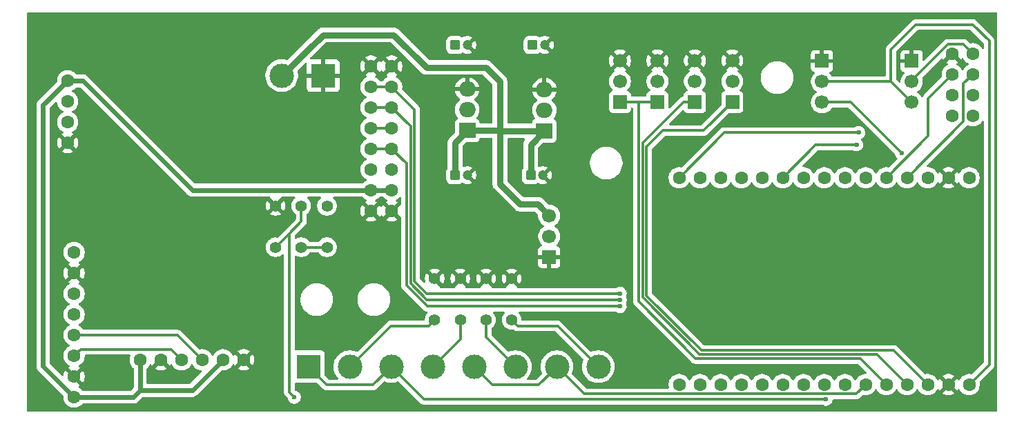
<source format=gbr>
%TF.GenerationSoftware,KiCad,Pcbnew,9.0.3-9.0.3-0~ubuntu22.04.1*%
%TF.CreationDate,2025-09-08T21:56:11-03:00*%
%TF.ProjectId,airplane,61697270-6c61-46e6-952e-6b696361645f,0.0.1*%
%TF.SameCoordinates,Original*%
%TF.FileFunction,Copper,L1,Top*%
%TF.FilePolarity,Positive*%
%FSLAX46Y46*%
G04 Gerber Fmt 4.6, Leading zero omitted, Abs format (unit mm)*
G04 Created by KiCad (PCBNEW 9.0.3-9.0.3-0~ubuntu22.04.1) date 2025-09-08 21:56:11*
%MOMM*%
%LPD*%
G01*
G04 APERTURE LIST*
G04 Aperture macros list*
%AMRoundRect*
0 Rectangle with rounded corners*
0 $1 Rounding radius*
0 $2 $3 $4 $5 $6 $7 $8 $9 X,Y pos of 4 corners*
0 Add a 4 corners polygon primitive as box body*
4,1,4,$2,$3,$4,$5,$6,$7,$8,$9,$2,$3,0*
0 Add four circle primitives for the rounded corners*
1,1,$1+$1,$2,$3*
1,1,$1+$1,$4,$5*
1,1,$1+$1,$6,$7*
1,1,$1+$1,$8,$9*
0 Add four rect primitives between the rounded corners*
20,1,$1+$1,$2,$3,$4,$5,0*
20,1,$1+$1,$4,$5,$6,$7,0*
20,1,$1+$1,$6,$7,$8,$9,0*
20,1,$1+$1,$8,$9,$2,$3,0*%
G04 Aperture macros list end*
%TA.AperFunction,ComponentPad*%
%ADD10C,1.600000*%
%TD*%
%TA.AperFunction,ComponentPad*%
%ADD11C,1.400000*%
%TD*%
%TA.AperFunction,ComponentPad*%
%ADD12R,1.700000X1.700000*%
%TD*%
%TA.AperFunction,ComponentPad*%
%ADD13C,1.700000*%
%TD*%
%TA.AperFunction,ComponentPad*%
%ADD14R,2.000000X1.905000*%
%TD*%
%TA.AperFunction,ComponentPad*%
%ADD15O,2.000000X1.905000*%
%TD*%
%TA.AperFunction,ComponentPad*%
%ADD16RoundRect,0.250000X-0.350000X-0.350000X0.350000X-0.350000X0.350000X0.350000X-0.350000X0.350000X0*%
%TD*%
%TA.AperFunction,ComponentPad*%
%ADD17C,1.200000*%
%TD*%
%TA.AperFunction,ComponentPad*%
%ADD18R,3.000000X3.000000*%
%TD*%
%TA.AperFunction,ComponentPad*%
%ADD19C,3.000000*%
%TD*%
%TA.AperFunction,ViaPad*%
%ADD20C,0.600000*%
%TD*%
%TA.AperFunction,Conductor*%
%ADD21C,0.300000*%
%TD*%
%TA.AperFunction,Conductor*%
%ADD22C,0.800000*%
%TD*%
%TA.AperFunction,Conductor*%
%ADD23C,0.600000*%
%TD*%
G04 APERTURE END LIST*
D10*
%TO.P,U13,1,GND*%
%TO.N,GND*%
X136940000Y-103110000D03*
X134400000Y-103110000D03*
%TO.P,U13,2,3V3*%
%TO.N,Net-(U10-VO)*%
X136940000Y-100570000D03*
X134400000Y-100570000D03*
%TO.P,U13,3,5V*%
%TO.N,unconnected-(U13-5V-Pad3)_1*%
X136940000Y-98030000D03*
%TO.N,unconnected-(U13-5V-Pad3)*%
X134400000Y-98030000D03*
%TO.P,U13,4,CS*%
%TO.N,Net-(U1-GPIO5)*%
X136940000Y-95490000D03*
X134400000Y-95490000D03*
%TO.P,U13,5,MOSI*%
%TO.N,Net-(U1-GPIO23)*%
X136940000Y-92950000D03*
X134400000Y-92950000D03*
%TO.P,U13,6,SCK*%
%TO.N,Net-(U1-GPIO18)*%
X136940000Y-90410000D03*
X134400000Y-90410000D03*
%TO.P,U13,7,MISO*%
%TO.N,Net-(U1-GPIO19)*%
X136940000Y-87870000D03*
X134400000Y-87870000D03*
%TO.P,U13,8,GND*%
%TO.N,GND*%
X136940000Y-85330000D03*
X134400000Y-85330000D03*
%TD*%
D11*
%TO.P,R7,1*%
%TO.N,Net-(U10-VI)*%
X129000000Y-102500000D03*
%TO.P,R7,2*%
%TO.N,Net-(R6-Pad1)*%
X129000000Y-107580000D03*
%TD*%
%TO.P,R6,1*%
%TO.N,Net-(R6-Pad1)*%
X125850000Y-107580000D03*
%TO.P,R6,2*%
%TO.N,Net-(U1-GPIO25)*%
X125850000Y-102500000D03*
%TD*%
%TO.P,R5,1*%
%TO.N,Net-(U1-GPIO25)*%
X122700000Y-107580000D03*
%TO.P,R5,2*%
%TO.N,GND*%
X122700000Y-102500000D03*
%TD*%
D12*
%TO.P,U4,1,GND*%
%TO.N,GND*%
X189700000Y-84710000D03*
D13*
%TO.P,U4,2,5v*%
%TO.N,Net-(U1-VIN)*%
X189700000Y-87250000D03*
%TO.P,U4,3,PWM*%
%TO.N,Net-(U1-GPIO15)*%
X189700000Y-89790000D03*
%TD*%
D12*
%TO.P,M4,1,PWM*%
%TO.N,Net-(M3-PWM)*%
X164930000Y-89750000D03*
D13*
%TO.P,M4,2,+*%
%TO.N,Net-(M3-+)*%
X164930000Y-87210000D03*
%TO.P,M4,3,-*%
%TO.N,GND*%
X164930000Y-84670000D03*
%TD*%
D12*
%TO.P,M2,1,PWM*%
%TO.N,Net-(M2-PWM)*%
X174110000Y-89750000D03*
D13*
%TO.P,M2,2,+*%
%TO.N,Net-(M1-+)*%
X174110000Y-87210000D03*
%TO.P,M2,3,-*%
%TO.N,GND*%
X174110000Y-84670000D03*
%TD*%
D14*
%TO.P,U6,1,IN*%
%TO.N,Net-(U10-VI)*%
X155650000Y-93290000D03*
D15*
%TO.P,U6,2,OUT*%
%TO.N,Net-(M1-+)*%
X155650000Y-90750000D03*
%TO.P,U6,3,GND*%
%TO.N,GND*%
X155650000Y-88210000D03*
%TD*%
D10*
%TO.P,U2,1,GND*%
%TO.N,GND*%
X205660000Y-83810000D03*
%TO.P,U2,2,VCC*%
%TO.N,Net-(U2-VCC)*%
X208200000Y-83810000D03*
%TO.P,U2,3,CE*%
%TO.N,Net-(U1-GPIO4)*%
X205660000Y-86350000D03*
%TO.P,U2,4,CSN*%
%TO.N,Net-(U1-GPIO2)*%
X208200000Y-86350000D03*
%TO.P,U2,5,SCK*%
%TO.N,Net-(U1-GPIO18)*%
X205660000Y-88890000D03*
%TO.P,U2,6,MOSI*%
%TO.N,Net-(U1-GPIO23)*%
X208200000Y-88890000D03*
%TO.P,U2,7,MISO*%
%TO.N,Net-(U1-GPIO19)*%
X205660000Y-91430000D03*
%TO.P,U2,8,IRQ*%
%TO.N,unconnected-(U2-IRQ-Pad8)*%
X208200000Y-91430000D03*
%TD*%
D11*
%TO.P,R4,1*%
%TO.N,Net-(U8-GND2)*%
X151650000Y-116500000D03*
%TO.P,R4,2*%
%TO.N,GND*%
X151650000Y-111420000D03*
%TD*%
D16*
%TO.P,C4,1*%
%TO.N,Net-(M3-+)*%
X144700000Y-82750000D03*
D17*
%TO.P,C4,2*%
%TO.N,GND*%
X146200000Y-82750000D03*
%TD*%
D11*
%TO.P,R3,1*%
%TO.N,Net-(U8-GND1)*%
X148500000Y-116500000D03*
%TO.P,R3,2*%
%TO.N,GND*%
X148500000Y-111420000D03*
%TD*%
%TO.P,R1,1*%
%TO.N,Net-(U8-GNDR)*%
X142200000Y-116500000D03*
%TO.P,R1,2*%
%TO.N,GND*%
X142200000Y-111420000D03*
%TD*%
D18*
%TO.P,U8,1,NAVR*%
%TO.N,Net-(U1-GPIO26)*%
X126720000Y-122250000D03*
D19*
%TO.P,U8,2,GNDR*%
%TO.N,Net-(U8-GNDR)*%
X131800000Y-122250000D03*
%TO.P,U8,3,NAVG*%
%TO.N,Net-(U1-GPIO26)*%
X136880000Y-122250000D03*
%TO.P,U8,4,GNDG*%
%TO.N,Net-(U8-GNDG)*%
X141960000Y-122250000D03*
%TO.P,U8,5,STR1*%
%TO.N,Net-(U1-GPIO27)*%
X147040000Y-122250000D03*
%TO.P,U8,6,GND1*%
%TO.N,Net-(U8-GND1)*%
X152120000Y-122250000D03*
%TO.P,U8,7,STR2*%
%TO.N,Net-(U1-GPIO27)*%
X157200000Y-122250000D03*
%TO.P,U8,8,GND2*%
%TO.N,Net-(U8-GND2)*%
X162280000Y-122250000D03*
%TD*%
D10*
%TO.P,U11,1,VCC*%
%TO.N,Net-(U10-VO)*%
X106100000Y-121400000D03*
%TO.P,U11,2,GND*%
%TO.N,GND*%
X108640000Y-121400000D03*
%TO.P,U11,3,SCL*%
%TO.N,Net-(U1-GPIO22)*%
X111180000Y-121400000D03*
%TO.P,U11,4,SDA*%
%TO.N,Net-(U1-GPIO21)*%
X113720000Y-121400000D03*
%TO.P,U11,5,CSB*%
%TO.N,Net-(U10-VO)*%
X116260000Y-121400000D03*
%TO.P,U11,6,SDO*%
%TO.N,GND*%
X118800000Y-121400000D03*
%TD*%
D12*
%TO.P,U10,1,GND*%
%TO.N,GND*%
X156250000Y-108790000D03*
D13*
%TO.P,U10,2,VO*%
%TO.N,Net-(U10-VO)*%
X156250000Y-106250000D03*
%TO.P,U10,3,VI*%
%TO.N,Net-(U10-VI)*%
X156250000Y-103710000D03*
%TD*%
D16*
%TO.P,C1,1*%
%TO.N,Net-(U10-VI)*%
X153977401Y-98750000D03*
D17*
%TO.P,C1,2*%
%TO.N,GND*%
X155477401Y-98750000D03*
%TD*%
D14*
%TO.P,U7,1,IN*%
%TO.N,Net-(U10-VI)*%
X146200000Y-93250000D03*
D15*
%TO.P,U7,2,OUT*%
%TO.N,Net-(M3-+)*%
X146200000Y-90710000D03*
%TO.P,U7,3,GND*%
%TO.N,GND*%
X146200000Y-88170000D03*
%TD*%
D16*
%TO.P,C3,1*%
%TO.N,Net-(U10-VI)*%
X144700000Y-98750000D03*
D17*
%TO.P,C3,2*%
%TO.N,GND*%
X146200000Y-98750000D03*
%TD*%
D16*
%TO.P,C2,1*%
%TO.N,Net-(M1-+)*%
X154200000Y-82750000D03*
D17*
%TO.P,C2,2*%
%TO.N,GND*%
X155700000Y-82750000D03*
%TD*%
D11*
%TO.P,R2,1*%
%TO.N,Net-(U8-GNDG)*%
X145350000Y-116500000D03*
%TO.P,R2,2*%
%TO.N,GND*%
X145350000Y-111420000D03*
%TD*%
D12*
%TO.P,M1,1,PWM*%
%TO.N,Net-(M1-PWM)*%
X178700000Y-89750000D03*
D13*
%TO.P,M1,2,+*%
%TO.N,Net-(M1-+)*%
X178700000Y-87210000D03*
%TO.P,M1,3,-*%
%TO.N,GND*%
X178700000Y-84670000D03*
%TD*%
D18*
%TO.P,U5,1,GND*%
%TO.N,GND*%
X128540000Y-86500000D03*
D19*
%TO.P,U5,2,12v*%
%TO.N,Net-(U10-VI)*%
X123460000Y-86500000D03*
%TD*%
D10*
%TO.P,U1,1,EN*%
%TO.N,unconnected-(U1-EN-Pad1)*%
X172180000Y-124450000D03*
%TO.P,U1,2,GPIO36*%
%TO.N,unconnected-(U1-GPIO36-Pad2)*%
X174720000Y-124450000D03*
%TO.P,U1,3,GPIO39*%
%TO.N,unconnected-(U1-GPIO39-Pad3)*%
X177260000Y-124450000D03*
%TO.P,U1,4,GPIO34*%
%TO.N,unconnected-(U1-GPIO34-Pad4)*%
X179800000Y-124450000D03*
%TO.P,U1,5,GPIO35*%
%TO.N,unconnected-(U1-GPIO35-Pad5)*%
X182340000Y-124450000D03*
%TO.P,U1,6,GPIO32*%
%TO.N,unconnected-(U1-GPIO32-Pad6)*%
X184880000Y-124450000D03*
%TO.P,U1,7,GPIO33*%
%TO.N,unconnected-(U1-GPIO33-Pad7)*%
X187420000Y-124450000D03*
%TO.P,U1,8,GPIO25*%
%TO.N,Net-(U1-GPIO25)*%
X189960000Y-124450000D03*
%TO.P,U1,9,GPIO26*%
%TO.N,Net-(U1-GPIO26)*%
X192500000Y-124450000D03*
%TO.P,U1,10,GPIO27*%
%TO.N,Net-(U1-GPIO27)*%
X195040000Y-124450000D03*
%TO.P,U1,11,GPIO14*%
%TO.N,Net-(M3-PWM)*%
X197580000Y-124450000D03*
%TO.P,U1,12,GPIO12*%
%TO.N,Net-(M2-PWM)*%
X200120000Y-124450000D03*
%TO.P,U1,13,GPIO13*%
%TO.N,Net-(M1-PWM)*%
X202660000Y-124450000D03*
%TO.P,U1,14,GND*%
%TO.N,GND*%
X205200000Y-124450000D03*
%TO.P,U1,15,VIN*%
%TO.N,Net-(U1-VIN)*%
X207740000Y-124450000D03*
%TO.P,U1,16,GPIO23*%
%TO.N,Net-(U1-GPIO23)*%
X172180000Y-99050000D03*
%TO.P,U1,17,GPIO22*%
%TO.N,Net-(U1-GPIO22)*%
X174720000Y-99050000D03*
%TO.P,U1,18,GPIO1*%
%TO.N,unconnected-(U1-GPIO1-Pad18)*%
X177260000Y-99050000D03*
%TO.P,U1,19,GPIO3*%
%TO.N,unconnected-(U1-GPIO3-Pad19)*%
X179800000Y-99050000D03*
%TO.P,U1,20,GPIO21*%
%TO.N,Net-(U1-GPIO21)*%
X182340000Y-99050000D03*
%TO.P,U1,21,GPIO19*%
%TO.N,Net-(U1-GPIO19)*%
X184880000Y-99050000D03*
%TO.P,U1,22,GPIO18*%
%TO.N,Net-(U1-GPIO18)*%
X187420000Y-99050000D03*
%TO.P,U1,23,GPIO5*%
%TO.N,Net-(U1-GPIO5)*%
X189960000Y-99050000D03*
%TO.P,U1,24,GPIO17*%
%TO.N,Net-(U1-GPIO17)*%
X192500000Y-99050000D03*
%TO.P,U1,25,GPIO16*%
%TO.N,Net-(U1-GPIO16)*%
X195040000Y-99050000D03*
%TO.P,U1,26,GPIO4*%
%TO.N,Net-(U1-GPIO4)*%
X197580000Y-99050000D03*
%TO.P,U1,27,GPIO2*%
%TO.N,Net-(U1-GPIO2)*%
X200120000Y-99050000D03*
%TO.P,U1,28,GPIO15*%
%TO.N,Net-(U1-GPIO15)*%
X202660000Y-99050000D03*
%TO.P,U1,29,GND*%
%TO.N,GND*%
X205200000Y-99050000D03*
%TO.P,U1,30,3.3v*%
%TO.N,unconnected-(U1-3.3v-Pad30)*%
X207740000Y-99050000D03*
%TD*%
D12*
%TO.P,M3,1,PWM*%
%TO.N,Net-(M3-PWM)*%
X169520000Y-89750000D03*
D13*
%TO.P,M3,2,+*%
%TO.N,Net-(M3-+)*%
X169520000Y-87210000D03*
%TO.P,M3,3,-*%
%TO.N,GND*%
X169520000Y-84670000D03*
%TD*%
D10*
%TO.P,U9,1,VCC*%
%TO.N,Net-(U10-VO)*%
X98000000Y-125990000D03*
%TO.P,U9,2,GND*%
%TO.N,GND*%
X98000000Y-123450000D03*
%TO.P,U9,3,SCL*%
%TO.N,Net-(U1-GPIO22)*%
X98000000Y-120910000D03*
%TO.P,U9,4,SDA*%
%TO.N,Net-(U1-GPIO21)*%
X98000000Y-118370000D03*
%TO.P,U9,5,XDA*%
%TO.N,unconnected-(U9-XDA-Pad5)*%
X98000000Y-115830000D03*
%TO.P,U9,6,XCL*%
%TO.N,unconnected-(U9-XCL-Pad6)*%
X98000000Y-113290000D03*
%TO.P,U9,7,AD0*%
%TO.N,GND*%
X98000000Y-110750000D03*
%TO.P,U9,8,INT*%
%TO.N,unconnected-(U9-INT-Pad8)*%
X98000000Y-108210000D03*
%TD*%
D12*
%TO.P,U3,1,GND*%
%TO.N,GND*%
X200700000Y-84710000D03*
D13*
%TO.P,U3,2,VO*%
%TO.N,Net-(U2-VCC)*%
X200700000Y-87250000D03*
%TO.P,U3,3,VI*%
%TO.N,Net-(U1-VIN)*%
X200700000Y-89790000D03*
%TD*%
D10*
%TO.P,U12,1,VCC*%
%TO.N,Net-(U10-VO)*%
X97200000Y-87130000D03*
%TO.P,U12,2,RX*%
%TO.N,Net-(U1-GPIO17)*%
X97200000Y-89670000D03*
%TO.P,U12,3,TX*%
%TO.N,Net-(U1-GPIO16)*%
X97200000Y-92210000D03*
%TO.P,U12,4,GND*%
%TO.N,GND*%
X97200000Y-94750000D03*
%TD*%
D20*
%TO.N,Net-(U1-GPIO25)*%
X125000000Y-126000000D03*
%TO.N,Net-(U1-GPIO18)*%
X164950000Y-114050003D03*
%TO.N,Net-(U1-GPIO19)*%
X164950000Y-113250000D03*
X193950000Y-95000000D03*
%TO.N,Net-(U1-GPIO23)*%
X194200000Y-93500000D03*
%TO.N,Net-(U1-GPIO15)*%
X199450000Y-96000000D03*
%TO.N,Net-(U1-GPIO26)*%
X190200000Y-126251000D03*
%TO.N,Net-(U1-GPIO5)*%
X164950000Y-114850006D03*
%TD*%
D21*
%TO.N,Net-(U1-GPIO25)*%
X124390000Y-125390000D02*
X125000000Y-126000000D01*
X124390000Y-105890000D02*
X124390000Y-125390000D01*
X125850000Y-104430000D02*
X124390000Y-105890000D01*
X124390000Y-105890000D02*
X122700000Y-107580000D01*
X125850000Y-102500000D02*
X125850000Y-104430000D01*
%TO.N,Net-(R6-Pad1)*%
X125850000Y-107580000D02*
X129000000Y-107580000D01*
%TO.N,Net-(M1-PWM)*%
X174908520Y-120250000D02*
X198460000Y-120250000D01*
X170200000Y-93250000D02*
X168200000Y-95250000D01*
X168200000Y-113541480D02*
X174908520Y-120250000D01*
X168200000Y-95250000D02*
X168200000Y-113541480D01*
X178700000Y-89750000D02*
X175200000Y-93250000D01*
X198460000Y-120250000D02*
X202660000Y-124450000D01*
X175200000Y-93250000D02*
X170200000Y-93250000D01*
%TO.N,Net-(M2-PWM)*%
X174700000Y-120750000D02*
X167700000Y-113750000D01*
X172700000Y-89750000D02*
X174110000Y-89750000D01*
X200120000Y-124450000D02*
X196420000Y-120750000D01*
X196420000Y-120750000D02*
X174700000Y-120750000D01*
X167700000Y-113750000D02*
X167700000Y-94750000D01*
X167700000Y-94750000D02*
X172700000Y-89750000D01*
%TO.N,Net-(M3-PWM)*%
X174200000Y-121250000D02*
X194380000Y-121250000D01*
X167200000Y-89750000D02*
X167200000Y-114250000D01*
X194380000Y-121250000D02*
X197580000Y-124450000D01*
X167200000Y-114250000D02*
X174200000Y-121250000D01*
X164930000Y-89750000D02*
X167200000Y-89750000D01*
X167200000Y-89750000D02*
X169520000Y-89750000D01*
%TO.N,Net-(U1-VIN)*%
X210200000Y-82250000D02*
X208200000Y-80250000D01*
X208200000Y-80250000D02*
X201200000Y-80250000D01*
X210200000Y-121990000D02*
X210200000Y-82250000D01*
X189700000Y-87250000D02*
X198160000Y-87250000D01*
X201200000Y-80250000D02*
X198160000Y-83290000D01*
X198160000Y-83290000D02*
X198160000Y-87250000D01*
X207740000Y-124450000D02*
X210200000Y-121990000D01*
X198160000Y-87250000D02*
X200700000Y-89790000D01*
%TO.N,Net-(U1-GPIO22)*%
X109890001Y-120110001D02*
X111180000Y-121400000D01*
X98799999Y-120110001D02*
X109890001Y-120110001D01*
X98000000Y-120910000D02*
X98799999Y-120110001D01*
%TO.N,Net-(U1-GPIO27)*%
X154950000Y-124500000D02*
X157200000Y-122250000D01*
X193889000Y-125601000D02*
X195040000Y-124450000D01*
X147040000Y-122250000D02*
X149290000Y-124500000D01*
X160551000Y-125601000D02*
X193889000Y-125601000D01*
X149290000Y-124500000D02*
X154950000Y-124500000D01*
X157200000Y-122250000D02*
X160551000Y-125601000D01*
%TO.N,Net-(U1-GPIO18)*%
X139249000Y-112049003D02*
X141250000Y-114050003D01*
X141250000Y-114050003D02*
X164950000Y-114050003D01*
X136940000Y-90410000D02*
X134400000Y-90410000D01*
X139249000Y-92719000D02*
X139249000Y-112049003D01*
X136940000Y-90410000D02*
X139249000Y-92719000D01*
%TO.N,Net-(U1-GPIO4)*%
X205660000Y-86350000D02*
X202700000Y-89310000D01*
X202700000Y-89310000D02*
X202700000Y-93930000D01*
X202700000Y-93930000D02*
X197580000Y-99050000D01*
%TO.N,Net-(U1-GPIO21)*%
X110690000Y-118370000D02*
X113720000Y-121400000D01*
X98000000Y-118370000D02*
X110690000Y-118370000D01*
%TO.N,Net-(U1-GPIO19)*%
X134400000Y-87870000D02*
X136940000Y-87870000D01*
X139750000Y-90680000D02*
X139750000Y-111750000D01*
X139750000Y-111750000D02*
X141250000Y-113250000D01*
X188930000Y-95000000D02*
X184880000Y-99050000D01*
X141250000Y-113250000D02*
X164950000Y-113250000D01*
X193950000Y-95000000D02*
X188930000Y-95000000D01*
X136940000Y-87870000D02*
X139750000Y-90680000D01*
%TO.N,Net-(U1-GPIO2)*%
X207049000Y-92121000D02*
X200120000Y-99050000D01*
X207049000Y-87501000D02*
X207049000Y-92121000D01*
X208200000Y-86350000D02*
X207049000Y-87501000D01*
%TO.N,Net-(U1-GPIO23)*%
X177730000Y-93500000D02*
X172180000Y-99050000D01*
X136940000Y-92950000D02*
X134400000Y-92950000D01*
X194200000Y-93500000D02*
X177730000Y-93500000D01*
%TO.N,Net-(U1-GPIO15)*%
X189700000Y-89790000D02*
X193240000Y-89790000D01*
X193700000Y-90250000D02*
X199450000Y-96000000D01*
X193240000Y-89790000D02*
X193700000Y-90250000D01*
%TO.N,Net-(U1-GPIO26)*%
X136880000Y-122250000D02*
X140881000Y-126251000D01*
X140881000Y-126251000D02*
X190200000Y-126251000D01*
X128970000Y-124500000D02*
X134630000Y-124500000D01*
X134630000Y-124500000D02*
X136880000Y-122250000D01*
X126720000Y-122250000D02*
X128970000Y-124500000D01*
%TO.N,Net-(U2-VCC)*%
X200700000Y-87250000D02*
X200700000Y-87142240D01*
X200700000Y-87142240D02*
X205183240Y-82659000D01*
X207049000Y-82659000D02*
X208200000Y-83810000D01*
X205183240Y-82659000D02*
X207049000Y-82659000D01*
%TO.N,Net-(U8-GNDR)*%
X136800000Y-117250000D02*
X141450000Y-117250000D01*
X141450000Y-117250000D02*
X142200000Y-116500000D01*
X131800000Y-122250000D02*
X136800000Y-117250000D01*
%TO.N,Net-(U8-GNDG)*%
X141960000Y-122250000D02*
X145350000Y-118860000D01*
X145350000Y-118860000D02*
X145350000Y-116500000D01*
%TO.N,Net-(U8-GND1)*%
X148500000Y-118630000D02*
X148500000Y-116500000D01*
X152120000Y-122250000D02*
X148500000Y-118630000D01*
%TO.N,Net-(U8-GND2)*%
X162280000Y-122250000D02*
X157280000Y-117250000D01*
X157280000Y-117250000D02*
X152400000Y-117250000D01*
X152400000Y-117250000D02*
X151650000Y-116500000D01*
%TO.N,Net-(U1-GPIO5)*%
X136940000Y-95490000D02*
X138748000Y-97298000D01*
X141500000Y-114850006D02*
X164950000Y-114850006D01*
X138748000Y-112256523D02*
X141341483Y-114850006D01*
X141341483Y-114850006D02*
X141500000Y-114850006D01*
X138748000Y-97298000D02*
X138748000Y-112256523D01*
X136940000Y-95490000D02*
X134400000Y-95490000D01*
D22*
%TO.N,Net-(U10-VI)*%
X148500000Y-85500000D02*
X150200000Y-87200000D01*
X150200000Y-93250000D02*
X146200000Y-93250000D01*
X126500000Y-83500000D02*
X128500000Y-81500000D01*
X150200000Y-99800000D02*
X152700000Y-102300000D01*
X153977401Y-94962599D02*
X153977401Y-98750000D01*
X155650000Y-93290000D02*
X153977401Y-94962599D01*
X126460000Y-83500000D02*
X126500000Y-83500000D01*
X154840000Y-102300000D02*
X156250000Y-103710000D01*
X137200000Y-81500000D02*
X141200000Y-85500000D01*
X123460000Y-86500000D02*
X126460000Y-83500000D01*
X150200000Y-93250000D02*
X150200000Y-99800000D01*
X152700000Y-102300000D02*
X154840000Y-102300000D01*
X141200000Y-85500000D02*
X148500000Y-85500000D01*
X150200000Y-87200000D02*
X150200000Y-93250000D01*
X144700000Y-94750000D02*
X144700000Y-98750000D01*
X146200000Y-93250000D02*
X144700000Y-94750000D01*
X150200000Y-93250000D02*
X150240000Y-93290000D01*
X150240000Y-93290000D02*
X155650000Y-93290000D01*
X128500000Y-81500000D02*
X137200000Y-81500000D01*
D23*
%TO.N,Net-(U10-VO)*%
X134400000Y-100570000D02*
X112520000Y-100570000D01*
X98000000Y-125990000D02*
X94200000Y-122190000D01*
X94200000Y-90130000D02*
X97200000Y-87130000D01*
X136940000Y-100570000D02*
X134400000Y-100570000D01*
X112520000Y-100570000D02*
X99080000Y-87130000D01*
X94200000Y-122190000D02*
X94200000Y-90130000D01*
X106100000Y-125150000D02*
X106100000Y-121400000D01*
X106100000Y-125150000D02*
X112510000Y-125150000D01*
X112510000Y-125150000D02*
X116260000Y-121400000D01*
X105260000Y-125990000D02*
X106100000Y-125150000D01*
X105260000Y-125990000D02*
X98000000Y-125990000D01*
X99080000Y-87130000D02*
X97200000Y-87130000D01*
%TD*%
%TA.AperFunction,Conductor*%
%TO.N,GND*%
G36*
X104836728Y-120780186D02*
G01*
X104882483Y-120832990D01*
X104892427Y-120902148D01*
X104887622Y-120922810D01*
X104885888Y-120928149D01*
X104831522Y-121095465D01*
X104799500Y-121297648D01*
X104799500Y-121502351D01*
X104831522Y-121704534D01*
X104894781Y-121899223D01*
X104957485Y-122022284D01*
X104987585Y-122081359D01*
X104987715Y-122081613D01*
X105108028Y-122247213D01*
X105108034Y-122247219D01*
X105252781Y-122391966D01*
X105252783Y-122391967D01*
X105256038Y-122394748D01*
X105294227Y-122453258D01*
X105299500Y-122489033D01*
X105299500Y-124767060D01*
X105279815Y-124834099D01*
X105263181Y-124854741D01*
X104964741Y-125153181D01*
X104903418Y-125186666D01*
X104877060Y-125189500D01*
X99089033Y-125189500D01*
X99021994Y-125169815D01*
X98994748Y-125146038D01*
X98991964Y-125142779D01*
X98847213Y-124998028D01*
X98681611Y-124877713D01*
X98588369Y-124830203D01*
X98537574Y-124782229D01*
X98520779Y-124714407D01*
X98543317Y-124648273D01*
X98588371Y-124609234D01*
X98681346Y-124561861D01*
X98681347Y-124561861D01*
X98725921Y-124529474D01*
X98046446Y-123850000D01*
X98052661Y-123850000D01*
X98154394Y-123822741D01*
X98245606Y-123770080D01*
X98320080Y-123695606D01*
X98372741Y-123604394D01*
X98400000Y-123502661D01*
X98400000Y-123496448D01*
X99079474Y-124175922D01*
X99079474Y-124175921D01*
X99111859Y-124131349D01*
X99204755Y-123949031D01*
X99267990Y-123754417D01*
X99300000Y-123552317D01*
X99300000Y-123347682D01*
X99267990Y-123145582D01*
X99204755Y-122950968D01*
X99111859Y-122768650D01*
X99079474Y-122724077D01*
X99079474Y-122724076D01*
X98400000Y-123403551D01*
X98400000Y-123397339D01*
X98372741Y-123295606D01*
X98320080Y-123204394D01*
X98245606Y-123129920D01*
X98154394Y-123077259D01*
X98052661Y-123050000D01*
X98046446Y-123050000D01*
X98725922Y-122370524D01*
X98725921Y-122370523D01*
X98681359Y-122338147D01*
X98681350Y-122338141D01*
X98588369Y-122290765D01*
X98537573Y-122242790D01*
X98520778Y-122174969D01*
X98543315Y-122108835D01*
X98588370Y-122069795D01*
X98619234Y-122054069D01*
X98681610Y-122022287D01*
X98789550Y-121943865D01*
X98847213Y-121901971D01*
X98847215Y-121901968D01*
X98847219Y-121901966D01*
X98991966Y-121757219D01*
X98991968Y-121757215D01*
X98991971Y-121757213D01*
X99044732Y-121684590D01*
X99112287Y-121591610D01*
X99205220Y-121409219D01*
X99268477Y-121214534D01*
X99300500Y-121012352D01*
X99300500Y-120884501D01*
X99320185Y-120817462D01*
X99372989Y-120771707D01*
X99424500Y-120760501D01*
X104769689Y-120760501D01*
X104836728Y-120780186D01*
G37*
%TD.AperFunction*%
%TA.AperFunction,Conductor*%
G36*
X108240000Y-121452661D02*
G01*
X108267259Y-121554394D01*
X108319920Y-121645606D01*
X108394394Y-121720080D01*
X108485606Y-121772741D01*
X108587339Y-121800000D01*
X108593553Y-121800000D01*
X107914076Y-122479474D01*
X107958650Y-122511859D01*
X108140968Y-122604755D01*
X108335582Y-122667990D01*
X108537683Y-122700000D01*
X108742317Y-122700000D01*
X108944417Y-122667990D01*
X109139031Y-122604755D01*
X109321349Y-122511859D01*
X109365921Y-122479474D01*
X108686447Y-121800000D01*
X108692661Y-121800000D01*
X108794394Y-121772741D01*
X108885606Y-121720080D01*
X108960080Y-121645606D01*
X109012741Y-121554394D01*
X109040000Y-121452661D01*
X109040000Y-121446447D01*
X109719474Y-122125921D01*
X109751861Y-122081347D01*
X109751861Y-122081346D01*
X109799234Y-121988371D01*
X109847208Y-121937575D01*
X109915028Y-121920779D01*
X109981164Y-121943316D01*
X110020203Y-121988369D01*
X110067713Y-122081611D01*
X110188028Y-122247213D01*
X110332786Y-122391971D01*
X110453226Y-122479474D01*
X110498390Y-122512287D01*
X110614607Y-122571503D01*
X110680776Y-122605218D01*
X110680778Y-122605218D01*
X110680781Y-122605220D01*
X110785137Y-122639127D01*
X110875465Y-122668477D01*
X110976557Y-122684488D01*
X111077648Y-122700500D01*
X111077649Y-122700500D01*
X111282351Y-122700500D01*
X111282352Y-122700500D01*
X111484534Y-122668477D01*
X111679219Y-122605220D01*
X111861610Y-122512287D01*
X111982061Y-122424775D01*
X112027213Y-122391971D01*
X112027215Y-122391968D01*
X112027219Y-122391966D01*
X112171966Y-122247219D01*
X112171968Y-122247215D01*
X112171971Y-122247213D01*
X112292284Y-122081614D01*
X112292286Y-122081611D01*
X112292287Y-122081610D01*
X112339516Y-121988917D01*
X112387489Y-121938123D01*
X112455310Y-121921328D01*
X112521445Y-121943865D01*
X112560483Y-121988917D01*
X112593680Y-122054069D01*
X112607715Y-122081614D01*
X112728028Y-122247213D01*
X112872786Y-122391971D01*
X112993226Y-122479474D01*
X113038390Y-122512287D01*
X113154607Y-122571503D01*
X113220776Y-122605218D01*
X113220778Y-122605218D01*
X113220781Y-122605220D01*
X113415466Y-122668477D01*
X113558373Y-122691111D01*
X113621506Y-122721040D01*
X113658438Y-122780351D01*
X113657440Y-122850214D01*
X113626655Y-122901265D01*
X112214741Y-124313181D01*
X112153418Y-124346666D01*
X112127060Y-124349500D01*
X107024500Y-124349500D01*
X106957461Y-124329815D01*
X106911706Y-124277011D01*
X106900500Y-124225500D01*
X106900500Y-122489033D01*
X106909294Y-122459082D01*
X106916198Y-122428646D01*
X106919368Y-122424775D01*
X106920185Y-122421994D01*
X106937598Y-122400580D01*
X106943943Y-122394346D01*
X106947219Y-122391966D01*
X107091966Y-122247219D01*
X107091968Y-122247215D01*
X107091971Y-122247213D01*
X107212286Y-122081611D01*
X107212415Y-122081359D01*
X107259795Y-121988369D01*
X107307769Y-121937573D01*
X107375590Y-121920778D01*
X107441725Y-121943315D01*
X107480765Y-121988369D01*
X107528141Y-122081350D01*
X107528147Y-122081359D01*
X107560523Y-122125921D01*
X107560524Y-122125922D01*
X108240000Y-121446446D01*
X108240000Y-121452661D01*
G37*
%TD.AperFunction*%
%TA.AperFunction,Conductor*%
G36*
X128153620Y-101376738D02*
G01*
X128175709Y-101378318D01*
X128186492Y-101386390D01*
X128199414Y-101390185D01*
X128213913Y-101406918D01*
X128231642Y-101420190D01*
X128236349Y-101432810D01*
X128245169Y-101442989D01*
X128248320Y-101464906D01*
X128256059Y-101485654D01*
X128253196Y-101498814D01*
X128255113Y-101512147D01*
X128245913Y-101532290D01*
X128241207Y-101553927D01*
X128227938Y-101571652D01*
X128226088Y-101575703D01*
X128220056Y-101582181D01*
X128084312Y-101717924D01*
X128084312Y-101717925D01*
X128084310Y-101717927D01*
X128047323Y-101768835D01*
X127973240Y-101870800D01*
X127887454Y-102039163D01*
X127829059Y-102218881D01*
X127799500Y-102405513D01*
X127799500Y-102594486D01*
X127829059Y-102781118D01*
X127887454Y-102960836D01*
X127957350Y-103098013D01*
X127973240Y-103129199D01*
X128084310Y-103282073D01*
X128217927Y-103415690D01*
X128370801Y-103526760D01*
X128376130Y-103529475D01*
X128539163Y-103612545D01*
X128539165Y-103612545D01*
X128539168Y-103612547D01*
X128635497Y-103643846D01*
X128718881Y-103670940D01*
X128905514Y-103700500D01*
X128905519Y-103700500D01*
X129094486Y-103700500D01*
X129281118Y-103670940D01*
X129282623Y-103670451D01*
X129460832Y-103612547D01*
X129629199Y-103526760D01*
X129782073Y-103415690D01*
X129915690Y-103282073D01*
X130026760Y-103129199D01*
X130112547Y-102960832D01*
X130170940Y-102781118D01*
X130174848Y-102756446D01*
X130200500Y-102594486D01*
X130200500Y-102405513D01*
X130170940Y-102218881D01*
X130112545Y-102039163D01*
X130043059Y-101902790D01*
X130026760Y-101870801D01*
X129915690Y-101717927D01*
X129782073Y-101584310D01*
X129779944Y-101582181D01*
X129746459Y-101520858D01*
X129751443Y-101451166D01*
X129793315Y-101395233D01*
X129858779Y-101370816D01*
X129867625Y-101370500D01*
X133310967Y-101370500D01*
X133378006Y-101390185D01*
X133405252Y-101413962D01*
X133408035Y-101417220D01*
X133552786Y-101561971D01*
X133718385Y-101682284D01*
X133718387Y-101682285D01*
X133718390Y-101682287D01*
X133811630Y-101729795D01*
X133862426Y-101777770D01*
X133879221Y-101845591D01*
X133856684Y-101911725D01*
X133811630Y-101950765D01*
X133718644Y-101998143D01*
X133674077Y-102030523D01*
X133674077Y-102030524D01*
X134353554Y-102710000D01*
X134347339Y-102710000D01*
X134245606Y-102737259D01*
X134154394Y-102789920D01*
X134079920Y-102864394D01*
X134027259Y-102955606D01*
X134000000Y-103057339D01*
X134000000Y-103063553D01*
X133320524Y-102384077D01*
X133320523Y-102384077D01*
X133288143Y-102428644D01*
X133195244Y-102610968D01*
X133132009Y-102805582D01*
X133100000Y-103007682D01*
X133100000Y-103212317D01*
X133132009Y-103414417D01*
X133195244Y-103609031D01*
X133288141Y-103791350D01*
X133288147Y-103791359D01*
X133320523Y-103835921D01*
X133320524Y-103835922D01*
X134000000Y-103156446D01*
X134000000Y-103162661D01*
X134027259Y-103264394D01*
X134079920Y-103355606D01*
X134154394Y-103430080D01*
X134245606Y-103482741D01*
X134347339Y-103510000D01*
X134353553Y-103510000D01*
X133674076Y-104189474D01*
X133718650Y-104221859D01*
X133900968Y-104314755D01*
X134095582Y-104377990D01*
X134297683Y-104410000D01*
X134502317Y-104410000D01*
X134704417Y-104377990D01*
X134899031Y-104314755D01*
X135081349Y-104221859D01*
X135125921Y-104189474D01*
X134446447Y-103510000D01*
X134452661Y-103510000D01*
X134554394Y-103482741D01*
X134645606Y-103430080D01*
X134720080Y-103355606D01*
X134772741Y-103264394D01*
X134800000Y-103162661D01*
X134800000Y-103156447D01*
X135479474Y-103835921D01*
X135511861Y-103791347D01*
X135511861Y-103791346D01*
X135559515Y-103697820D01*
X135607489Y-103647024D01*
X135675310Y-103630228D01*
X135741445Y-103652765D01*
X135780485Y-103697819D01*
X135828141Y-103791350D01*
X135828147Y-103791359D01*
X135860523Y-103835921D01*
X135860524Y-103835922D01*
X136540000Y-103156446D01*
X136540000Y-103162661D01*
X136567259Y-103264394D01*
X136619920Y-103355606D01*
X136694394Y-103430080D01*
X136785606Y-103482741D01*
X136887339Y-103510000D01*
X136893553Y-103510000D01*
X136214076Y-104189474D01*
X136258650Y-104221859D01*
X136440968Y-104314755D01*
X136635582Y-104377990D01*
X136837683Y-104410000D01*
X137042317Y-104410000D01*
X137244417Y-104377990D01*
X137439031Y-104314755D01*
X137621349Y-104221859D01*
X137665921Y-104189474D01*
X136986447Y-103510000D01*
X136992661Y-103510000D01*
X137094394Y-103482741D01*
X137185606Y-103430080D01*
X137260080Y-103355606D01*
X137312741Y-103264394D01*
X137340000Y-103162661D01*
X137340000Y-103156447D01*
X138059896Y-103876344D01*
X138057036Y-103879203D01*
X138081865Y-103903648D01*
X138097500Y-103963923D01*
X138097500Y-112320593D01*
X138111207Y-112389499D01*
X138111207Y-112389501D01*
X138122497Y-112446259D01*
X138122499Y-112446267D01*
X138161575Y-112540606D01*
X138171535Y-112564650D01*
X138214006Y-112628213D01*
X138242726Y-112671196D01*
X138242727Y-112671197D01*
X139669499Y-114097968D01*
X140926814Y-115355283D01*
X140974961Y-115387453D01*
X141033356Y-115426471D01*
X141151739Y-115475507D01*
X141203942Y-115485891D01*
X141236984Y-115492464D01*
X141298895Y-115524849D01*
X141333470Y-115585565D01*
X141329730Y-115655334D01*
X141300476Y-115701760D01*
X141284313Y-115717922D01*
X141284312Y-115717925D01*
X141284310Y-115717927D01*
X141236610Y-115783579D01*
X141173240Y-115870800D01*
X141087454Y-116039163D01*
X141029059Y-116218881D01*
X140999500Y-116405513D01*
X140999500Y-116475500D01*
X140979815Y-116542539D01*
X140927011Y-116588294D01*
X140875500Y-116599500D01*
X136735929Y-116599500D01*
X136610261Y-116624497D01*
X136610255Y-116624499D01*
X136491874Y-116673534D01*
X136385326Y-116744726D01*
X132739201Y-120390851D01*
X132677878Y-120424336D01*
X132608186Y-120419352D01*
X132604084Y-120417737D01*
X132496558Y-120373198D01*
X132444417Y-120351601D01*
X132326858Y-120320101D01*
X132191116Y-120283730D01*
X132133339Y-120276123D01*
X131931127Y-120249500D01*
X131931120Y-120249500D01*
X131668880Y-120249500D01*
X131668872Y-120249500D01*
X131437772Y-120279926D01*
X131408884Y-120283730D01*
X131155585Y-120351601D01*
X131155581Y-120351602D01*
X131155571Y-120351605D01*
X130913309Y-120451953D01*
X130913299Y-120451958D01*
X130686196Y-120583075D01*
X130478148Y-120742718D01*
X130292718Y-120928148D01*
X130133075Y-121136196D01*
X130001958Y-121363299D01*
X130001953Y-121363309D01*
X129901605Y-121605571D01*
X129901602Y-121605581D01*
X129846609Y-121810821D01*
X129833730Y-121858885D01*
X129799500Y-122118872D01*
X129799500Y-122381127D01*
X129816769Y-122512287D01*
X129833730Y-122641116D01*
X129901602Y-122894418D01*
X129901605Y-122894428D01*
X130001953Y-123136690D01*
X130001958Y-123136700D01*
X130133075Y-123363803D01*
X130292718Y-123571851D01*
X130292726Y-123571860D01*
X130358685Y-123637819D01*
X130392170Y-123699142D01*
X130387186Y-123768834D01*
X130345314Y-123824767D01*
X130279850Y-123849184D01*
X130271004Y-123849500D01*
X129290808Y-123849500D01*
X129223769Y-123829815D01*
X129203127Y-123813181D01*
X128756818Y-123366872D01*
X128723333Y-123305549D01*
X128720499Y-123279191D01*
X128720499Y-120702129D01*
X128720498Y-120702123D01*
X128717483Y-120674077D01*
X128714091Y-120642517D01*
X128663796Y-120507669D01*
X128663795Y-120507668D01*
X128663793Y-120507664D01*
X128577547Y-120392455D01*
X128577544Y-120392452D01*
X128462335Y-120306206D01*
X128462328Y-120306202D01*
X128327482Y-120255908D01*
X128327483Y-120255908D01*
X128267883Y-120249501D01*
X128267881Y-120249500D01*
X128267873Y-120249500D01*
X128267864Y-120249500D01*
X125172122Y-120249500D01*
X125171111Y-120249555D01*
X125170882Y-120249500D01*
X125168808Y-120249501D01*
X125168808Y-120249010D01*
X125103117Y-120233472D01*
X125054612Y-120183183D01*
X125040500Y-120125731D01*
X125040500Y-113868872D01*
X125749500Y-113868872D01*
X125749500Y-114131127D01*
X125770436Y-114290140D01*
X125783730Y-114391116D01*
X125845732Y-114622511D01*
X125851602Y-114644418D01*
X125851605Y-114644428D01*
X125951953Y-114886690D01*
X125951958Y-114886700D01*
X126083075Y-115113803D01*
X126242718Y-115321851D01*
X126242726Y-115321860D01*
X126428140Y-115507274D01*
X126428148Y-115507281D01*
X126428149Y-115507282D01*
X126451847Y-115525466D01*
X126636196Y-115666924D01*
X126863299Y-115798041D01*
X126863309Y-115798046D01*
X127105571Y-115898394D01*
X127105581Y-115898398D01*
X127358884Y-115966270D01*
X127618880Y-116000500D01*
X127618887Y-116000500D01*
X127881113Y-116000500D01*
X127881120Y-116000500D01*
X128141116Y-115966270D01*
X128394419Y-115898398D01*
X128636697Y-115798043D01*
X128863803Y-115666924D01*
X129071851Y-115507282D01*
X129071855Y-115507277D01*
X129071860Y-115507274D01*
X129257274Y-115321860D01*
X129257277Y-115321855D01*
X129257282Y-115321851D01*
X129416924Y-115113803D01*
X129548043Y-114886697D01*
X129648398Y-114644419D01*
X129716270Y-114391116D01*
X129750500Y-114131120D01*
X129750500Y-113868880D01*
X129750499Y-113868872D01*
X132749500Y-113868872D01*
X132749500Y-114131127D01*
X132770436Y-114290140D01*
X132783730Y-114391116D01*
X132845732Y-114622511D01*
X132851602Y-114644418D01*
X132851605Y-114644428D01*
X132951953Y-114886690D01*
X132951958Y-114886700D01*
X133083075Y-115113803D01*
X133242718Y-115321851D01*
X133242726Y-115321860D01*
X133428140Y-115507274D01*
X133428148Y-115507281D01*
X133428149Y-115507282D01*
X133451847Y-115525466D01*
X133636196Y-115666924D01*
X133863299Y-115798041D01*
X133863309Y-115798046D01*
X134105571Y-115898394D01*
X134105581Y-115898398D01*
X134358884Y-115966270D01*
X134618880Y-116000500D01*
X134618887Y-116000500D01*
X134881113Y-116000500D01*
X134881120Y-116000500D01*
X135141116Y-115966270D01*
X135394419Y-115898398D01*
X135636697Y-115798043D01*
X135863803Y-115666924D01*
X136071851Y-115507282D01*
X136071855Y-115507277D01*
X136071860Y-115507274D01*
X136257274Y-115321860D01*
X136257277Y-115321855D01*
X136257282Y-115321851D01*
X136416924Y-115113803D01*
X136548043Y-114886697D01*
X136648398Y-114644419D01*
X136716270Y-114391116D01*
X136750500Y-114131120D01*
X136750500Y-113868880D01*
X136716270Y-113608884D01*
X136648398Y-113355581D01*
X136637323Y-113328844D01*
X136548046Y-113113309D01*
X136548041Y-113113299D01*
X136416924Y-112886196D01*
X136257281Y-112678148D01*
X136257274Y-112678140D01*
X136071860Y-112492726D01*
X136071851Y-112492718D01*
X135863803Y-112333075D01*
X135636700Y-112201958D01*
X135636690Y-112201953D01*
X135394428Y-112101605D01*
X135394421Y-112101603D01*
X135394419Y-112101602D01*
X135141116Y-112033730D01*
X135075027Y-112025029D01*
X134881127Y-111999500D01*
X134881120Y-111999500D01*
X134618880Y-111999500D01*
X134618872Y-111999500D01*
X134387772Y-112029926D01*
X134358884Y-112033730D01*
X134168362Y-112084780D01*
X134105581Y-112101602D01*
X134105571Y-112101605D01*
X133863309Y-112201953D01*
X133863299Y-112201958D01*
X133636196Y-112333075D01*
X133428148Y-112492718D01*
X133242718Y-112678148D01*
X133083075Y-112886196D01*
X132951958Y-113113299D01*
X132951953Y-113113309D01*
X132851605Y-113355571D01*
X132851602Y-113355581D01*
X132783730Y-113608885D01*
X132749500Y-113868872D01*
X129750499Y-113868872D01*
X129716270Y-113608884D01*
X129648398Y-113355581D01*
X129637323Y-113328844D01*
X129548046Y-113113309D01*
X129548041Y-113113299D01*
X129416924Y-112886196D01*
X129257281Y-112678148D01*
X129257274Y-112678140D01*
X129071860Y-112492726D01*
X129071851Y-112492718D01*
X128863803Y-112333075D01*
X128636700Y-112201958D01*
X128636690Y-112201953D01*
X128394428Y-112101605D01*
X128394421Y-112101603D01*
X128394419Y-112101602D01*
X128141116Y-112033730D01*
X128075027Y-112025029D01*
X127881127Y-111999500D01*
X127881120Y-111999500D01*
X127618880Y-111999500D01*
X127618872Y-111999500D01*
X127387772Y-112029926D01*
X127358884Y-112033730D01*
X127168362Y-112084780D01*
X127105581Y-112101602D01*
X127105571Y-112101605D01*
X126863309Y-112201953D01*
X126863299Y-112201958D01*
X126636196Y-112333075D01*
X126428148Y-112492718D01*
X126242718Y-112678148D01*
X126083075Y-112886196D01*
X125951958Y-113113299D01*
X125951953Y-113113309D01*
X125851605Y-113355571D01*
X125851602Y-113355581D01*
X125783730Y-113608885D01*
X125749500Y-113868872D01*
X125040500Y-113868872D01*
X125040500Y-108717241D01*
X125060185Y-108650202D01*
X125112989Y-108604447D01*
X125182147Y-108594503D01*
X125220795Y-108606756D01*
X125220801Y-108606760D01*
X125306061Y-108650202D01*
X125389163Y-108692545D01*
X125389165Y-108692545D01*
X125389168Y-108692547D01*
X125465168Y-108717241D01*
X125568881Y-108750940D01*
X125755514Y-108780500D01*
X125755519Y-108780500D01*
X125944486Y-108780500D01*
X126131118Y-108750940D01*
X126310832Y-108692547D01*
X126479199Y-108606760D01*
X126632073Y-108495690D01*
X126765690Y-108362073D01*
X126824147Y-108281613D01*
X126879478Y-108238949D01*
X126924465Y-108230500D01*
X127925535Y-108230500D01*
X127992574Y-108250185D01*
X128025852Y-108281613D01*
X128084310Y-108362073D01*
X128217927Y-108495690D01*
X128370801Y-108606760D01*
X128450347Y-108647290D01*
X128539163Y-108692545D01*
X128539165Y-108692545D01*
X128539168Y-108692547D01*
X128615168Y-108717241D01*
X128718881Y-108750940D01*
X128905514Y-108780500D01*
X128905519Y-108780500D01*
X129094486Y-108780500D01*
X129281118Y-108750940D01*
X129460832Y-108692547D01*
X129629199Y-108606760D01*
X129782073Y-108495690D01*
X129915690Y-108362073D01*
X130026760Y-108209199D01*
X130112547Y-108040832D01*
X130170940Y-107861118D01*
X130200500Y-107674486D01*
X130200500Y-107485513D01*
X130170940Y-107298881D01*
X130112545Y-107119163D01*
X130054264Y-107004781D01*
X130026760Y-106950801D01*
X129915690Y-106797927D01*
X129782073Y-106664310D01*
X129629199Y-106553240D01*
X129602945Y-106539863D01*
X129460836Y-106467454D01*
X129281118Y-106409059D01*
X129094486Y-106379500D01*
X129094481Y-106379500D01*
X128905519Y-106379500D01*
X128905514Y-106379500D01*
X128718881Y-106409059D01*
X128539163Y-106467454D01*
X128370800Y-106553240D01*
X128283579Y-106616610D01*
X128217927Y-106664310D01*
X128217925Y-106664312D01*
X128217924Y-106664312D01*
X128084311Y-106797925D01*
X128025853Y-106878386D01*
X127970522Y-106921051D01*
X127925535Y-106929500D01*
X126924465Y-106929500D01*
X126857426Y-106909815D01*
X126824147Y-106878386D01*
X126765690Y-106797927D01*
X126632073Y-106664310D01*
X126479199Y-106553240D01*
X126452945Y-106539863D01*
X126310836Y-106467454D01*
X126131118Y-106409059D01*
X125944486Y-106379500D01*
X125944481Y-106379500D01*
X125755519Y-106379500D01*
X125755514Y-106379500D01*
X125568881Y-106409059D01*
X125389163Y-106467454D01*
X125220795Y-106553243D01*
X125218089Y-106553751D01*
X125216011Y-106555552D01*
X125183961Y-106560160D01*
X125152126Y-106566139D01*
X125149576Y-106565104D01*
X125146853Y-106565496D01*
X125117394Y-106552042D01*
X125087385Y-106539863D01*
X125085799Y-106537613D01*
X125083297Y-106536471D01*
X125065788Y-106509227D01*
X125047128Y-106482756D01*
X125046555Y-106479299D01*
X125045523Y-106477693D01*
X125040500Y-106442758D01*
X125040500Y-106210808D01*
X125060185Y-106143769D01*
X125076819Y-106123127D01*
X126355273Y-104844673D01*
X126355277Y-104844669D01*
X126426465Y-104738127D01*
X126475501Y-104619744D01*
X126500500Y-104494069D01*
X126500500Y-103574464D01*
X126520185Y-103507425D01*
X126551616Y-103474145D01*
X126632069Y-103415693D01*
X126632069Y-103415692D01*
X126632073Y-103415690D01*
X126765690Y-103282073D01*
X126876760Y-103129199D01*
X126962547Y-102960832D01*
X127020940Y-102781118D01*
X127024848Y-102756446D01*
X127050500Y-102594486D01*
X127050500Y-102405513D01*
X127020940Y-102218881D01*
X126962545Y-102039163D01*
X126893059Y-101902790D01*
X126876760Y-101870801D01*
X126765690Y-101717927D01*
X126632073Y-101584310D01*
X126629944Y-101582181D01*
X126596459Y-101520858D01*
X126601443Y-101451166D01*
X126643315Y-101395233D01*
X126708779Y-101370816D01*
X126717625Y-101370500D01*
X128132375Y-101370500D01*
X128153620Y-101376738D01*
G37*
%TD.AperFunction*%
%TA.AperFunction,Conductor*%
G36*
X135918006Y-101390185D02*
G01*
X135945252Y-101413962D01*
X135948035Y-101417220D01*
X136092786Y-101561971D01*
X136258385Y-101682284D01*
X136258387Y-101682285D01*
X136258390Y-101682287D01*
X136351630Y-101729795D01*
X136402426Y-101777770D01*
X136419221Y-101845591D01*
X136396684Y-101911725D01*
X136351630Y-101950765D01*
X136258644Y-101998143D01*
X136214077Y-102030523D01*
X136214077Y-102030524D01*
X136893554Y-102710000D01*
X136887339Y-102710000D01*
X136785606Y-102737259D01*
X136694394Y-102789920D01*
X136619920Y-102864394D01*
X136567259Y-102955606D01*
X136540000Y-103057339D01*
X136540000Y-103063553D01*
X135860524Y-102384077D01*
X135860523Y-102384077D01*
X135828143Y-102428644D01*
X135780485Y-102522180D01*
X135732510Y-102572976D01*
X135664689Y-102589771D01*
X135598554Y-102567233D01*
X135559515Y-102522180D01*
X135511859Y-102428650D01*
X135479474Y-102384077D01*
X135479474Y-102384076D01*
X134800000Y-103063551D01*
X134800000Y-103057339D01*
X134772741Y-102955606D01*
X134720080Y-102864394D01*
X134645606Y-102789920D01*
X134554394Y-102737259D01*
X134452661Y-102710000D01*
X134446446Y-102710000D01*
X135125922Y-102030524D01*
X135125921Y-102030523D01*
X135081359Y-101998147D01*
X135081350Y-101998141D01*
X134988369Y-101950765D01*
X134937573Y-101902790D01*
X134920778Y-101834969D01*
X134943315Y-101768835D01*
X134988370Y-101729795D01*
X135081610Y-101682287D01*
X135194133Y-101600535D01*
X135247213Y-101561971D01*
X135247215Y-101561968D01*
X135247219Y-101561966D01*
X135391966Y-101417219D01*
X135391972Y-101417210D01*
X135394748Y-101413962D01*
X135453258Y-101375773D01*
X135489033Y-101370500D01*
X135850967Y-101370500D01*
X135918006Y-101390185D01*
G37*
%TD.AperFunction*%
%TA.AperFunction,Conductor*%
G36*
X138016834Y-101434865D02*
G01*
X138072767Y-101476737D01*
X138097184Y-101542201D01*
X138097500Y-101551047D01*
X138097500Y-102256075D01*
X138077815Y-102323114D01*
X138057209Y-102340968D01*
X138059896Y-102343655D01*
X137340000Y-103063551D01*
X137340000Y-103057339D01*
X137312741Y-102955606D01*
X137260080Y-102864394D01*
X137185606Y-102789920D01*
X137094394Y-102737259D01*
X136992661Y-102710000D01*
X136986446Y-102710000D01*
X137665922Y-102030524D01*
X137665921Y-102030523D01*
X137621359Y-101998147D01*
X137621350Y-101998141D01*
X137528369Y-101950765D01*
X137477573Y-101902790D01*
X137460778Y-101834969D01*
X137483315Y-101768835D01*
X137528370Y-101729795D01*
X137621610Y-101682287D01*
X137734133Y-101600535D01*
X137787213Y-101561971D01*
X137787215Y-101561968D01*
X137787219Y-101561966D01*
X137885819Y-101463366D01*
X137947142Y-101429881D01*
X138016834Y-101434865D01*
G37*
%TD.AperFunction*%
%TA.AperFunction,Conductor*%
G36*
X205260000Y-83862661D02*
G01*
X205287259Y-83964394D01*
X205339920Y-84055606D01*
X205414394Y-84130080D01*
X205505606Y-84182741D01*
X205607339Y-84210000D01*
X205613553Y-84210000D01*
X204934076Y-84889474D01*
X204978652Y-84921861D01*
X205071628Y-84969234D01*
X205122425Y-85017208D01*
X205139220Y-85085029D01*
X205116683Y-85151164D01*
X205071630Y-85190203D01*
X204978388Y-85237713D01*
X204812786Y-85358028D01*
X204668028Y-85502786D01*
X204547715Y-85668386D01*
X204454781Y-85850776D01*
X204391522Y-86045465D01*
X204359500Y-86247648D01*
X204359500Y-86452351D01*
X204387654Y-86630111D01*
X204378699Y-86699405D01*
X204352862Y-86737190D01*
X202194726Y-88895326D01*
X202170706Y-88931276D01*
X202136622Y-88982287D01*
X202123535Y-89001873D01*
X202086564Y-89091127D01*
X202085238Y-89093929D01*
X202063961Y-89117808D01*
X202043885Y-89142722D01*
X202040871Y-89143724D01*
X202038759Y-89146096D01*
X202007947Y-89154682D01*
X201977591Y-89164786D01*
X201974513Y-89164000D01*
X201971454Y-89164853D01*
X201940888Y-89155417D01*
X201909891Y-89147506D01*
X201907705Y-89145174D01*
X201904693Y-89144245D01*
X201885725Y-89121734D01*
X201862681Y-89097159D01*
X201855051Y-89082184D01*
X201855049Y-89082181D01*
X201855048Y-89082179D01*
X201730109Y-88910213D01*
X201579786Y-88759890D01*
X201407820Y-88634951D01*
X201407115Y-88634591D01*
X201399054Y-88630485D01*
X201348259Y-88582512D01*
X201331463Y-88514692D01*
X201353999Y-88448556D01*
X201399054Y-88409515D01*
X201407816Y-88405051D01*
X201439141Y-88382292D01*
X201579786Y-88280109D01*
X201579788Y-88280106D01*
X201579792Y-88280104D01*
X201730104Y-88129792D01*
X201730106Y-88129788D01*
X201730109Y-88129786D01*
X201855048Y-87957820D01*
X201855047Y-87957820D01*
X201855051Y-87957816D01*
X201951557Y-87768412D01*
X202017246Y-87566243D01*
X202050500Y-87356287D01*
X202050500Y-87143713D01*
X202017246Y-86933757D01*
X201994420Y-86863510D01*
X201992426Y-86793672D01*
X202024669Y-86737515D01*
X204333860Y-84428324D01*
X204395178Y-84394843D01*
X204464870Y-84399827D01*
X204520803Y-84441699D01*
X204532020Y-84459712D01*
X204548140Y-84491349D01*
X204548147Y-84491359D01*
X204580523Y-84535921D01*
X204580524Y-84535922D01*
X205260000Y-83856446D01*
X205260000Y-83862661D01*
G37*
%TD.AperFunction*%
%TA.AperFunction,Conductor*%
G36*
X207946231Y-80920185D02*
G01*
X207966873Y-80936819D01*
X209513181Y-82483126D01*
X209546666Y-82544449D01*
X209549500Y-82570807D01*
X209549500Y-83077449D01*
X209529815Y-83144488D01*
X209477011Y-83190243D01*
X209407853Y-83200187D01*
X209344297Y-83171162D01*
X209315016Y-83133745D01*
X209312286Y-83128388D01*
X209191971Y-82962786D01*
X209047213Y-82818028D01*
X208881613Y-82697715D01*
X208881612Y-82697714D01*
X208881610Y-82697713D01*
X208814322Y-82663428D01*
X208699223Y-82604781D01*
X208504534Y-82541522D01*
X208329995Y-82513878D01*
X208302352Y-82509500D01*
X208097648Y-82509500D01*
X208070343Y-82513824D01*
X207919888Y-82537654D01*
X207850594Y-82528699D01*
X207812809Y-82502862D01*
X207463673Y-82153726D01*
X207463669Y-82153723D01*
X207357127Y-82082535D01*
X207352605Y-82080662D01*
X207238744Y-82033499D01*
X207238738Y-82033497D01*
X207113071Y-82008500D01*
X207113069Y-82008500D01*
X205119171Y-82008500D01*
X205119169Y-82008500D01*
X204993501Y-82033497D01*
X204993491Y-82033500D01*
X204879631Y-82080662D01*
X204879632Y-82080663D01*
X204875113Y-82082535D01*
X204768566Y-82153726D01*
X204768565Y-82153727D01*
X202261681Y-84660612D01*
X202200358Y-84694097D01*
X202130666Y-84689113D01*
X202074733Y-84647241D01*
X202050316Y-84581777D01*
X202050000Y-84572931D01*
X202050000Y-83812172D01*
X202049999Y-83812155D01*
X202043598Y-83752627D01*
X202043596Y-83752620D01*
X201993354Y-83617913D01*
X201993350Y-83617906D01*
X201907190Y-83502812D01*
X201907187Y-83502809D01*
X201792093Y-83416649D01*
X201792086Y-83416645D01*
X201657379Y-83366403D01*
X201657372Y-83366401D01*
X201597844Y-83360000D01*
X200950000Y-83360000D01*
X200950000Y-84276988D01*
X200892993Y-84244075D01*
X200765826Y-84210000D01*
X200634174Y-84210000D01*
X200507007Y-84244075D01*
X200450000Y-84276988D01*
X200450000Y-83360000D01*
X199802155Y-83360000D01*
X199742627Y-83366401D01*
X199742620Y-83366403D01*
X199607913Y-83416645D01*
X199607906Y-83416649D01*
X199492812Y-83502809D01*
X199492809Y-83502812D01*
X199406649Y-83617906D01*
X199406645Y-83617913D01*
X199356403Y-83752620D01*
X199356401Y-83752627D01*
X199350000Y-83812155D01*
X199350000Y-84460000D01*
X200266988Y-84460000D01*
X200234075Y-84517007D01*
X200200000Y-84644174D01*
X200200000Y-84775826D01*
X200234075Y-84902993D01*
X200266988Y-84960000D01*
X199350000Y-84960000D01*
X199350000Y-85607844D01*
X199356401Y-85667372D01*
X199356403Y-85667379D01*
X199406645Y-85802086D01*
X199406649Y-85802093D01*
X199492809Y-85917187D01*
X199492812Y-85917190D01*
X199607906Y-86003350D01*
X199607913Y-86003354D01*
X199739470Y-86052422D01*
X199795404Y-86094293D01*
X199819821Y-86159758D01*
X199804969Y-86228031D01*
X199783819Y-86256285D01*
X199669889Y-86370215D01*
X199544951Y-86542179D01*
X199448444Y-86731585D01*
X199382753Y-86933760D01*
X199349500Y-87143713D01*
X199349500Y-87220192D01*
X199329815Y-87287231D01*
X199277011Y-87332986D01*
X199207853Y-87342930D01*
X199144297Y-87313905D01*
X199137819Y-87307873D01*
X198846819Y-87016873D01*
X198813334Y-86955550D01*
X198810500Y-86929192D01*
X198810500Y-83610807D01*
X198830185Y-83543768D01*
X198846819Y-83523126D01*
X201433126Y-80936819D01*
X201494449Y-80903334D01*
X201520807Y-80900500D01*
X207879192Y-80900500D01*
X207946231Y-80920185D01*
G37*
%TD.AperFunction*%
%TA.AperFunction,Conductor*%
G36*
X136540000Y-85382661D02*
G01*
X136567259Y-85484394D01*
X136619920Y-85575606D01*
X136694394Y-85650080D01*
X136785606Y-85702741D01*
X136887339Y-85730000D01*
X136893553Y-85730000D01*
X136214076Y-86409474D01*
X136258652Y-86441861D01*
X136351628Y-86489234D01*
X136402425Y-86537208D01*
X136419220Y-86605029D01*
X136396683Y-86671164D01*
X136351630Y-86710203D01*
X136258388Y-86757713D01*
X136092786Y-86878028D01*
X135948034Y-87022780D01*
X135898957Y-87090330D01*
X135842246Y-87168386D01*
X135837914Y-87171726D01*
X135835642Y-87176703D01*
X135810545Y-87192831D01*
X135786918Y-87211051D01*
X135780244Y-87212304D01*
X135776864Y-87214477D01*
X135741929Y-87219500D01*
X135598071Y-87219500D01*
X135531032Y-87199815D01*
X135497754Y-87168386D01*
X135391966Y-87022781D01*
X135247219Y-86878034D01*
X135247213Y-86878028D01*
X135081611Y-86757713D01*
X134988369Y-86710203D01*
X134937574Y-86662229D01*
X134920779Y-86594407D01*
X134943317Y-86528273D01*
X134988371Y-86489234D01*
X135081346Y-86441861D01*
X135081347Y-86441861D01*
X135125921Y-86409474D01*
X134446447Y-85730000D01*
X134452661Y-85730000D01*
X134554394Y-85702741D01*
X134645606Y-85650080D01*
X134720080Y-85575606D01*
X134772741Y-85484394D01*
X134800000Y-85382661D01*
X134800000Y-85376447D01*
X135479474Y-86055921D01*
X135511861Y-86011347D01*
X135511861Y-86011346D01*
X135559515Y-85917820D01*
X135607489Y-85867024D01*
X135675310Y-85850228D01*
X135741445Y-85872765D01*
X135780485Y-85917819D01*
X135828141Y-86011350D01*
X135828147Y-86011359D01*
X135860523Y-86055921D01*
X135860524Y-86055922D01*
X136540000Y-85376446D01*
X136540000Y-85382661D01*
G37*
%TD.AperFunction*%
%TA.AperFunction,Conductor*%
G36*
X206739474Y-84535921D02*
G01*
X206771861Y-84491347D01*
X206771861Y-84491346D01*
X206819234Y-84398371D01*
X206867208Y-84347575D01*
X206935028Y-84330779D01*
X207001164Y-84353316D01*
X207040203Y-84398369D01*
X207087713Y-84491611D01*
X207208028Y-84657213D01*
X207352786Y-84801971D01*
X207477566Y-84892627D01*
X207518390Y-84922287D01*
X207592406Y-84960000D01*
X207611080Y-84969515D01*
X207661876Y-85017490D01*
X207678671Y-85085311D01*
X207656134Y-85151446D01*
X207611080Y-85190485D01*
X207518386Y-85237715D01*
X207352786Y-85358028D01*
X207208028Y-85502786D01*
X207087715Y-85668386D01*
X207040485Y-85761080D01*
X206992510Y-85811876D01*
X206924689Y-85828671D01*
X206858554Y-85806134D01*
X206819515Y-85761080D01*
X206808774Y-85740000D01*
X206772287Y-85668390D01*
X206748897Y-85636196D01*
X206651971Y-85502786D01*
X206507213Y-85358028D01*
X206341611Y-85237713D01*
X206248369Y-85190203D01*
X206197574Y-85142229D01*
X206180779Y-85074407D01*
X206203317Y-85008273D01*
X206248371Y-84969234D01*
X206341346Y-84921861D01*
X206341347Y-84921861D01*
X206385921Y-84889474D01*
X205706447Y-84210000D01*
X205712661Y-84210000D01*
X205814394Y-84182741D01*
X205905606Y-84130080D01*
X205980080Y-84055606D01*
X206032741Y-83964394D01*
X206060000Y-83862661D01*
X206060000Y-83856447D01*
X206739474Y-84535921D01*
G37*
%TD.AperFunction*%
%TA.AperFunction,Conductor*%
G36*
X211142539Y-78770185D02*
G01*
X211188294Y-78822989D01*
X211199500Y-78874500D01*
X211199500Y-127625500D01*
X211179815Y-127692539D01*
X211127011Y-127738294D01*
X211075500Y-127749500D01*
X92324500Y-127749500D01*
X92257461Y-127729815D01*
X92211706Y-127677011D01*
X92200500Y-127625500D01*
X92200500Y-90051153D01*
X93399500Y-90051153D01*
X93399500Y-122268846D01*
X93430261Y-122423489D01*
X93430264Y-122423501D01*
X93490602Y-122569172D01*
X93490609Y-122569185D01*
X93578210Y-122700288D01*
X93578213Y-122700292D01*
X96663898Y-125785976D01*
X96697383Y-125847299D01*
X96699835Y-125883377D01*
X96699500Y-125887637D01*
X96699500Y-125887648D01*
X96699500Y-126092352D01*
X96701705Y-126106272D01*
X96731522Y-126294534D01*
X96794781Y-126489223D01*
X96887715Y-126671613D01*
X97008028Y-126837213D01*
X97152786Y-126981971D01*
X97307749Y-127094556D01*
X97318390Y-127102287D01*
X97434607Y-127161503D01*
X97500776Y-127195218D01*
X97500778Y-127195218D01*
X97500781Y-127195220D01*
X97605137Y-127229127D01*
X97695465Y-127258477D01*
X97796557Y-127274488D01*
X97897648Y-127290500D01*
X97897649Y-127290500D01*
X98102351Y-127290500D01*
X98102352Y-127290500D01*
X98304534Y-127258477D01*
X98499219Y-127195220D01*
X98681610Y-127102287D01*
X98774590Y-127034732D01*
X98847213Y-126981971D01*
X98847215Y-126981968D01*
X98847219Y-126981966D01*
X98991966Y-126837219D01*
X98991972Y-126837210D01*
X98994748Y-126833962D01*
X99053258Y-126795773D01*
X99089033Y-126790500D01*
X105338844Y-126790500D01*
X105338845Y-126790499D01*
X105493497Y-126759737D01*
X105606166Y-126713067D01*
X105639172Y-126699397D01*
X105639172Y-126699396D01*
X105639179Y-126699394D01*
X105770289Y-126611789D01*
X106395259Y-125986819D01*
X106456582Y-125953334D01*
X106482940Y-125950500D01*
X112588844Y-125950500D01*
X112588845Y-125950499D01*
X112743497Y-125919737D01*
X112889179Y-125859394D01*
X113020289Y-125771789D01*
X116055978Y-122736098D01*
X116117299Y-122702615D01*
X116153404Y-122700165D01*
X116157643Y-122700499D01*
X116157648Y-122700500D01*
X116157653Y-122700500D01*
X116362351Y-122700500D01*
X116362352Y-122700500D01*
X116564534Y-122668477D01*
X116759219Y-122605220D01*
X116941610Y-122512287D01*
X117062061Y-122424775D01*
X117107213Y-122391971D01*
X117107215Y-122391968D01*
X117107219Y-122391966D01*
X117251966Y-122247219D01*
X117251968Y-122247215D01*
X117251971Y-122247213D01*
X117372286Y-122081611D01*
X117372415Y-122081359D01*
X117419795Y-121988369D01*
X117467769Y-121937573D01*
X117535590Y-121920778D01*
X117601725Y-121943315D01*
X117640765Y-121988369D01*
X117688141Y-122081350D01*
X117688147Y-122081359D01*
X117720523Y-122125921D01*
X117720524Y-122125922D01*
X118400000Y-121446446D01*
X118400000Y-121452661D01*
X118427259Y-121554394D01*
X118479920Y-121645606D01*
X118554394Y-121720080D01*
X118645606Y-121772741D01*
X118747339Y-121800000D01*
X118753553Y-121800000D01*
X118074076Y-122479474D01*
X118118650Y-122511859D01*
X118300968Y-122604755D01*
X118495582Y-122667990D01*
X118697683Y-122700000D01*
X118902317Y-122700000D01*
X119104417Y-122667990D01*
X119299031Y-122604755D01*
X119481349Y-122511859D01*
X119525921Y-122479474D01*
X118846447Y-121800000D01*
X118852661Y-121800000D01*
X118954394Y-121772741D01*
X119045606Y-121720080D01*
X119120080Y-121645606D01*
X119172741Y-121554394D01*
X119200000Y-121452661D01*
X119200000Y-121446447D01*
X119879474Y-122125921D01*
X119911859Y-122081349D01*
X120004755Y-121899031D01*
X120067990Y-121704417D01*
X120100000Y-121502317D01*
X120100000Y-121297682D01*
X120067990Y-121095582D01*
X120004755Y-120900968D01*
X119911859Y-120718650D01*
X119879474Y-120674077D01*
X119879474Y-120674076D01*
X119200000Y-121353551D01*
X119200000Y-121347339D01*
X119172741Y-121245606D01*
X119120080Y-121154394D01*
X119045606Y-121079920D01*
X118954394Y-121027259D01*
X118852661Y-121000000D01*
X118846446Y-121000000D01*
X119525922Y-120320524D01*
X119525921Y-120320523D01*
X119481359Y-120288147D01*
X119481350Y-120288141D01*
X119299031Y-120195244D01*
X119104417Y-120132009D01*
X118902317Y-120100000D01*
X118697683Y-120100000D01*
X118495582Y-120132009D01*
X118300968Y-120195244D01*
X118118644Y-120288143D01*
X118074077Y-120320523D01*
X118074077Y-120320524D01*
X118753554Y-121000000D01*
X118747339Y-121000000D01*
X118645606Y-121027259D01*
X118554394Y-121079920D01*
X118479920Y-121154394D01*
X118427259Y-121245606D01*
X118400000Y-121347339D01*
X118400000Y-121353553D01*
X117720524Y-120674077D01*
X117720523Y-120674077D01*
X117688143Y-120718644D01*
X117640765Y-120811630D01*
X117592790Y-120862426D01*
X117524969Y-120879221D01*
X117458834Y-120856683D01*
X117419795Y-120811630D01*
X117417766Y-120807648D01*
X117372287Y-120718390D01*
X117372285Y-120718387D01*
X117372284Y-120718385D01*
X117251971Y-120552786D01*
X117107213Y-120408028D01*
X116941613Y-120287715D01*
X116941612Y-120287714D01*
X116941610Y-120287713D01*
X116866613Y-120249500D01*
X116759223Y-120194781D01*
X116564534Y-120131522D01*
X116389995Y-120103878D01*
X116362352Y-120099500D01*
X116157648Y-120099500D01*
X116133329Y-120103351D01*
X115955465Y-120131522D01*
X115760776Y-120194781D01*
X115578386Y-120287715D01*
X115412786Y-120408028D01*
X115268028Y-120552786D01*
X115147715Y-120718386D01*
X115100485Y-120811080D01*
X115052510Y-120861876D01*
X114984689Y-120878671D01*
X114918554Y-120856134D01*
X114879515Y-120811080D01*
X114877766Y-120807648D01*
X114832287Y-120718390D01*
X114800092Y-120674077D01*
X114711971Y-120552786D01*
X114567213Y-120408028D01*
X114401613Y-120287715D01*
X114401612Y-120287714D01*
X114401610Y-120287713D01*
X114326613Y-120249500D01*
X114219223Y-120194781D01*
X114024534Y-120131522D01*
X113849995Y-120103878D01*
X113822352Y-120099500D01*
X113617648Y-120099500D01*
X113439886Y-120127654D01*
X113370593Y-120118699D01*
X113332808Y-120092862D01*
X111104674Y-117864727D01*
X111104673Y-117864726D01*
X111047412Y-117826466D01*
X110998127Y-117793535D01*
X110905759Y-117755275D01*
X110879744Y-117744499D01*
X110879738Y-117744497D01*
X110754071Y-117719500D01*
X110754069Y-117719500D01*
X99198071Y-117719500D01*
X99131032Y-117699815D01*
X99097754Y-117668386D01*
X98991966Y-117522781D01*
X98847219Y-117378034D01*
X98847213Y-117378028D01*
X98681614Y-117257715D01*
X98675006Y-117254348D01*
X98588917Y-117210483D01*
X98538123Y-117162511D01*
X98521328Y-117094690D01*
X98543865Y-117028555D01*
X98588917Y-116989516D01*
X98681610Y-116942287D01*
X98702770Y-116926913D01*
X98847213Y-116821971D01*
X98847215Y-116821968D01*
X98847219Y-116821966D01*
X98991966Y-116677219D01*
X98991968Y-116677215D01*
X98991971Y-116677213D01*
X99048432Y-116599500D01*
X99112287Y-116511610D01*
X99205220Y-116329219D01*
X99268477Y-116134534D01*
X99300500Y-115932352D01*
X99300500Y-115727648D01*
X99268477Y-115525466D01*
X99268403Y-115525239D01*
X99223633Y-115387451D01*
X99205220Y-115330781D01*
X99205218Y-115330778D01*
X99205218Y-115330776D01*
X99153454Y-115229185D01*
X99112287Y-115148390D01*
X99087158Y-115113803D01*
X98991971Y-114982786D01*
X98847213Y-114838028D01*
X98681614Y-114717715D01*
X98675006Y-114714348D01*
X98588917Y-114670483D01*
X98538123Y-114622511D01*
X98521328Y-114554690D01*
X98543865Y-114488555D01*
X98588917Y-114449516D01*
X98681610Y-114402287D01*
X98742385Y-114358132D01*
X98847213Y-114281971D01*
X98847215Y-114281968D01*
X98847219Y-114281966D01*
X98991966Y-114137219D01*
X98991968Y-114137215D01*
X98991971Y-114137213D01*
X99044732Y-114064590D01*
X99112287Y-113971610D01*
X99205220Y-113789219D01*
X99268477Y-113594534D01*
X99300500Y-113392352D01*
X99300500Y-113187648D01*
X99268477Y-112985466D01*
X99205220Y-112790781D01*
X99205218Y-112790778D01*
X99205218Y-112790776D01*
X99147831Y-112678149D01*
X99112287Y-112608390D01*
X99090645Y-112578602D01*
X98991971Y-112442786D01*
X98847213Y-112298028D01*
X98681611Y-112177713D01*
X98588369Y-112130203D01*
X98537574Y-112082229D01*
X98520779Y-112014407D01*
X98543317Y-111948273D01*
X98588371Y-111909234D01*
X98681346Y-111861861D01*
X98681347Y-111861861D01*
X98725921Y-111829474D01*
X98046447Y-111150000D01*
X98052661Y-111150000D01*
X98154394Y-111122741D01*
X98245606Y-111070080D01*
X98320080Y-110995606D01*
X98372741Y-110904394D01*
X98400000Y-110802661D01*
X98400000Y-110796448D01*
X99079474Y-111475922D01*
X99079474Y-111475921D01*
X99111859Y-111431349D01*
X99204755Y-111249031D01*
X99267990Y-111054417D01*
X99300000Y-110852317D01*
X99300000Y-110647682D01*
X99267990Y-110445582D01*
X99204755Y-110250968D01*
X99111859Y-110068650D01*
X99079474Y-110024077D01*
X99079474Y-110024076D01*
X98400000Y-110703551D01*
X98400000Y-110697339D01*
X98372741Y-110595606D01*
X98320080Y-110504394D01*
X98245606Y-110429920D01*
X98154394Y-110377259D01*
X98052661Y-110350000D01*
X98046446Y-110350000D01*
X98725922Y-109670524D01*
X98725921Y-109670523D01*
X98681359Y-109638147D01*
X98681350Y-109638141D01*
X98588369Y-109590765D01*
X98537573Y-109542790D01*
X98520778Y-109474969D01*
X98543315Y-109408835D01*
X98588370Y-109369795D01*
X98681610Y-109322287D01*
X98731144Y-109286298D01*
X98847213Y-109201971D01*
X98847215Y-109201968D01*
X98847219Y-109201966D01*
X98991966Y-109057219D01*
X98991968Y-109057215D01*
X98991971Y-109057213D01*
X99045894Y-108982993D01*
X99112287Y-108891610D01*
X99205220Y-108709219D01*
X99268477Y-108514534D01*
X99300500Y-108312352D01*
X99300500Y-108107648D01*
X99268477Y-107905466D01*
X99254067Y-107861118D01*
X99205218Y-107710776D01*
X99140016Y-107582812D01*
X99112287Y-107528390D01*
X99081140Y-107485519D01*
X98991971Y-107362786D01*
X98847213Y-107218028D01*
X98681613Y-107097715D01*
X98681612Y-107097714D01*
X98681610Y-107097713D01*
X98624653Y-107068691D01*
X98499223Y-107004781D01*
X98304534Y-106941522D01*
X98129995Y-106913878D01*
X98102352Y-106909500D01*
X97897648Y-106909500D01*
X97873329Y-106913351D01*
X97695465Y-106941522D01*
X97500776Y-107004781D01*
X97318386Y-107097715D01*
X97152786Y-107218028D01*
X97008028Y-107362786D01*
X96887715Y-107528386D01*
X96794781Y-107710776D01*
X96731522Y-107905465D01*
X96699500Y-108107648D01*
X96699500Y-108312351D01*
X96731522Y-108514534D01*
X96794781Y-108709223D01*
X96887715Y-108891613D01*
X97008028Y-109057213D01*
X97152786Y-109201971D01*
X97318385Y-109322284D01*
X97318387Y-109322285D01*
X97318390Y-109322287D01*
X97411630Y-109369795D01*
X97462426Y-109417770D01*
X97479221Y-109485591D01*
X97456684Y-109551725D01*
X97411630Y-109590765D01*
X97318644Y-109638143D01*
X97274077Y-109670523D01*
X97274077Y-109670524D01*
X97953554Y-110350000D01*
X97947339Y-110350000D01*
X97845606Y-110377259D01*
X97754394Y-110429920D01*
X97679920Y-110504394D01*
X97627259Y-110595606D01*
X97600000Y-110697339D01*
X97600000Y-110703553D01*
X96920524Y-110024077D01*
X96920523Y-110024077D01*
X96888143Y-110068644D01*
X96795244Y-110250968D01*
X96732009Y-110445582D01*
X96700000Y-110647682D01*
X96700000Y-110852317D01*
X96732009Y-111054417D01*
X96795244Y-111249031D01*
X96888141Y-111431350D01*
X96888147Y-111431359D01*
X96920523Y-111475921D01*
X96920524Y-111475922D01*
X97600000Y-110796446D01*
X97600000Y-110802661D01*
X97627259Y-110904394D01*
X97679920Y-110995606D01*
X97754394Y-111070080D01*
X97845606Y-111122741D01*
X97947339Y-111150000D01*
X97953553Y-111150000D01*
X97274076Y-111829474D01*
X97318652Y-111861861D01*
X97411628Y-111909234D01*
X97462425Y-111957208D01*
X97479220Y-112025029D01*
X97456683Y-112091164D01*
X97411630Y-112130203D01*
X97318388Y-112177713D01*
X97152786Y-112298028D01*
X97008028Y-112442786D01*
X96887715Y-112608386D01*
X96794781Y-112790776D01*
X96731522Y-112985465D01*
X96699500Y-113187648D01*
X96699500Y-113392351D01*
X96731522Y-113594534D01*
X96794781Y-113789223D01*
X96835365Y-113868872D01*
X96887484Y-113971161D01*
X96887715Y-113971613D01*
X97008028Y-114137213D01*
X97152786Y-114281971D01*
X97257615Y-114358132D01*
X97318390Y-114402287D01*
X97409840Y-114448883D01*
X97411080Y-114449515D01*
X97461876Y-114497490D01*
X97478671Y-114565311D01*
X97456134Y-114631446D01*
X97411080Y-114670485D01*
X97318386Y-114717715D01*
X97152786Y-114838028D01*
X97008028Y-114982786D01*
X96887715Y-115148386D01*
X96794781Y-115330776D01*
X96731522Y-115525465D01*
X96699500Y-115727648D01*
X96699500Y-115932351D01*
X96731522Y-116134534D01*
X96794781Y-116329223D01*
X96887715Y-116511613D01*
X97008028Y-116677213D01*
X97152786Y-116821971D01*
X97307749Y-116934556D01*
X97318390Y-116942287D01*
X97409840Y-116988883D01*
X97411080Y-116989515D01*
X97461876Y-117037490D01*
X97478671Y-117105311D01*
X97456134Y-117171446D01*
X97411080Y-117210485D01*
X97318386Y-117257715D01*
X97152786Y-117378028D01*
X97008028Y-117522786D01*
X96887715Y-117688386D01*
X96794781Y-117870776D01*
X96731522Y-118065465D01*
X96699500Y-118267648D01*
X96699500Y-118472351D01*
X96731522Y-118674534D01*
X96794781Y-118869223D01*
X96829889Y-118938125D01*
X96886762Y-119049744D01*
X96887715Y-119051613D01*
X97008028Y-119217213D01*
X97152786Y-119361971D01*
X97295682Y-119465789D01*
X97318390Y-119482287D01*
X97409840Y-119528883D01*
X97411080Y-119529515D01*
X97461876Y-119577490D01*
X97478671Y-119645311D01*
X97456134Y-119711446D01*
X97411080Y-119750485D01*
X97318386Y-119797715D01*
X97152786Y-119918028D01*
X97008028Y-120062786D01*
X96887715Y-120228386D01*
X96794781Y-120410776D01*
X96731522Y-120605465D01*
X96699500Y-120807648D01*
X96699500Y-121012351D01*
X96731522Y-121214534D01*
X96794781Y-121409223D01*
X96858691Y-121534653D01*
X96868750Y-121554394D01*
X96887715Y-121591613D01*
X97008028Y-121757213D01*
X97152786Y-121901971D01*
X97318385Y-122022284D01*
X97318387Y-122022285D01*
X97318390Y-122022287D01*
X97380766Y-122054069D01*
X97411630Y-122069795D01*
X97462426Y-122117770D01*
X97479221Y-122185591D01*
X97456684Y-122251725D01*
X97411630Y-122290765D01*
X97318644Y-122338143D01*
X97274077Y-122370523D01*
X97274077Y-122370524D01*
X97953554Y-123050000D01*
X97947339Y-123050000D01*
X97845606Y-123077259D01*
X97754394Y-123129920D01*
X97679920Y-123204394D01*
X97627259Y-123295606D01*
X97600000Y-123397339D01*
X97600000Y-123403553D01*
X96920524Y-122724077D01*
X96920523Y-122724077D01*
X96888143Y-122768644D01*
X96795244Y-122950968D01*
X96732010Y-123145581D01*
X96709324Y-123288810D01*
X96679394Y-123351944D01*
X96620082Y-123388875D01*
X96550220Y-123387877D01*
X96499170Y-123357092D01*
X95036819Y-121894741D01*
X95003334Y-121833418D01*
X95000500Y-121807060D01*
X95000500Y-103507882D01*
X122045669Y-103507882D01*
X122045670Y-103507883D01*
X122071059Y-103526329D01*
X122239362Y-103612085D01*
X122418997Y-103670451D01*
X122605553Y-103700000D01*
X122794447Y-103700000D01*
X122981002Y-103670451D01*
X123160637Y-103612085D01*
X123328937Y-103526331D01*
X123354328Y-103507883D01*
X123354328Y-103507882D01*
X122700001Y-102853554D01*
X122700000Y-102853554D01*
X122045669Y-103507882D01*
X95000500Y-103507882D01*
X95000500Y-102405552D01*
X121500000Y-102405552D01*
X121500000Y-102594447D01*
X121529548Y-102781002D01*
X121587914Y-102960637D01*
X121673666Y-103128933D01*
X121692116Y-103154328D01*
X122346446Y-102500000D01*
X122346446Y-102499999D01*
X122300369Y-102453922D01*
X122350000Y-102453922D01*
X122350000Y-102546078D01*
X122373852Y-102635095D01*
X122419930Y-102714905D01*
X122485095Y-102780070D01*
X122564905Y-102826148D01*
X122653922Y-102850000D01*
X122746078Y-102850000D01*
X122835095Y-102826148D01*
X122914905Y-102780070D01*
X122980070Y-102714905D01*
X123026148Y-102635095D01*
X123050000Y-102546078D01*
X123050000Y-102499999D01*
X123053554Y-102499999D01*
X123053554Y-102500000D01*
X123707882Y-103154328D01*
X123707883Y-103154328D01*
X123726331Y-103128937D01*
X123812085Y-102960637D01*
X123870451Y-102781002D01*
X123900000Y-102594447D01*
X123900000Y-102405552D01*
X123870451Y-102218997D01*
X123812085Y-102039362D01*
X123726329Y-101871059D01*
X123707883Y-101845670D01*
X123707882Y-101845669D01*
X123053554Y-102499999D01*
X123050000Y-102499999D01*
X123050000Y-102453922D01*
X123026148Y-102364905D01*
X122980070Y-102285095D01*
X122914905Y-102219930D01*
X122835095Y-102173852D01*
X122746078Y-102150000D01*
X122653922Y-102150000D01*
X122564905Y-102173852D01*
X122485095Y-102219930D01*
X122419930Y-102285095D01*
X122373852Y-102364905D01*
X122350000Y-102453922D01*
X122300369Y-102453922D01*
X121692116Y-101845669D01*
X121692116Y-101845670D01*
X121673669Y-101871060D01*
X121587914Y-102039362D01*
X121529548Y-102218997D01*
X121500000Y-102405552D01*
X95000500Y-102405552D01*
X95000500Y-90512939D01*
X95020185Y-90445900D01*
X95036815Y-90425262D01*
X95698736Y-89763340D01*
X95760057Y-89729857D01*
X95829748Y-89734841D01*
X95885682Y-89776712D01*
X95908888Y-89831625D01*
X95931522Y-89974534D01*
X95994781Y-90169223D01*
X96049704Y-90277014D01*
X96065702Y-90308412D01*
X96087715Y-90351613D01*
X96208028Y-90517213D01*
X96352786Y-90661971D01*
X96499514Y-90768573D01*
X96518390Y-90782287D01*
X96573257Y-90810243D01*
X96611080Y-90829515D01*
X96661876Y-90877490D01*
X96678671Y-90945311D01*
X96656134Y-91011446D01*
X96611080Y-91050485D01*
X96518386Y-91097715D01*
X96352786Y-91218028D01*
X96208028Y-91362786D01*
X96087715Y-91528386D01*
X95994781Y-91710776D01*
X95931522Y-91905465D01*
X95899500Y-92107648D01*
X95899500Y-92312351D01*
X95931522Y-92514534D01*
X95994781Y-92709223D01*
X96049704Y-92817014D01*
X96080885Y-92878210D01*
X96087715Y-92891613D01*
X96208028Y-93057213D01*
X96352786Y-93201971D01*
X96518385Y-93322284D01*
X96518387Y-93322285D01*
X96518390Y-93322287D01*
X96611630Y-93369795D01*
X96662426Y-93417770D01*
X96679221Y-93485591D01*
X96656684Y-93551725D01*
X96611630Y-93590765D01*
X96518644Y-93638143D01*
X96474077Y-93670523D01*
X96474077Y-93670524D01*
X97153554Y-94350000D01*
X97147339Y-94350000D01*
X97045606Y-94377259D01*
X96954394Y-94429920D01*
X96879920Y-94504394D01*
X96827259Y-94595606D01*
X96800000Y-94697339D01*
X96800000Y-94703553D01*
X96120524Y-94024077D01*
X96120523Y-94024077D01*
X96088143Y-94068644D01*
X95995244Y-94250968D01*
X95932009Y-94445582D01*
X95900000Y-94647682D01*
X95900000Y-94852317D01*
X95932009Y-95054417D01*
X95995244Y-95249031D01*
X96088141Y-95431350D01*
X96088147Y-95431359D01*
X96120523Y-95475921D01*
X96120524Y-95475922D01*
X96800000Y-94796446D01*
X96800000Y-94802661D01*
X96827259Y-94904394D01*
X96879920Y-94995606D01*
X96954394Y-95070080D01*
X97045606Y-95122741D01*
X97147339Y-95150000D01*
X97153553Y-95150000D01*
X96474076Y-95829474D01*
X96518650Y-95861859D01*
X96700968Y-95954755D01*
X96895582Y-96017990D01*
X97097683Y-96050000D01*
X97302317Y-96050000D01*
X97504417Y-96017990D01*
X97699031Y-95954755D01*
X97881349Y-95861859D01*
X97925921Y-95829474D01*
X97246447Y-95150000D01*
X97252661Y-95150000D01*
X97354394Y-95122741D01*
X97445606Y-95070080D01*
X97520080Y-94995606D01*
X97572741Y-94904394D01*
X97600000Y-94802661D01*
X97600000Y-94796447D01*
X98279474Y-95475921D01*
X98311859Y-95431349D01*
X98404755Y-95249031D01*
X98467990Y-95054417D01*
X98500000Y-94852317D01*
X98500000Y-94647682D01*
X98467990Y-94445582D01*
X98404755Y-94250968D01*
X98311859Y-94068650D01*
X98279474Y-94024077D01*
X98279474Y-94024076D01*
X97600000Y-94703551D01*
X97600000Y-94697339D01*
X97572741Y-94595606D01*
X97520080Y-94504394D01*
X97445606Y-94429920D01*
X97354394Y-94377259D01*
X97252661Y-94350000D01*
X97246446Y-94350000D01*
X97925922Y-93670524D01*
X97925921Y-93670523D01*
X97881359Y-93638147D01*
X97881350Y-93638141D01*
X97788369Y-93590765D01*
X97737573Y-93542790D01*
X97720778Y-93474969D01*
X97743315Y-93408835D01*
X97788370Y-93369795D01*
X97881610Y-93322287D01*
X97974865Y-93254534D01*
X98047213Y-93201971D01*
X98047215Y-93201968D01*
X98047219Y-93201966D01*
X98191966Y-93057219D01*
X98191968Y-93057215D01*
X98191971Y-93057213D01*
X98268319Y-92952127D01*
X98312287Y-92891610D01*
X98405220Y-92709219D01*
X98468477Y-92514534D01*
X98500500Y-92312352D01*
X98500500Y-92107648D01*
X98473940Y-91939955D01*
X98468477Y-91905465D01*
X98416267Y-91744780D01*
X98405220Y-91710781D01*
X98405218Y-91710778D01*
X98405218Y-91710776D01*
X98333241Y-91569515D01*
X98312287Y-91528390D01*
X98300043Y-91511538D01*
X98191971Y-91362786D01*
X98047213Y-91218028D01*
X97881614Y-91097715D01*
X97847209Y-91080185D01*
X97788917Y-91050483D01*
X97738123Y-91002511D01*
X97721328Y-90934690D01*
X97743865Y-90868555D01*
X97788917Y-90829516D01*
X97881610Y-90782287D01*
X97928266Y-90748390D01*
X98047213Y-90661971D01*
X98047215Y-90661968D01*
X98047219Y-90661966D01*
X98191966Y-90517219D01*
X98191968Y-90517215D01*
X98191971Y-90517213D01*
X98268625Y-90411706D01*
X98312287Y-90351610D01*
X98405220Y-90169219D01*
X98468477Y-89974534D01*
X98500500Y-89772352D01*
X98500500Y-89567648D01*
X98484837Y-89468755D01*
X98468477Y-89365465D01*
X98429245Y-89244723D01*
X98405220Y-89170781D01*
X98405218Y-89170778D01*
X98405218Y-89170776D01*
X98363191Y-89088294D01*
X98312287Y-88988390D01*
X98255489Y-88910213D01*
X98191971Y-88822786D01*
X98047213Y-88678028D01*
X97881614Y-88557715D01*
X97862637Y-88548046D01*
X97788917Y-88510483D01*
X97738123Y-88462511D01*
X97721328Y-88394690D01*
X97743865Y-88328555D01*
X97788917Y-88289516D01*
X97881610Y-88242287D01*
X97928266Y-88208390D01*
X98047213Y-88121971D01*
X98047215Y-88121968D01*
X98047219Y-88121966D01*
X98191966Y-87977219D01*
X98191972Y-87977210D01*
X98194748Y-87973962D01*
X98253258Y-87935773D01*
X98289033Y-87930500D01*
X98697060Y-87930500D01*
X98764099Y-87950185D01*
X98784741Y-87966819D01*
X111893870Y-101075947D01*
X111893891Y-101075970D01*
X112009707Y-101191786D01*
X112009711Y-101191789D01*
X112140814Y-101279390D01*
X112140827Y-101279397D01*
X112286498Y-101339735D01*
X112286503Y-101339737D01*
X112286507Y-101339737D01*
X112286508Y-101339738D01*
X112441154Y-101370500D01*
X112441157Y-101370500D01*
X112441158Y-101370500D01*
X121921098Y-101370500D01*
X121988137Y-101390185D01*
X122033892Y-101442989D01*
X122041910Y-101488357D01*
X122700000Y-102146446D01*
X122700001Y-102146446D01*
X123358756Y-101487688D01*
X123369646Y-101435852D01*
X123418697Y-101386095D01*
X123478900Y-101370500D01*
X124982375Y-101370500D01*
X125049414Y-101390185D01*
X125095169Y-101442989D01*
X125105113Y-101512147D01*
X125076088Y-101575703D01*
X125070056Y-101582181D01*
X124934312Y-101717924D01*
X124934312Y-101717925D01*
X124934310Y-101717927D01*
X124897323Y-101768835D01*
X124823240Y-101870800D01*
X124737454Y-102039163D01*
X124679059Y-102218881D01*
X124649500Y-102405513D01*
X124649500Y-102594486D01*
X124679059Y-102781118D01*
X124737454Y-102960836D01*
X124807350Y-103098013D01*
X124823240Y-103129199D01*
X124934310Y-103282073D01*
X124934312Y-103282075D01*
X125067930Y-103415693D01*
X125148384Y-103474145D01*
X125191051Y-103529475D01*
X125199500Y-103574464D01*
X125199500Y-104109192D01*
X125179815Y-104176231D01*
X125163181Y-104196873D01*
X123975331Y-105384723D01*
X122999787Y-106360265D01*
X122938464Y-106393750D01*
X122892708Y-106395057D01*
X122794486Y-106379500D01*
X122794481Y-106379500D01*
X122605519Y-106379500D01*
X122605514Y-106379500D01*
X122418881Y-106409059D01*
X122239163Y-106467454D01*
X122070800Y-106553240D01*
X121983579Y-106616610D01*
X121917927Y-106664310D01*
X121917925Y-106664312D01*
X121917924Y-106664312D01*
X121784312Y-106797924D01*
X121784312Y-106797925D01*
X121784310Y-106797927D01*
X121736610Y-106863579D01*
X121673240Y-106950800D01*
X121587454Y-107119163D01*
X121529059Y-107298881D01*
X121499500Y-107485513D01*
X121499500Y-107674486D01*
X121529059Y-107861118D01*
X121587454Y-108040836D01*
X121621497Y-108107648D01*
X121673240Y-108209199D01*
X121784310Y-108362073D01*
X121917927Y-108495690D01*
X122070801Y-108606760D01*
X122150347Y-108647290D01*
X122239163Y-108692545D01*
X122239165Y-108692545D01*
X122239168Y-108692547D01*
X122315168Y-108717241D01*
X122418881Y-108750940D01*
X122605514Y-108780500D01*
X122605519Y-108780500D01*
X122794486Y-108780500D01*
X122981118Y-108750940D01*
X123160832Y-108692547D01*
X123329199Y-108606760D01*
X123482073Y-108495690D01*
X123527819Y-108449944D01*
X123589142Y-108416459D01*
X123658834Y-108421443D01*
X123714767Y-108463315D01*
X123739184Y-108528779D01*
X123739500Y-108537625D01*
X123739500Y-125454069D01*
X123739500Y-125454071D01*
X123739499Y-125454071D01*
X123764497Y-125579738D01*
X123764499Y-125579744D01*
X123813535Y-125698127D01*
X123862752Y-125771786D01*
X123884726Y-125804673D01*
X123884727Y-125804674D01*
X124182984Y-126102930D01*
X124216469Y-126164253D01*
X124216920Y-126166420D01*
X124230261Y-126233489D01*
X124230264Y-126233501D01*
X124290602Y-126379172D01*
X124290609Y-126379185D01*
X124378210Y-126510288D01*
X124378213Y-126510292D01*
X124489707Y-126621786D01*
X124489711Y-126621789D01*
X124620814Y-126709390D01*
X124620827Y-126709397D01*
X124766498Y-126769735D01*
X124766503Y-126769737D01*
X124897394Y-126795773D01*
X124921153Y-126800499D01*
X124921156Y-126800500D01*
X124921158Y-126800500D01*
X125078844Y-126800500D01*
X125078845Y-126800499D01*
X125233497Y-126769737D01*
X125379179Y-126709394D01*
X125510289Y-126621789D01*
X125621789Y-126510289D01*
X125709394Y-126379179D01*
X125769737Y-126233497D01*
X125800500Y-126078842D01*
X125800500Y-125921158D01*
X125800500Y-125921155D01*
X125800499Y-125921153D01*
X125782489Y-125830611D01*
X125769737Y-125766503D01*
X125765858Y-125757137D01*
X125709397Y-125620827D01*
X125709390Y-125620814D01*
X125621789Y-125489711D01*
X125621786Y-125489707D01*
X125510292Y-125378213D01*
X125510288Y-125378210D01*
X125379185Y-125290609D01*
X125379172Y-125290602D01*
X125233501Y-125230264D01*
X125233489Y-125230261D01*
X125166420Y-125216920D01*
X125149663Y-125208155D01*
X125131184Y-125204135D01*
X125106145Y-125185390D01*
X125104509Y-125184535D01*
X125102930Y-125182984D01*
X125076819Y-125156873D01*
X125043334Y-125095550D01*
X125040500Y-125069192D01*
X125040500Y-124374268D01*
X125060185Y-124307229D01*
X125112989Y-124261474D01*
X125168806Y-124250896D01*
X125168806Y-124250500D01*
X125170896Y-124250499D01*
X125171171Y-124250448D01*
X125172100Y-124250497D01*
X125172127Y-124250500D01*
X127749190Y-124250499D01*
X127816229Y-124270184D01*
X127836871Y-124286818D01*
X128555325Y-125005272D01*
X128555332Y-125005278D01*
X128661863Y-125076459D01*
X128661865Y-125076460D01*
X128661874Y-125076466D01*
X128708366Y-125095723D01*
X128708367Y-125095724D01*
X128708368Y-125095724D01*
X128780256Y-125125501D01*
X128780260Y-125125501D01*
X128780261Y-125125502D01*
X128905928Y-125150500D01*
X128905931Y-125150500D01*
X134694071Y-125150500D01*
X134778615Y-125133682D01*
X134819744Y-125125501D01*
X134938127Y-125076465D01*
X134939570Y-125075501D01*
X135044669Y-125005277D01*
X135940797Y-124109147D01*
X136002120Y-124075663D01*
X136071811Y-124080647D01*
X136075924Y-124082265D01*
X136235581Y-124148398D01*
X136488884Y-124216270D01*
X136748880Y-124250500D01*
X136748887Y-124250500D01*
X137011113Y-124250500D01*
X137011120Y-124250500D01*
X137271116Y-124216270D01*
X137524419Y-124148398D01*
X137684068Y-124082267D01*
X137753537Y-124074799D01*
X137816016Y-124106074D01*
X137819202Y-124109148D01*
X140466324Y-126756271D01*
X140466327Y-126756274D01*
X140532518Y-126800501D01*
X140572866Y-126827461D01*
X140572872Y-126827464D01*
X140572873Y-126827465D01*
X140691256Y-126876501D01*
X140691260Y-126876501D01*
X140691261Y-126876502D01*
X140816928Y-126901500D01*
X140816931Y-126901500D01*
X189695065Y-126901500D01*
X189762104Y-126921185D01*
X189763909Y-126922366D01*
X189820821Y-126960394D01*
X189820823Y-126960395D01*
X189820827Y-126960397D01*
X189966498Y-127020735D01*
X189966503Y-127020737D01*
X190121153Y-127051499D01*
X190121156Y-127051500D01*
X190121158Y-127051500D01*
X190278844Y-127051500D01*
X190278845Y-127051499D01*
X190433497Y-127020737D01*
X190579179Y-126960394D01*
X190710289Y-126872789D01*
X190821789Y-126761289D01*
X190909394Y-126630179D01*
X190912871Y-126621786D01*
X190959052Y-126510292D01*
X190969737Y-126484497D01*
X190974505Y-126460524D01*
X190996231Y-126351308D01*
X191028616Y-126289397D01*
X191089332Y-126254823D01*
X191117848Y-126251500D01*
X193953071Y-126251500D01*
X194037615Y-126234682D01*
X194078744Y-126226501D01*
X194197127Y-126177465D01*
X194303669Y-126106277D01*
X194652808Y-125757136D01*
X194714131Y-125723652D01*
X194759887Y-125722345D01*
X194937648Y-125750500D01*
X194937649Y-125750500D01*
X195142351Y-125750500D01*
X195142352Y-125750500D01*
X195344534Y-125718477D01*
X195539219Y-125655220D01*
X195721610Y-125562287D01*
X195875966Y-125450142D01*
X195887213Y-125441971D01*
X195887215Y-125441968D01*
X195887219Y-125441966D01*
X196031966Y-125297219D01*
X196031968Y-125297215D01*
X196031971Y-125297213D01*
X196152284Y-125131614D01*
X196152286Y-125131611D01*
X196152287Y-125131610D01*
X196199516Y-125038917D01*
X196247489Y-124988123D01*
X196315310Y-124971328D01*
X196381445Y-124993865D01*
X196420483Y-125038917D01*
X196449427Y-125095722D01*
X196467715Y-125131614D01*
X196588028Y-125297213D01*
X196732786Y-125441971D01*
X196853226Y-125529474D01*
X196898390Y-125562287D01*
X197013256Y-125620814D01*
X197080776Y-125655218D01*
X197080778Y-125655218D01*
X197080781Y-125655220D01*
X197185137Y-125689127D01*
X197275465Y-125718477D01*
X197376557Y-125734488D01*
X197477648Y-125750500D01*
X197477649Y-125750500D01*
X197682351Y-125750500D01*
X197682352Y-125750500D01*
X197884534Y-125718477D01*
X198079219Y-125655220D01*
X198261610Y-125562287D01*
X198415966Y-125450142D01*
X198427213Y-125441971D01*
X198427215Y-125441968D01*
X198427219Y-125441966D01*
X198571966Y-125297219D01*
X198571968Y-125297215D01*
X198571971Y-125297213D01*
X198692284Y-125131614D01*
X198692286Y-125131611D01*
X198692287Y-125131610D01*
X198739516Y-125038917D01*
X198787489Y-124988123D01*
X198855310Y-124971328D01*
X198921445Y-124993865D01*
X198960483Y-125038917D01*
X198989427Y-125095722D01*
X199007715Y-125131614D01*
X199128028Y-125297213D01*
X199272786Y-125441971D01*
X199393226Y-125529474D01*
X199438390Y-125562287D01*
X199553256Y-125620814D01*
X199620776Y-125655218D01*
X199620778Y-125655218D01*
X199620781Y-125655220D01*
X199725137Y-125689127D01*
X199815465Y-125718477D01*
X199916557Y-125734488D01*
X200017648Y-125750500D01*
X200017649Y-125750500D01*
X200222351Y-125750500D01*
X200222352Y-125750500D01*
X200424534Y-125718477D01*
X200619219Y-125655220D01*
X200801610Y-125562287D01*
X200955966Y-125450142D01*
X200967213Y-125441971D01*
X200967215Y-125441968D01*
X200967219Y-125441966D01*
X201111966Y-125297219D01*
X201111968Y-125297215D01*
X201111971Y-125297213D01*
X201232284Y-125131614D01*
X201232286Y-125131611D01*
X201232287Y-125131610D01*
X201279516Y-125038917D01*
X201327489Y-124988123D01*
X201395310Y-124971328D01*
X201461445Y-124993865D01*
X201500483Y-125038917D01*
X201529427Y-125095722D01*
X201547715Y-125131614D01*
X201668028Y-125297213D01*
X201812786Y-125441971D01*
X201933226Y-125529474D01*
X201978390Y-125562287D01*
X202093256Y-125620814D01*
X202160776Y-125655218D01*
X202160778Y-125655218D01*
X202160781Y-125655220D01*
X202265137Y-125689127D01*
X202355465Y-125718477D01*
X202456557Y-125734488D01*
X202557648Y-125750500D01*
X202557649Y-125750500D01*
X202762351Y-125750500D01*
X202762352Y-125750500D01*
X202964534Y-125718477D01*
X203159219Y-125655220D01*
X203341610Y-125562287D01*
X203495966Y-125450142D01*
X203507213Y-125441971D01*
X203507215Y-125441968D01*
X203507219Y-125441966D01*
X203651966Y-125297219D01*
X203651968Y-125297215D01*
X203651971Y-125297213D01*
X203744530Y-125169815D01*
X203772287Y-125131610D01*
X203819795Y-125038369D01*
X203867769Y-124987573D01*
X203935590Y-124970778D01*
X204001725Y-124993315D01*
X204040765Y-125038369D01*
X204088141Y-125131350D01*
X204088147Y-125131359D01*
X204120523Y-125175921D01*
X204120524Y-125175922D01*
X204757861Y-124538584D01*
X204780667Y-124623694D01*
X204839910Y-124726306D01*
X204923694Y-124810090D01*
X205026306Y-124869333D01*
X205111414Y-124892137D01*
X204474076Y-125529474D01*
X204518650Y-125561859D01*
X204700968Y-125654755D01*
X204895582Y-125717990D01*
X205097683Y-125750000D01*
X205302317Y-125750000D01*
X205504417Y-125717990D01*
X205699031Y-125654755D01*
X205881349Y-125561859D01*
X205925921Y-125529474D01*
X205288585Y-124892138D01*
X205373694Y-124869333D01*
X205476306Y-124810090D01*
X205560090Y-124726306D01*
X205619333Y-124623694D01*
X205642137Y-124538585D01*
X206279474Y-125175922D01*
X206279474Y-125175921D01*
X206311861Y-125131347D01*
X206311861Y-125131346D01*
X206359234Y-125038371D01*
X206407208Y-124987575D01*
X206475028Y-124970779D01*
X206541164Y-124993316D01*
X206580203Y-125038369D01*
X206627713Y-125131611D01*
X206748028Y-125297213D01*
X206892786Y-125441971D01*
X207013226Y-125529474D01*
X207058390Y-125562287D01*
X207173256Y-125620814D01*
X207240776Y-125655218D01*
X207240778Y-125655218D01*
X207240781Y-125655220D01*
X207345137Y-125689127D01*
X207435465Y-125718477D01*
X207536557Y-125734488D01*
X207637648Y-125750500D01*
X207637649Y-125750500D01*
X207842351Y-125750500D01*
X207842352Y-125750500D01*
X208044534Y-125718477D01*
X208239219Y-125655220D01*
X208421610Y-125562287D01*
X208575966Y-125450142D01*
X208587213Y-125441971D01*
X208587215Y-125441968D01*
X208587219Y-125441966D01*
X208731966Y-125297219D01*
X208731968Y-125297215D01*
X208731971Y-125297213D01*
X208799595Y-125204135D01*
X208852287Y-125131610D01*
X208945220Y-124949219D01*
X209008477Y-124754534D01*
X209040500Y-124552352D01*
X209040500Y-124347648D01*
X209040344Y-124346666D01*
X209012345Y-124169886D01*
X209021300Y-124100593D01*
X209047134Y-124062810D01*
X210705276Y-122404670D01*
X210749725Y-122338147D01*
X210776464Y-122298129D01*
X210779514Y-122290765D01*
X210825501Y-122179744D01*
X210831259Y-122150796D01*
X210845022Y-122081610D01*
X210850500Y-122054070D01*
X210850500Y-82185928D01*
X210825502Y-82060261D01*
X210825501Y-82060260D01*
X210825501Y-82060256D01*
X210776465Y-81941873D01*
X210776464Y-81941872D01*
X210776461Y-81941866D01*
X210705277Y-81835332D01*
X210670945Y-81801000D01*
X210614669Y-81744724D01*
X210519445Y-81649500D01*
X208614674Y-79744727D01*
X208614673Y-79744726D01*
X208508131Y-79673538D01*
X208508127Y-79673535D01*
X208508122Y-79673533D01*
X208389744Y-79624499D01*
X208389738Y-79624497D01*
X208264071Y-79599500D01*
X208264069Y-79599500D01*
X201135931Y-79599500D01*
X201135929Y-79599500D01*
X201010261Y-79624497D01*
X201010255Y-79624499D01*
X200891875Y-79673533D01*
X200891866Y-79673538D01*
X200785331Y-79744723D01*
X200785327Y-79744726D01*
X197654720Y-82875333D01*
X197630539Y-82911524D01*
X197620892Y-82925964D01*
X197615386Y-82934205D01*
X197583534Y-82981873D01*
X197534499Y-83100255D01*
X197534497Y-83100261D01*
X197509500Y-83225928D01*
X197509500Y-86475500D01*
X197489815Y-86542539D01*
X197437011Y-86588294D01*
X197385500Y-86599500D01*
X190959618Y-86599500D01*
X190892579Y-86579815D01*
X190858900Y-86545408D01*
X190857915Y-86546125D01*
X190730109Y-86370213D01*
X190616181Y-86256285D01*
X190582696Y-86194962D01*
X190587680Y-86125270D01*
X190629552Y-86069337D01*
X190660529Y-86052422D01*
X190792086Y-86003354D01*
X190792093Y-86003350D01*
X190907187Y-85917190D01*
X190907190Y-85917187D01*
X190993350Y-85802093D01*
X190993354Y-85802086D01*
X191043596Y-85667379D01*
X191043598Y-85667372D01*
X191049999Y-85607844D01*
X191050000Y-85607827D01*
X191050000Y-84960000D01*
X190133012Y-84960000D01*
X190165925Y-84902993D01*
X190200000Y-84775826D01*
X190200000Y-84644174D01*
X190165925Y-84517007D01*
X190133012Y-84460000D01*
X191050000Y-84460000D01*
X191050000Y-83812172D01*
X191049999Y-83812155D01*
X191043598Y-83752627D01*
X191043596Y-83752620D01*
X190993354Y-83617913D01*
X190993350Y-83617906D01*
X190907190Y-83502812D01*
X190907187Y-83502809D01*
X190792093Y-83416649D01*
X190792086Y-83416645D01*
X190657379Y-83366403D01*
X190657372Y-83366401D01*
X190597844Y-83360000D01*
X189950000Y-83360000D01*
X189950000Y-84276988D01*
X189892993Y-84244075D01*
X189765826Y-84210000D01*
X189634174Y-84210000D01*
X189507007Y-84244075D01*
X189450000Y-84276988D01*
X189450000Y-83360000D01*
X188802155Y-83360000D01*
X188742627Y-83366401D01*
X188742620Y-83366403D01*
X188607913Y-83416645D01*
X188607906Y-83416649D01*
X188492812Y-83502809D01*
X188492809Y-83502812D01*
X188406649Y-83617906D01*
X188406645Y-83617913D01*
X188356403Y-83752620D01*
X188356401Y-83752627D01*
X188350000Y-83812155D01*
X188350000Y-84460000D01*
X189266988Y-84460000D01*
X189234075Y-84517007D01*
X189200000Y-84644174D01*
X189200000Y-84775826D01*
X189234075Y-84902993D01*
X189266988Y-84960000D01*
X188350000Y-84960000D01*
X188350000Y-85607844D01*
X188356401Y-85667372D01*
X188356403Y-85667379D01*
X188406645Y-85802086D01*
X188406649Y-85802093D01*
X188492809Y-85917187D01*
X188492812Y-85917190D01*
X188607906Y-86003350D01*
X188607913Y-86003354D01*
X188739470Y-86052422D01*
X188795404Y-86094293D01*
X188819821Y-86159758D01*
X188804969Y-86228031D01*
X188783819Y-86256285D01*
X188669889Y-86370215D01*
X188544951Y-86542179D01*
X188448444Y-86731585D01*
X188382753Y-86933760D01*
X188349500Y-87143713D01*
X188349500Y-87356286D01*
X188382630Y-87565465D01*
X188382754Y-87566243D01*
X188440734Y-87744687D01*
X188448444Y-87768414D01*
X188544951Y-87957820D01*
X188669890Y-88129786D01*
X188820213Y-88280109D01*
X188992182Y-88405050D01*
X189000946Y-88409516D01*
X189051742Y-88457491D01*
X189068536Y-88525312D01*
X189045998Y-88591447D01*
X189000946Y-88630484D01*
X188992182Y-88634949D01*
X188820213Y-88759890D01*
X188669890Y-88910213D01*
X188544951Y-89082179D01*
X188448444Y-89271585D01*
X188382753Y-89473760D01*
X188356153Y-89641709D01*
X188349500Y-89683713D01*
X188349500Y-89896287D01*
X188349534Y-89896503D01*
X188382630Y-90105465D01*
X188382754Y-90106243D01*
X188434443Y-90265326D01*
X188448444Y-90308414D01*
X188544951Y-90497820D01*
X188669890Y-90669786D01*
X188820213Y-90820109D01*
X188992179Y-90945048D01*
X188992181Y-90945049D01*
X188992184Y-90945051D01*
X189181588Y-91041557D01*
X189383757Y-91107246D01*
X189593713Y-91140500D01*
X189593714Y-91140500D01*
X189806286Y-91140500D01*
X189806287Y-91140500D01*
X190016243Y-91107246D01*
X190218412Y-91041557D01*
X190407816Y-90945051D01*
X190451756Y-90913127D01*
X190579786Y-90820109D01*
X190579788Y-90820106D01*
X190579792Y-90820104D01*
X190730104Y-90669792D01*
X190730106Y-90669788D01*
X190730109Y-90669786D01*
X190857915Y-90493875D01*
X190859259Y-90494851D01*
X190905705Y-90452834D01*
X190959618Y-90440500D01*
X192919192Y-90440500D01*
X192986231Y-90460185D01*
X193006873Y-90476819D01*
X198632984Y-96102930D01*
X198666469Y-96164253D01*
X198666920Y-96166420D01*
X198680261Y-96233489D01*
X198680264Y-96233501D01*
X198740602Y-96379172D01*
X198740609Y-96379185D01*
X198828210Y-96510288D01*
X198828213Y-96510292D01*
X198926306Y-96608385D01*
X198959791Y-96669708D01*
X198954807Y-96739400D01*
X198926306Y-96783747D01*
X197967190Y-97742862D01*
X197905867Y-97776347D01*
X197860111Y-97777654D01*
X197714611Y-97754609D01*
X197682352Y-97749500D01*
X197477648Y-97749500D01*
X197453329Y-97753351D01*
X197275465Y-97781522D01*
X197080776Y-97844781D01*
X196898386Y-97937715D01*
X196732786Y-98058028D01*
X196588028Y-98202786D01*
X196467715Y-98368386D01*
X196420485Y-98461080D01*
X196372510Y-98511876D01*
X196304689Y-98528671D01*
X196238554Y-98506134D01*
X196199515Y-98461080D01*
X196152420Y-98368652D01*
X196152287Y-98368390D01*
X196138920Y-98349992D01*
X196031971Y-98202786D01*
X195887213Y-98058028D01*
X195721613Y-97937715D01*
X195721612Y-97937714D01*
X195721610Y-97937713D01*
X195616342Y-97884076D01*
X195539223Y-97844781D01*
X195344534Y-97781522D01*
X195169995Y-97753878D01*
X195142352Y-97749500D01*
X194937648Y-97749500D01*
X194913329Y-97753351D01*
X194735465Y-97781522D01*
X194540776Y-97844781D01*
X194358386Y-97937715D01*
X194192786Y-98058028D01*
X194048028Y-98202786D01*
X193927715Y-98368386D01*
X193880485Y-98461080D01*
X193832510Y-98511876D01*
X193764689Y-98528671D01*
X193698554Y-98506134D01*
X193659515Y-98461080D01*
X193612420Y-98368652D01*
X193612287Y-98368390D01*
X193598920Y-98349992D01*
X193491971Y-98202786D01*
X193347213Y-98058028D01*
X193181613Y-97937715D01*
X193181612Y-97937714D01*
X193181610Y-97937713D01*
X193076342Y-97884076D01*
X192999223Y-97844781D01*
X192804534Y-97781522D01*
X192629995Y-97753878D01*
X192602352Y-97749500D01*
X192397648Y-97749500D01*
X192373329Y-97753351D01*
X192195465Y-97781522D01*
X192000776Y-97844781D01*
X191818386Y-97937715D01*
X191652786Y-98058028D01*
X191508028Y-98202786D01*
X191387715Y-98368386D01*
X191340485Y-98461080D01*
X191292510Y-98511876D01*
X191224689Y-98528671D01*
X191158554Y-98506134D01*
X191119515Y-98461080D01*
X191072420Y-98368652D01*
X191072287Y-98368390D01*
X191058920Y-98349992D01*
X190951971Y-98202786D01*
X190807213Y-98058028D01*
X190641613Y-97937715D01*
X190641612Y-97937714D01*
X190641610Y-97937713D01*
X190536342Y-97884076D01*
X190459223Y-97844781D01*
X190264534Y-97781522D01*
X190089995Y-97753878D01*
X190062352Y-97749500D01*
X189857648Y-97749500D01*
X189833329Y-97753351D01*
X189655465Y-97781522D01*
X189460776Y-97844781D01*
X189278386Y-97937715D01*
X189112786Y-98058028D01*
X188968028Y-98202786D01*
X188847715Y-98368386D01*
X188800485Y-98461080D01*
X188752510Y-98511876D01*
X188684689Y-98528671D01*
X188618554Y-98506134D01*
X188579515Y-98461080D01*
X188532420Y-98368652D01*
X188532287Y-98368390D01*
X188518920Y-98349992D01*
X188411971Y-98202786D01*
X188267213Y-98058028D01*
X188101613Y-97937715D01*
X188101612Y-97937714D01*
X188101610Y-97937713D01*
X187996342Y-97884076D01*
X187919223Y-97844781D01*
X187724534Y-97781522D01*
X187549995Y-97753878D01*
X187522352Y-97749500D01*
X187399807Y-97749500D01*
X187332768Y-97729815D01*
X187287013Y-97677011D01*
X187277069Y-97607853D01*
X187306094Y-97544297D01*
X187312126Y-97537819D01*
X188152456Y-96697490D01*
X189163127Y-95686819D01*
X189224450Y-95653334D01*
X189250808Y-95650500D01*
X193445065Y-95650500D01*
X193512104Y-95670185D01*
X193513909Y-95671366D01*
X193570821Y-95709394D01*
X193570823Y-95709395D01*
X193570827Y-95709397D01*
X193651292Y-95742726D01*
X193716503Y-95769737D01*
X193841165Y-95794534D01*
X193871153Y-95800499D01*
X193871156Y-95800500D01*
X193871158Y-95800500D01*
X194028844Y-95800500D01*
X194028845Y-95800499D01*
X194183497Y-95769737D01*
X194329179Y-95709394D01*
X194460289Y-95621789D01*
X194571789Y-95510289D01*
X194659394Y-95379179D01*
X194719737Y-95233497D01*
X194750500Y-95078842D01*
X194750500Y-94921158D01*
X194750500Y-94921155D01*
X194750499Y-94921153D01*
X194741100Y-94873902D01*
X194719737Y-94766503D01*
X194711175Y-94745833D01*
X194659397Y-94620827D01*
X194659390Y-94620814D01*
X194571789Y-94489711D01*
X194571786Y-94489707D01*
X194506964Y-94424885D01*
X194473479Y-94363562D01*
X194478463Y-94293870D01*
X194520335Y-94237937D01*
X194547190Y-94222643D01*
X194579179Y-94209394D01*
X194710289Y-94121789D01*
X194821789Y-94010289D01*
X194909394Y-93879179D01*
X194910918Y-93875501D01*
X194969735Y-93733501D01*
X194969737Y-93733497D01*
X195000500Y-93578842D01*
X195000500Y-93421158D01*
X195000500Y-93421155D01*
X195000499Y-93421153D01*
X194980833Y-93322286D01*
X194969737Y-93266503D01*
X194943005Y-93201966D01*
X194909397Y-93120827D01*
X194909390Y-93120814D01*
X194821789Y-92989711D01*
X194821786Y-92989707D01*
X194710292Y-92878213D01*
X194710288Y-92878210D01*
X194579185Y-92790609D01*
X194579172Y-92790602D01*
X194433501Y-92730264D01*
X194433489Y-92730261D01*
X194278845Y-92699500D01*
X194278842Y-92699500D01*
X194121158Y-92699500D01*
X194121155Y-92699500D01*
X193966510Y-92730261D01*
X193966498Y-92730264D01*
X193820827Y-92790602D01*
X193820820Y-92790606D01*
X193796181Y-92807070D01*
X193763955Y-92828602D01*
X193697279Y-92849480D01*
X193695065Y-92849500D01*
X177665929Y-92849500D01*
X177540261Y-92874497D01*
X177540255Y-92874499D01*
X177421870Y-92923535D01*
X177315331Y-92994722D01*
X177315324Y-92994728D01*
X172567190Y-97742862D01*
X172505867Y-97776347D01*
X172460111Y-97777654D01*
X172314611Y-97754609D01*
X172282352Y-97749500D01*
X172077648Y-97749500D01*
X172053329Y-97753351D01*
X171875465Y-97781522D01*
X171680776Y-97844781D01*
X171498386Y-97937715D01*
X171332786Y-98058028D01*
X171188028Y-98202786D01*
X171067715Y-98368386D01*
X170974781Y-98550776D01*
X170911522Y-98745465D01*
X170879500Y-98947648D01*
X170879500Y-99152351D01*
X170911522Y-99354531D01*
X170974781Y-99549223D01*
X171038691Y-99674653D01*
X171067585Y-99731359D01*
X171067715Y-99731613D01*
X171188028Y-99897213D01*
X171332786Y-100041971D01*
X171453226Y-100129474D01*
X171498390Y-100162287D01*
X171614607Y-100221503D01*
X171680776Y-100255218D01*
X171680778Y-100255218D01*
X171680781Y-100255220D01*
X171785137Y-100289127D01*
X171875465Y-100318477D01*
X171976557Y-100334488D01*
X172077648Y-100350500D01*
X172077649Y-100350500D01*
X172282351Y-100350500D01*
X172282352Y-100350500D01*
X172484534Y-100318477D01*
X172679219Y-100255220D01*
X172861610Y-100162287D01*
X172998739Y-100062658D01*
X173027213Y-100041971D01*
X173027215Y-100041968D01*
X173027219Y-100041966D01*
X173171966Y-99897219D01*
X173171968Y-99897215D01*
X173171971Y-99897213D01*
X173292284Y-99731614D01*
X173292286Y-99731611D01*
X173292287Y-99731610D01*
X173339516Y-99638917D01*
X173387489Y-99588123D01*
X173455310Y-99571328D01*
X173521445Y-99593865D01*
X173560483Y-99638917D01*
X173588577Y-99694054D01*
X173607715Y-99731614D01*
X173728028Y-99897213D01*
X173872786Y-100041971D01*
X173993226Y-100129474D01*
X174038390Y-100162287D01*
X174154607Y-100221503D01*
X174220776Y-100255218D01*
X174220778Y-100255218D01*
X174220781Y-100255220D01*
X174325137Y-100289127D01*
X174415465Y-100318477D01*
X174516557Y-100334488D01*
X174617648Y-100350500D01*
X174617649Y-100350500D01*
X174822351Y-100350500D01*
X174822352Y-100350500D01*
X175024534Y-100318477D01*
X175219219Y-100255220D01*
X175401610Y-100162287D01*
X175538739Y-100062658D01*
X175567213Y-100041971D01*
X175567215Y-100041968D01*
X175567219Y-100041966D01*
X175711966Y-99897219D01*
X175711968Y-99897215D01*
X175711971Y-99897213D01*
X175832284Y-99731614D01*
X175832286Y-99731611D01*
X175832287Y-99731610D01*
X175879516Y-99638917D01*
X175927489Y-99588123D01*
X175995310Y-99571328D01*
X176061445Y-99593865D01*
X176100483Y-99638917D01*
X176128577Y-99694054D01*
X176147715Y-99731614D01*
X176268028Y-99897213D01*
X176412786Y-100041971D01*
X176533226Y-100129474D01*
X176578390Y-100162287D01*
X176694607Y-100221503D01*
X176760776Y-100255218D01*
X176760778Y-100255218D01*
X176760781Y-100255220D01*
X176865137Y-100289127D01*
X176955465Y-100318477D01*
X177056557Y-100334488D01*
X177157648Y-100350500D01*
X177157649Y-100350500D01*
X177362351Y-100350500D01*
X177362352Y-100350500D01*
X177564534Y-100318477D01*
X177759219Y-100255220D01*
X177941610Y-100162287D01*
X178078739Y-100062658D01*
X178107213Y-100041971D01*
X178107215Y-100041968D01*
X178107219Y-100041966D01*
X178251966Y-99897219D01*
X178251968Y-99897215D01*
X178251971Y-99897213D01*
X178372284Y-99731614D01*
X178372286Y-99731611D01*
X178372287Y-99731610D01*
X178419516Y-99638917D01*
X178467489Y-99588123D01*
X178535310Y-99571328D01*
X178601445Y-99593865D01*
X178640483Y-99638917D01*
X178668577Y-99694054D01*
X178687715Y-99731614D01*
X178808028Y-99897213D01*
X178952786Y-100041971D01*
X179073226Y-100129474D01*
X179118390Y-100162287D01*
X179234607Y-100221503D01*
X179300776Y-100255218D01*
X179300778Y-100255218D01*
X179300781Y-100255220D01*
X179405137Y-100289127D01*
X179495465Y-100318477D01*
X179596557Y-100334488D01*
X179697648Y-100350500D01*
X179697649Y-100350500D01*
X179902351Y-100350500D01*
X179902352Y-100350500D01*
X180104534Y-100318477D01*
X180299219Y-100255220D01*
X180481610Y-100162287D01*
X180618739Y-100062658D01*
X180647213Y-100041971D01*
X180647215Y-100041968D01*
X180647219Y-100041966D01*
X180791966Y-99897219D01*
X180791968Y-99897215D01*
X180791971Y-99897213D01*
X180912284Y-99731614D01*
X180912286Y-99731611D01*
X180912287Y-99731610D01*
X180959516Y-99638917D01*
X181007489Y-99588123D01*
X181075310Y-99571328D01*
X181141445Y-99593865D01*
X181180483Y-99638917D01*
X181208577Y-99694054D01*
X181227715Y-99731614D01*
X181348028Y-99897213D01*
X181492786Y-100041971D01*
X181613226Y-100129474D01*
X181658390Y-100162287D01*
X181774607Y-100221503D01*
X181840776Y-100255218D01*
X181840778Y-100255218D01*
X181840781Y-100255220D01*
X181945137Y-100289127D01*
X182035465Y-100318477D01*
X182136557Y-100334488D01*
X182237648Y-100350500D01*
X182237649Y-100350500D01*
X182442351Y-100350500D01*
X182442352Y-100350500D01*
X182644534Y-100318477D01*
X182839219Y-100255220D01*
X183021610Y-100162287D01*
X183158739Y-100062658D01*
X183187213Y-100041971D01*
X183187215Y-100041968D01*
X183187219Y-100041966D01*
X183331966Y-99897219D01*
X183331968Y-99897215D01*
X183331971Y-99897213D01*
X183452284Y-99731614D01*
X183452286Y-99731611D01*
X183452287Y-99731610D01*
X183499516Y-99638917D01*
X183547489Y-99588123D01*
X183615310Y-99571328D01*
X183681445Y-99593865D01*
X183720483Y-99638917D01*
X183748577Y-99694054D01*
X183767715Y-99731614D01*
X183888028Y-99897213D01*
X184032786Y-100041971D01*
X184153226Y-100129474D01*
X184198390Y-100162287D01*
X184314607Y-100221503D01*
X184380776Y-100255218D01*
X184380778Y-100255218D01*
X184380781Y-100255220D01*
X184485137Y-100289127D01*
X184575465Y-100318477D01*
X184676557Y-100334488D01*
X184777648Y-100350500D01*
X184777649Y-100350500D01*
X184982351Y-100350500D01*
X184982352Y-100350500D01*
X185184534Y-100318477D01*
X185379219Y-100255220D01*
X185561610Y-100162287D01*
X185698739Y-100062658D01*
X185727213Y-100041971D01*
X185727215Y-100041968D01*
X185727219Y-100041966D01*
X185871966Y-99897219D01*
X185871968Y-99897215D01*
X185871971Y-99897213D01*
X185992284Y-99731614D01*
X185992286Y-99731611D01*
X185992287Y-99731610D01*
X186039516Y-99638917D01*
X186087489Y-99588123D01*
X186155310Y-99571328D01*
X186221445Y-99593865D01*
X186260483Y-99638917D01*
X186288577Y-99694054D01*
X186307715Y-99731614D01*
X186428028Y-99897213D01*
X186572786Y-100041971D01*
X186693226Y-100129474D01*
X186738390Y-100162287D01*
X186854607Y-100221503D01*
X186920776Y-100255218D01*
X186920778Y-100255218D01*
X186920781Y-100255220D01*
X187025137Y-100289127D01*
X187115465Y-100318477D01*
X187216557Y-100334488D01*
X187317648Y-100350500D01*
X187317649Y-100350500D01*
X187522351Y-100350500D01*
X187522352Y-100350500D01*
X187724534Y-100318477D01*
X187919219Y-100255220D01*
X188101610Y-100162287D01*
X188238739Y-100062658D01*
X188267213Y-100041971D01*
X188267215Y-100041968D01*
X188267219Y-100041966D01*
X188411966Y-99897219D01*
X188411968Y-99897215D01*
X188411971Y-99897213D01*
X188532284Y-99731614D01*
X188532286Y-99731611D01*
X188532287Y-99731610D01*
X188579516Y-99638917D01*
X188627489Y-99588123D01*
X188695310Y-99571328D01*
X188761445Y-99593865D01*
X188800483Y-99638917D01*
X188828577Y-99694054D01*
X188847715Y-99731614D01*
X188968028Y-99897213D01*
X189112786Y-100041971D01*
X189233226Y-100129474D01*
X189278390Y-100162287D01*
X189394607Y-100221503D01*
X189460776Y-100255218D01*
X189460778Y-100255218D01*
X189460781Y-100255220D01*
X189565137Y-100289127D01*
X189655465Y-100318477D01*
X189756557Y-100334488D01*
X189857648Y-100350500D01*
X189857649Y-100350500D01*
X190062351Y-100350500D01*
X190062352Y-100350500D01*
X190264534Y-100318477D01*
X190459219Y-100255220D01*
X190641610Y-100162287D01*
X190778739Y-100062658D01*
X190807213Y-100041971D01*
X190807215Y-100041968D01*
X190807219Y-100041966D01*
X190951966Y-99897219D01*
X190951968Y-99897215D01*
X190951971Y-99897213D01*
X191072284Y-99731614D01*
X191072286Y-99731611D01*
X191072287Y-99731610D01*
X191119516Y-99638917D01*
X191167489Y-99588123D01*
X191235310Y-99571328D01*
X191301445Y-99593865D01*
X191340483Y-99638917D01*
X191368577Y-99694054D01*
X191387715Y-99731614D01*
X191508028Y-99897213D01*
X191652786Y-100041971D01*
X191773226Y-100129474D01*
X191818390Y-100162287D01*
X191934607Y-100221503D01*
X192000776Y-100255218D01*
X192000778Y-100255218D01*
X192000781Y-100255220D01*
X192105137Y-100289127D01*
X192195465Y-100318477D01*
X192296557Y-100334488D01*
X192397648Y-100350500D01*
X192397649Y-100350500D01*
X192602351Y-100350500D01*
X192602352Y-100350500D01*
X192804534Y-100318477D01*
X192999219Y-100255220D01*
X193181610Y-100162287D01*
X193318739Y-100062658D01*
X193347213Y-100041971D01*
X193347215Y-100041968D01*
X193347219Y-100041966D01*
X193491966Y-99897219D01*
X193491968Y-99897215D01*
X193491971Y-99897213D01*
X193612284Y-99731614D01*
X193612286Y-99731611D01*
X193612287Y-99731610D01*
X193659516Y-99638917D01*
X193707489Y-99588123D01*
X193775310Y-99571328D01*
X193841445Y-99593865D01*
X193880483Y-99638917D01*
X193908577Y-99694054D01*
X193927715Y-99731614D01*
X194048028Y-99897213D01*
X194192786Y-100041971D01*
X194313226Y-100129474D01*
X194358390Y-100162287D01*
X194474607Y-100221503D01*
X194540776Y-100255218D01*
X194540778Y-100255218D01*
X194540781Y-100255220D01*
X194645137Y-100289127D01*
X194735465Y-100318477D01*
X194836557Y-100334488D01*
X194937648Y-100350500D01*
X194937649Y-100350500D01*
X195142351Y-100350500D01*
X195142352Y-100350500D01*
X195344534Y-100318477D01*
X195539219Y-100255220D01*
X195721610Y-100162287D01*
X195858739Y-100062658D01*
X195887213Y-100041971D01*
X195887215Y-100041968D01*
X195887219Y-100041966D01*
X196031966Y-99897219D01*
X196031968Y-99897215D01*
X196031971Y-99897213D01*
X196152284Y-99731614D01*
X196152286Y-99731611D01*
X196152287Y-99731610D01*
X196199516Y-99638917D01*
X196247489Y-99588123D01*
X196315310Y-99571328D01*
X196381445Y-99593865D01*
X196420483Y-99638917D01*
X196448577Y-99694054D01*
X196467715Y-99731614D01*
X196588028Y-99897213D01*
X196732786Y-100041971D01*
X196853226Y-100129474D01*
X196898390Y-100162287D01*
X197014607Y-100221503D01*
X197080776Y-100255218D01*
X197080778Y-100255218D01*
X197080781Y-100255220D01*
X197185137Y-100289127D01*
X197275465Y-100318477D01*
X197376557Y-100334488D01*
X197477648Y-100350500D01*
X197477649Y-100350500D01*
X197682351Y-100350500D01*
X197682352Y-100350500D01*
X197884534Y-100318477D01*
X198079219Y-100255220D01*
X198261610Y-100162287D01*
X198398739Y-100062658D01*
X198427213Y-100041971D01*
X198427215Y-100041968D01*
X198427219Y-100041966D01*
X198571966Y-99897219D01*
X198571968Y-99897215D01*
X198571971Y-99897213D01*
X198692284Y-99731614D01*
X198692286Y-99731611D01*
X198692287Y-99731610D01*
X198739516Y-99638917D01*
X198787489Y-99588123D01*
X198855310Y-99571328D01*
X198921445Y-99593865D01*
X198960483Y-99638917D01*
X198988577Y-99694054D01*
X199007715Y-99731614D01*
X199128028Y-99897213D01*
X199272786Y-100041971D01*
X199393226Y-100129474D01*
X199438390Y-100162287D01*
X199554607Y-100221503D01*
X199620776Y-100255218D01*
X199620778Y-100255218D01*
X199620781Y-100255220D01*
X199725137Y-100289127D01*
X199815465Y-100318477D01*
X199916557Y-100334488D01*
X200017648Y-100350500D01*
X200017649Y-100350500D01*
X200222351Y-100350500D01*
X200222352Y-100350500D01*
X200424534Y-100318477D01*
X200619219Y-100255220D01*
X200801610Y-100162287D01*
X200938739Y-100062658D01*
X200967213Y-100041971D01*
X200967215Y-100041968D01*
X200967219Y-100041966D01*
X201111966Y-99897219D01*
X201111968Y-99897215D01*
X201111971Y-99897213D01*
X201232284Y-99731614D01*
X201232286Y-99731611D01*
X201232287Y-99731610D01*
X201279516Y-99638917D01*
X201327489Y-99588123D01*
X201395310Y-99571328D01*
X201461445Y-99593865D01*
X201500483Y-99638917D01*
X201528577Y-99694054D01*
X201547715Y-99731614D01*
X201668028Y-99897213D01*
X201812786Y-100041971D01*
X201933226Y-100129474D01*
X201978390Y-100162287D01*
X202094607Y-100221503D01*
X202160776Y-100255218D01*
X202160778Y-100255218D01*
X202160781Y-100255220D01*
X202265137Y-100289127D01*
X202355465Y-100318477D01*
X202456557Y-100334488D01*
X202557648Y-100350500D01*
X202557649Y-100350500D01*
X202762351Y-100350500D01*
X202762352Y-100350500D01*
X202964534Y-100318477D01*
X203159219Y-100255220D01*
X203341610Y-100162287D01*
X203478739Y-100062658D01*
X203507213Y-100041971D01*
X203507215Y-100041968D01*
X203507219Y-100041966D01*
X203651966Y-99897219D01*
X203651968Y-99897215D01*
X203651971Y-99897213D01*
X203740093Y-99775921D01*
X203772287Y-99731610D01*
X203819795Y-99638369D01*
X203867769Y-99587573D01*
X203935590Y-99570778D01*
X204001725Y-99593315D01*
X204040765Y-99638369D01*
X204088141Y-99731350D01*
X204088147Y-99731359D01*
X204120523Y-99775921D01*
X204120524Y-99775922D01*
X204757861Y-99138584D01*
X204780667Y-99223694D01*
X204839910Y-99326306D01*
X204923694Y-99410090D01*
X205026306Y-99469333D01*
X205111414Y-99492137D01*
X204474076Y-100129474D01*
X204518650Y-100161859D01*
X204700968Y-100254755D01*
X204895582Y-100317990D01*
X205097683Y-100350000D01*
X205302317Y-100350000D01*
X205504417Y-100317990D01*
X205699031Y-100254755D01*
X205881349Y-100161859D01*
X205925921Y-100129474D01*
X205288585Y-99492138D01*
X205373694Y-99469333D01*
X205476306Y-99410090D01*
X205560090Y-99326306D01*
X205619333Y-99223694D01*
X205642137Y-99138585D01*
X206279474Y-99775922D01*
X206279474Y-99775921D01*
X206311861Y-99731347D01*
X206311861Y-99731346D01*
X206359234Y-99638371D01*
X206407208Y-99587575D01*
X206475028Y-99570779D01*
X206541164Y-99593316D01*
X206580203Y-99638369D01*
X206627713Y-99731611D01*
X206748028Y-99897213D01*
X206892786Y-100041971D01*
X207013226Y-100129474D01*
X207058390Y-100162287D01*
X207174607Y-100221503D01*
X207240776Y-100255218D01*
X207240778Y-100255218D01*
X207240781Y-100255220D01*
X207345137Y-100289127D01*
X207435465Y-100318477D01*
X207536557Y-100334488D01*
X207637648Y-100350500D01*
X207637649Y-100350500D01*
X207842351Y-100350500D01*
X207842352Y-100350500D01*
X208044534Y-100318477D01*
X208239219Y-100255220D01*
X208421610Y-100162287D01*
X208558739Y-100062658D01*
X208587213Y-100041971D01*
X208587215Y-100041968D01*
X208587219Y-100041966D01*
X208731966Y-99897219D01*
X208731968Y-99897215D01*
X208731971Y-99897213D01*
X208813632Y-99784814D01*
X208852287Y-99731610D01*
X208945220Y-99549219D01*
X209008477Y-99354534D01*
X209008476Y-99354534D01*
X209008478Y-99354531D01*
X209040500Y-99152351D01*
X209040500Y-98947648D01*
X209008477Y-98745465D01*
X208972326Y-98634204D01*
X208945220Y-98550781D01*
X208945218Y-98550778D01*
X208945218Y-98550776D01*
X208852420Y-98368652D01*
X208852287Y-98368390D01*
X208838920Y-98349992D01*
X208731971Y-98202786D01*
X208587213Y-98058028D01*
X208421613Y-97937715D01*
X208421612Y-97937714D01*
X208421610Y-97937713D01*
X208316342Y-97884076D01*
X208239223Y-97844781D01*
X208044534Y-97781522D01*
X207869995Y-97753878D01*
X207842352Y-97749500D01*
X207637648Y-97749500D01*
X207613329Y-97753351D01*
X207435465Y-97781522D01*
X207240776Y-97844781D01*
X207058386Y-97937715D01*
X206892786Y-98058028D01*
X206748028Y-98202786D01*
X206627713Y-98368388D01*
X206580203Y-98461630D01*
X206532228Y-98512426D01*
X206464407Y-98529220D01*
X206398272Y-98506682D01*
X206359234Y-98461628D01*
X206311861Y-98368652D01*
X206279474Y-98324077D01*
X206279474Y-98324076D01*
X205642137Y-98961413D01*
X205619333Y-98876306D01*
X205560090Y-98773694D01*
X205476306Y-98689910D01*
X205373694Y-98630667D01*
X205288584Y-98607861D01*
X205925922Y-97970524D01*
X205925921Y-97970523D01*
X205881359Y-97938147D01*
X205881350Y-97938141D01*
X205699031Y-97845244D01*
X205504417Y-97782009D01*
X205302317Y-97750000D01*
X205097683Y-97750000D01*
X204895582Y-97782009D01*
X204700968Y-97845244D01*
X204518644Y-97938143D01*
X204474077Y-97970523D01*
X204474077Y-97970524D01*
X205111415Y-98607861D01*
X205026306Y-98630667D01*
X204923694Y-98689910D01*
X204839910Y-98773694D01*
X204780667Y-98876306D01*
X204757861Y-98961414D01*
X204120524Y-98324077D01*
X204120523Y-98324077D01*
X204088143Y-98368644D01*
X204040765Y-98461630D01*
X203992790Y-98512426D01*
X203924969Y-98529221D01*
X203858834Y-98506683D01*
X203819795Y-98461630D01*
X203772284Y-98368385D01*
X203651971Y-98202786D01*
X203507213Y-98058028D01*
X203341613Y-97937715D01*
X203341612Y-97937714D01*
X203341610Y-97937713D01*
X203236342Y-97884076D01*
X203159223Y-97844781D01*
X202964534Y-97781522D01*
X202789995Y-97753878D01*
X202762352Y-97749500D01*
X202639807Y-97749500D01*
X202572768Y-97729815D01*
X202527013Y-97677011D01*
X202517069Y-97607853D01*
X202546094Y-97544297D01*
X202552126Y-97537819D01*
X205011103Y-95078842D01*
X207474076Y-92615868D01*
X207535397Y-92582385D01*
X207605089Y-92587369D01*
X207618045Y-92593064D01*
X207625115Y-92596666D01*
X207700776Y-92635218D01*
X207700778Y-92635218D01*
X207700781Y-92635220D01*
X207805137Y-92669127D01*
X207895465Y-92698477D01*
X207963287Y-92709219D01*
X208097648Y-92730500D01*
X208097649Y-92730500D01*
X208302351Y-92730500D01*
X208302352Y-92730500D01*
X208504534Y-92698477D01*
X208699219Y-92635220D01*
X208881610Y-92542287D01*
X208974590Y-92474732D01*
X209047213Y-92421971D01*
X209047215Y-92421968D01*
X209047219Y-92421966D01*
X209191966Y-92277219D01*
X209191968Y-92277215D01*
X209191971Y-92277213D01*
X209312286Y-92111612D01*
X209315014Y-92106258D01*
X209362986Y-92055461D01*
X209430807Y-92038664D01*
X209496942Y-92061199D01*
X209540396Y-92115913D01*
X209549500Y-92162550D01*
X209549500Y-121669191D01*
X209529815Y-121736230D01*
X209513181Y-121756872D01*
X208127190Y-123142862D01*
X208065867Y-123176347D01*
X208020111Y-123177654D01*
X207874611Y-123154609D01*
X207842352Y-123149500D01*
X207637648Y-123149500D01*
X207613329Y-123153351D01*
X207435465Y-123181522D01*
X207240776Y-123244781D01*
X207058386Y-123337715D01*
X206892786Y-123458028D01*
X206748028Y-123602786D01*
X206627713Y-123768388D01*
X206580203Y-123861630D01*
X206532228Y-123912426D01*
X206464407Y-123929220D01*
X206398272Y-123906682D01*
X206359234Y-123861628D01*
X206311861Y-123768652D01*
X206279474Y-123724077D01*
X206279474Y-123724076D01*
X205642137Y-124361413D01*
X205619333Y-124276306D01*
X205560090Y-124173694D01*
X205476306Y-124089910D01*
X205373694Y-124030667D01*
X205288584Y-124007861D01*
X205925922Y-123370524D01*
X205925921Y-123370523D01*
X205881359Y-123338147D01*
X205881350Y-123338141D01*
X205699031Y-123245244D01*
X205504417Y-123182009D01*
X205302317Y-123150000D01*
X205097683Y-123150000D01*
X204895582Y-123182009D01*
X204700968Y-123245244D01*
X204518644Y-123338143D01*
X204474077Y-123370523D01*
X204474077Y-123370524D01*
X205111415Y-124007861D01*
X205026306Y-124030667D01*
X204923694Y-124089910D01*
X204839910Y-124173694D01*
X204780667Y-124276306D01*
X204757861Y-124361414D01*
X204120524Y-123724077D01*
X204120523Y-123724077D01*
X204088143Y-123768644D01*
X204040765Y-123861630D01*
X203992790Y-123912426D01*
X203924969Y-123929221D01*
X203858834Y-123906683D01*
X203819795Y-123861630D01*
X203813869Y-123850000D01*
X203772287Y-123768390D01*
X203772285Y-123768387D01*
X203772284Y-123768385D01*
X203651971Y-123602786D01*
X203507213Y-123458028D01*
X203341613Y-123337715D01*
X203341612Y-123337714D01*
X203341610Y-123337713D01*
X203278485Y-123305549D01*
X203159223Y-123244781D01*
X202964534Y-123181522D01*
X202789995Y-123153878D01*
X202762352Y-123149500D01*
X202557648Y-123149500D01*
X202379886Y-123177654D01*
X202310593Y-123168699D01*
X202272808Y-123142862D01*
X198874674Y-119744727D01*
X198874673Y-119744726D01*
X198874669Y-119744723D01*
X198768127Y-119673535D01*
X198716890Y-119652312D01*
X198649744Y-119624499D01*
X198649738Y-119624497D01*
X198524071Y-119599500D01*
X198524069Y-119599500D01*
X175229328Y-119599500D01*
X175162289Y-119579815D01*
X175141647Y-119563181D01*
X168886819Y-113308353D01*
X168853334Y-113247030D01*
X168850500Y-113220672D01*
X168850500Y-95570807D01*
X168870185Y-95503768D01*
X168886819Y-95483126D01*
X170433126Y-93936819D01*
X170494449Y-93903334D01*
X170520807Y-93900500D01*
X175264071Y-93900500D01*
X175348615Y-93883682D01*
X175389744Y-93875501D01*
X175508127Y-93826465D01*
X175566296Y-93787598D01*
X175614669Y-93755277D01*
X178233127Y-91136817D01*
X178294450Y-91103333D01*
X178320808Y-91100499D01*
X179597871Y-91100499D01*
X179597872Y-91100499D01*
X179657483Y-91094091D01*
X179792331Y-91043796D01*
X179907546Y-90957546D01*
X179993796Y-90842331D01*
X180044091Y-90707483D01*
X180050500Y-90647873D01*
X180050499Y-88852128D01*
X180044091Y-88792517D01*
X180040215Y-88782126D01*
X179993797Y-88657671D01*
X179993793Y-88657664D01*
X179907547Y-88542455D01*
X179907544Y-88542452D01*
X179792335Y-88456206D01*
X179792328Y-88456202D01*
X179660917Y-88407189D01*
X179604983Y-88365318D01*
X179580566Y-88299853D01*
X179595418Y-88231580D01*
X179616563Y-88203332D01*
X179730104Y-88089792D01*
X179797007Y-87997708D01*
X179825987Y-87957820D01*
X179855051Y-87917816D01*
X179951557Y-87728412D01*
X180017246Y-87526243D01*
X180050500Y-87316287D01*
X180050500Y-87103713D01*
X180017246Y-86893757D01*
X179951557Y-86691588D01*
X179914506Y-86618872D01*
X182199500Y-86618872D01*
X182199500Y-86881127D01*
X182218151Y-87022786D01*
X182233730Y-87141116D01*
X182298831Y-87384076D01*
X182301602Y-87394418D01*
X182301605Y-87394428D01*
X182401953Y-87636690D01*
X182401958Y-87636700D01*
X182533075Y-87863803D01*
X182692718Y-88071851D01*
X182692726Y-88071860D01*
X182878140Y-88257274D01*
X182878148Y-88257281D01*
X183086196Y-88416924D01*
X183313299Y-88548041D01*
X183313309Y-88548046D01*
X183523112Y-88634949D01*
X183555581Y-88648398D01*
X183808884Y-88716270D01*
X184068880Y-88750500D01*
X184068887Y-88750500D01*
X184331113Y-88750500D01*
X184331120Y-88750500D01*
X184591116Y-88716270D01*
X184844419Y-88648398D01*
X185078086Y-88551610D01*
X185086690Y-88548046D01*
X185086691Y-88548045D01*
X185086697Y-88548043D01*
X185313803Y-88416924D01*
X185521851Y-88257282D01*
X185521855Y-88257277D01*
X185521860Y-88257274D01*
X185707274Y-88071860D01*
X185707277Y-88071855D01*
X185707282Y-88071851D01*
X185866924Y-87863803D01*
X185998043Y-87636697D01*
X186098398Y-87394419D01*
X186166270Y-87141116D01*
X186200500Y-86881120D01*
X186200500Y-86618880D01*
X186166270Y-86358884D01*
X186098398Y-86105581D01*
X186093994Y-86094949D01*
X185998046Y-85863309D01*
X185998041Y-85863299D01*
X185866924Y-85636196D01*
X185707281Y-85428148D01*
X185707274Y-85428140D01*
X185521860Y-85242726D01*
X185521851Y-85242718D01*
X185313803Y-85083075D01*
X185086700Y-84951958D01*
X185086690Y-84951953D01*
X184844428Y-84851605D01*
X184844421Y-84851603D01*
X184844419Y-84851602D01*
X184591116Y-84783730D01*
X184531081Y-84775826D01*
X184331127Y-84749500D01*
X184331120Y-84749500D01*
X184068880Y-84749500D01*
X184068872Y-84749500D01*
X183837772Y-84779926D01*
X183808884Y-84783730D01*
X183613809Y-84836000D01*
X183555581Y-84851602D01*
X183555571Y-84851605D01*
X183313309Y-84951953D01*
X183313299Y-84951958D01*
X183086196Y-85083075D01*
X182878148Y-85242718D01*
X182692718Y-85428148D01*
X182533075Y-85636196D01*
X182401958Y-85863299D01*
X182401953Y-85863309D01*
X182301605Y-86105571D01*
X182301602Y-86105581D01*
X182233730Y-86358884D01*
X182232238Y-86370215D01*
X182199500Y-86618872D01*
X179914506Y-86618872D01*
X179855051Y-86502184D01*
X179855049Y-86502181D01*
X179855048Y-86502179D01*
X179730109Y-86330213D01*
X179579786Y-86179890D01*
X179407817Y-86054949D01*
X179398504Y-86050204D01*
X179347707Y-86002230D01*
X179330912Y-85934409D01*
X179353449Y-85868274D01*
X179398507Y-85829232D01*
X179407555Y-85824622D01*
X179461716Y-85785270D01*
X179461717Y-85785270D01*
X178829408Y-85152962D01*
X178892993Y-85135925D01*
X179007007Y-85070099D01*
X179100099Y-84977007D01*
X179165925Y-84862993D01*
X179182962Y-84799408D01*
X179815270Y-85431717D01*
X179815270Y-85431716D01*
X179854622Y-85377554D01*
X179951095Y-85188217D01*
X180016757Y-84986130D01*
X180016757Y-84986127D01*
X180050000Y-84776246D01*
X180050000Y-84563753D01*
X180016757Y-84353872D01*
X180016757Y-84353869D01*
X179951095Y-84151782D01*
X179854623Y-83962447D01*
X179854621Y-83962443D01*
X179815271Y-83908282D01*
X179815269Y-83908282D01*
X179182962Y-84540590D01*
X179165925Y-84477007D01*
X179100099Y-84362993D01*
X179007007Y-84269901D01*
X178892993Y-84204075D01*
X178829409Y-84187037D01*
X179461716Y-83554728D01*
X179407550Y-83515375D01*
X179218217Y-83418904D01*
X179016129Y-83353242D01*
X178806246Y-83320000D01*
X178593754Y-83320000D01*
X178383872Y-83353242D01*
X178383869Y-83353242D01*
X178181782Y-83418904D01*
X177992439Y-83515380D01*
X177938282Y-83554727D01*
X177938282Y-83554728D01*
X178570591Y-84187037D01*
X178507007Y-84204075D01*
X178392993Y-84269901D01*
X178299901Y-84362993D01*
X178234075Y-84477007D01*
X178217037Y-84540591D01*
X177584728Y-83908282D01*
X177584727Y-83908282D01*
X177545380Y-83962439D01*
X177448904Y-84151782D01*
X177383242Y-84353869D01*
X177383242Y-84353872D01*
X177350000Y-84563753D01*
X177350000Y-84776246D01*
X177383242Y-84986127D01*
X177383242Y-84986130D01*
X177448904Y-85188217D01*
X177545375Y-85377550D01*
X177584728Y-85431716D01*
X178217037Y-84799408D01*
X178234075Y-84862993D01*
X178299901Y-84977007D01*
X178392993Y-85070099D01*
X178507007Y-85135925D01*
X178570590Y-85152962D01*
X177938282Y-85785269D01*
X177938282Y-85785270D01*
X177992452Y-85824626D01*
X177992451Y-85824626D01*
X178001495Y-85829234D01*
X178052292Y-85877208D01*
X178069087Y-85945029D01*
X178046550Y-86011164D01*
X178001499Y-86050202D01*
X177992182Y-86054949D01*
X177820213Y-86179890D01*
X177669890Y-86330213D01*
X177544951Y-86502179D01*
X177448444Y-86691585D01*
X177448443Y-86691587D01*
X177448443Y-86691588D01*
X177435485Y-86731467D01*
X177382753Y-86893760D01*
X177349500Y-87103713D01*
X177349500Y-87316286D01*
X177382180Y-87522624D01*
X177382754Y-87526243D01*
X177438393Y-87697482D01*
X177448444Y-87728414D01*
X177544951Y-87917820D01*
X177669890Y-88089786D01*
X177783430Y-88203326D01*
X177816915Y-88264649D01*
X177811931Y-88334341D01*
X177770059Y-88390274D01*
X177739083Y-88407189D01*
X177607669Y-88456203D01*
X177607664Y-88456206D01*
X177492455Y-88542452D01*
X177492452Y-88542455D01*
X177406206Y-88657664D01*
X177406202Y-88657671D01*
X177355908Y-88792517D01*
X177351355Y-88834872D01*
X177349501Y-88852123D01*
X177349500Y-88852135D01*
X177349500Y-90129191D01*
X177329815Y-90196230D01*
X177313181Y-90216872D01*
X174966873Y-92563181D01*
X174905550Y-92596666D01*
X174879192Y-92599500D01*
X171069808Y-92599500D01*
X171002769Y-92579815D01*
X170957014Y-92527011D01*
X170947070Y-92457853D01*
X170976095Y-92394297D01*
X170982127Y-92387819D01*
X171331282Y-92038664D01*
X172601373Y-90768571D01*
X172662694Y-90735088D01*
X172732385Y-90740072D01*
X172788319Y-90781944D01*
X172805234Y-90812920D01*
X172816203Y-90842329D01*
X172816206Y-90842335D01*
X172902452Y-90957544D01*
X172902455Y-90957547D01*
X173017664Y-91043793D01*
X173017671Y-91043797D01*
X173152517Y-91094091D01*
X173152516Y-91094091D01*
X173159444Y-91094835D01*
X173212127Y-91100500D01*
X175007872Y-91100499D01*
X175067483Y-91094091D01*
X175202331Y-91043796D01*
X175317546Y-90957546D01*
X175403796Y-90842331D01*
X175454091Y-90707483D01*
X175460500Y-90647873D01*
X175460499Y-88852128D01*
X175454091Y-88792517D01*
X175450215Y-88782126D01*
X175403797Y-88657671D01*
X175403793Y-88657664D01*
X175317547Y-88542455D01*
X175317544Y-88542452D01*
X175202335Y-88456206D01*
X175202328Y-88456202D01*
X175070917Y-88407189D01*
X175014983Y-88365318D01*
X174990566Y-88299853D01*
X175005418Y-88231580D01*
X175026563Y-88203332D01*
X175140104Y-88089792D01*
X175207007Y-87997708D01*
X175235987Y-87957820D01*
X175265051Y-87917816D01*
X175361557Y-87728412D01*
X175427246Y-87526243D01*
X175460500Y-87316287D01*
X175460500Y-87103713D01*
X175427246Y-86893757D01*
X175361557Y-86691588D01*
X175265051Y-86502184D01*
X175265049Y-86502181D01*
X175265048Y-86502179D01*
X175140109Y-86330213D01*
X174989786Y-86179890D01*
X174817817Y-86054949D01*
X174808504Y-86050204D01*
X174757707Y-86002230D01*
X174740912Y-85934409D01*
X174763449Y-85868274D01*
X174808507Y-85829232D01*
X174817555Y-85824622D01*
X174871716Y-85785270D01*
X174871717Y-85785270D01*
X174239408Y-85152962D01*
X174302993Y-85135925D01*
X174417007Y-85070099D01*
X174510099Y-84977007D01*
X174575925Y-84862993D01*
X174592962Y-84799408D01*
X175225270Y-85431717D01*
X175225270Y-85431716D01*
X175264622Y-85377554D01*
X175361095Y-85188217D01*
X175426757Y-84986130D01*
X175426757Y-84986127D01*
X175460000Y-84776246D01*
X175460000Y-84563753D01*
X175426757Y-84353872D01*
X175426757Y-84353869D01*
X175361095Y-84151782D01*
X175264624Y-83962449D01*
X175225270Y-83908282D01*
X175225269Y-83908282D01*
X174592962Y-84540590D01*
X174575925Y-84477007D01*
X174510099Y-84362993D01*
X174417007Y-84269901D01*
X174302993Y-84204075D01*
X174239409Y-84187037D01*
X174871716Y-83554728D01*
X174817550Y-83515375D01*
X174628217Y-83418904D01*
X174426129Y-83353242D01*
X174216246Y-83320000D01*
X174003754Y-83320000D01*
X173793872Y-83353242D01*
X173793869Y-83353242D01*
X173591782Y-83418904D01*
X173402439Y-83515380D01*
X173348282Y-83554727D01*
X173348282Y-83554728D01*
X173980591Y-84187037D01*
X173917007Y-84204075D01*
X173802993Y-84269901D01*
X173709901Y-84362993D01*
X173644075Y-84477007D01*
X173627037Y-84540591D01*
X172994728Y-83908282D01*
X172994727Y-83908282D01*
X172955380Y-83962439D01*
X172858904Y-84151782D01*
X172793242Y-84353869D01*
X172793242Y-84353872D01*
X172760000Y-84563753D01*
X172760000Y-84776246D01*
X172793242Y-84986127D01*
X172793242Y-84986130D01*
X172858904Y-85188217D01*
X172955375Y-85377550D01*
X172994728Y-85431716D01*
X173627037Y-84799408D01*
X173644075Y-84862993D01*
X173709901Y-84977007D01*
X173802993Y-85070099D01*
X173917007Y-85135925D01*
X173980590Y-85152962D01*
X173348282Y-85785269D01*
X173348282Y-85785270D01*
X173402452Y-85824626D01*
X173402451Y-85824626D01*
X173411495Y-85829234D01*
X173462292Y-85877208D01*
X173479087Y-85945029D01*
X173456550Y-86011164D01*
X173411499Y-86050202D01*
X173402182Y-86054949D01*
X173230213Y-86179890D01*
X173079890Y-86330213D01*
X172954951Y-86502179D01*
X172858444Y-86691585D01*
X172858443Y-86691587D01*
X172858443Y-86691588D01*
X172845485Y-86731467D01*
X172792753Y-86893760D01*
X172759500Y-87103713D01*
X172759500Y-87316286D01*
X172792180Y-87522624D01*
X172792754Y-87526243D01*
X172848393Y-87697482D01*
X172858444Y-87728414D01*
X172954951Y-87917820D01*
X173079890Y-88089786D01*
X173193430Y-88203326D01*
X173226915Y-88264649D01*
X173221931Y-88334341D01*
X173180059Y-88390274D01*
X173149083Y-88407189D01*
X173017669Y-88456203D01*
X173017664Y-88456206D01*
X172902455Y-88542452D01*
X172902452Y-88542455D01*
X172816206Y-88657664D01*
X172816202Y-88657671D01*
X172765908Y-88792517D01*
X172761355Y-88834872D01*
X172759501Y-88852123D01*
X172759500Y-88852135D01*
X172759500Y-88975500D01*
X172739815Y-89042539D01*
X172687011Y-89088294D01*
X172641912Y-89098105D01*
X172641991Y-89098903D01*
X172635928Y-89099499D01*
X172510261Y-89124497D01*
X172510257Y-89124498D01*
X172469157Y-89141523D01*
X172391877Y-89173533D01*
X172391869Y-89173537D01*
X172285326Y-89244726D01*
X171082180Y-90447872D01*
X171020857Y-90481357D01*
X170951165Y-90476373D01*
X170895232Y-90434501D01*
X170870815Y-90369037D01*
X170870499Y-90360214D01*
X170870499Y-88852128D01*
X170864091Y-88792517D01*
X170860215Y-88782126D01*
X170813797Y-88657671D01*
X170813793Y-88657664D01*
X170727547Y-88542455D01*
X170727544Y-88542452D01*
X170612335Y-88456206D01*
X170612328Y-88456202D01*
X170480917Y-88407189D01*
X170424983Y-88365318D01*
X170400566Y-88299853D01*
X170415418Y-88231580D01*
X170436563Y-88203332D01*
X170550104Y-88089792D01*
X170617007Y-87997708D01*
X170645987Y-87957820D01*
X170675051Y-87917816D01*
X170771557Y-87728412D01*
X170837246Y-87526243D01*
X170870500Y-87316287D01*
X170870500Y-87103713D01*
X170837246Y-86893757D01*
X170771557Y-86691588D01*
X170675051Y-86502184D01*
X170675049Y-86502181D01*
X170675048Y-86502179D01*
X170550109Y-86330213D01*
X170399786Y-86179890D01*
X170227817Y-86054949D01*
X170218504Y-86050204D01*
X170167707Y-86002230D01*
X170150912Y-85934409D01*
X170173449Y-85868274D01*
X170218507Y-85829232D01*
X170227555Y-85824622D01*
X170281716Y-85785270D01*
X170281717Y-85785270D01*
X169649408Y-85152962D01*
X169712993Y-85135925D01*
X169827007Y-85070099D01*
X169920099Y-84977007D01*
X169985925Y-84862993D01*
X170002962Y-84799408D01*
X170635270Y-85431717D01*
X170635270Y-85431716D01*
X170674622Y-85377554D01*
X170771095Y-85188217D01*
X170836757Y-84986130D01*
X170836757Y-84986127D01*
X170870000Y-84776246D01*
X170870000Y-84563753D01*
X170836757Y-84353872D01*
X170836757Y-84353869D01*
X170771095Y-84151782D01*
X170674624Y-83962449D01*
X170635270Y-83908282D01*
X170635269Y-83908282D01*
X170002962Y-84540590D01*
X169985925Y-84477007D01*
X169920099Y-84362993D01*
X169827007Y-84269901D01*
X169712993Y-84204075D01*
X169649409Y-84187037D01*
X170281716Y-83554728D01*
X170227550Y-83515375D01*
X170038217Y-83418904D01*
X169836129Y-83353242D01*
X169626246Y-83320000D01*
X169413754Y-83320000D01*
X169203872Y-83353242D01*
X169203869Y-83353242D01*
X169001782Y-83418904D01*
X168812439Y-83515380D01*
X168758282Y-83554727D01*
X168758282Y-83554728D01*
X169390591Y-84187037D01*
X169327007Y-84204075D01*
X169212993Y-84269901D01*
X169119901Y-84362993D01*
X169054075Y-84477007D01*
X169037037Y-84540591D01*
X168404728Y-83908282D01*
X168404727Y-83908282D01*
X168365380Y-83962439D01*
X168268904Y-84151782D01*
X168203242Y-84353869D01*
X168203242Y-84353872D01*
X168170000Y-84563753D01*
X168170000Y-84776246D01*
X168203242Y-84986127D01*
X168203242Y-84986130D01*
X168268904Y-85188217D01*
X168365375Y-85377550D01*
X168404728Y-85431716D01*
X169037037Y-84799408D01*
X169054075Y-84862993D01*
X169119901Y-84977007D01*
X169212993Y-85070099D01*
X169327007Y-85135925D01*
X169390590Y-85152962D01*
X168758282Y-85785269D01*
X168758282Y-85785270D01*
X168812452Y-85824626D01*
X168812451Y-85824626D01*
X168821495Y-85829234D01*
X168872292Y-85877208D01*
X168889087Y-85945029D01*
X168866550Y-86011164D01*
X168821499Y-86050202D01*
X168812182Y-86054949D01*
X168640213Y-86179890D01*
X168489890Y-86330213D01*
X168364951Y-86502179D01*
X168268444Y-86691585D01*
X168268443Y-86691587D01*
X168268443Y-86691588D01*
X168255485Y-86731467D01*
X168202753Y-86893760D01*
X168169500Y-87103713D01*
X168169500Y-87316286D01*
X168202180Y-87522624D01*
X168202754Y-87526243D01*
X168258393Y-87697482D01*
X168268444Y-87728414D01*
X168364951Y-87917820D01*
X168489890Y-88089786D01*
X168603430Y-88203326D01*
X168636915Y-88264649D01*
X168631931Y-88334341D01*
X168590059Y-88390274D01*
X168559083Y-88407189D01*
X168427669Y-88456203D01*
X168427664Y-88456206D01*
X168312455Y-88542452D01*
X168312452Y-88542455D01*
X168226206Y-88657664D01*
X168226202Y-88657671D01*
X168175908Y-88792517D01*
X168171355Y-88834872D01*
X168169501Y-88852123D01*
X168169500Y-88852135D01*
X168169500Y-88975500D01*
X168149815Y-89042539D01*
X168097011Y-89088294D01*
X168045500Y-89099500D01*
X166404499Y-89099500D01*
X166337460Y-89079815D01*
X166291705Y-89027011D01*
X166280499Y-88975500D01*
X166280499Y-88852129D01*
X166280498Y-88852123D01*
X166280497Y-88852116D01*
X166274091Y-88792517D01*
X166270215Y-88782126D01*
X166223797Y-88657671D01*
X166223793Y-88657664D01*
X166137547Y-88542455D01*
X166137544Y-88542452D01*
X166022335Y-88456206D01*
X166022328Y-88456202D01*
X165890917Y-88407189D01*
X165834983Y-88365318D01*
X165810566Y-88299853D01*
X165825418Y-88231580D01*
X165846563Y-88203332D01*
X165960104Y-88089792D01*
X166027007Y-87997708D01*
X166055987Y-87957820D01*
X166085051Y-87917816D01*
X166181557Y-87728412D01*
X166247246Y-87526243D01*
X166280500Y-87316287D01*
X166280500Y-87103713D01*
X166247246Y-86893757D01*
X166181557Y-86691588D01*
X166085051Y-86502184D01*
X166085049Y-86502181D01*
X166085048Y-86502179D01*
X165960109Y-86330213D01*
X165809786Y-86179890D01*
X165637817Y-86054949D01*
X165628504Y-86050204D01*
X165577707Y-86002230D01*
X165560912Y-85934409D01*
X165583449Y-85868274D01*
X165628507Y-85829232D01*
X165637555Y-85824622D01*
X165691716Y-85785270D01*
X165691717Y-85785270D01*
X165059408Y-85152962D01*
X165122993Y-85135925D01*
X165237007Y-85070099D01*
X165330099Y-84977007D01*
X165395925Y-84862993D01*
X165412962Y-84799409D01*
X166045270Y-85431717D01*
X166045270Y-85431716D01*
X166084622Y-85377554D01*
X166181095Y-85188217D01*
X166246757Y-84986130D01*
X166246757Y-84986127D01*
X166280000Y-84776246D01*
X166280000Y-84563753D01*
X166246757Y-84353872D01*
X166246757Y-84353869D01*
X166181095Y-84151782D01*
X166084624Y-83962449D01*
X166045270Y-83908282D01*
X166045269Y-83908282D01*
X165412962Y-84540590D01*
X165395925Y-84477007D01*
X165330099Y-84362993D01*
X165237007Y-84269901D01*
X165122993Y-84204075D01*
X165059409Y-84187037D01*
X165691716Y-83554728D01*
X165637550Y-83515375D01*
X165448217Y-83418904D01*
X165246129Y-83353242D01*
X165036246Y-83320000D01*
X164823754Y-83320000D01*
X164613872Y-83353242D01*
X164613869Y-83353242D01*
X164411782Y-83418904D01*
X164222439Y-83515380D01*
X164168282Y-83554727D01*
X164168282Y-83554728D01*
X164800591Y-84187037D01*
X164737007Y-84204075D01*
X164622993Y-84269901D01*
X164529901Y-84362993D01*
X164464075Y-84477007D01*
X164447037Y-84540591D01*
X163814728Y-83908282D01*
X163814727Y-83908282D01*
X163775380Y-83962439D01*
X163678904Y-84151782D01*
X163613242Y-84353869D01*
X163613242Y-84353872D01*
X163580000Y-84563753D01*
X163580000Y-84776246D01*
X163613242Y-84986127D01*
X163613242Y-84986130D01*
X163678904Y-85188217D01*
X163775375Y-85377550D01*
X163814728Y-85431716D01*
X164447037Y-84799408D01*
X164464075Y-84862993D01*
X164529901Y-84977007D01*
X164622993Y-85070099D01*
X164737007Y-85135925D01*
X164800590Y-85152962D01*
X164168282Y-85785269D01*
X164168282Y-85785270D01*
X164222452Y-85824626D01*
X164222451Y-85824626D01*
X164231495Y-85829234D01*
X164282292Y-85877208D01*
X164299087Y-85945029D01*
X164276550Y-86011164D01*
X164231499Y-86050202D01*
X164222182Y-86054949D01*
X164050213Y-86179890D01*
X163899890Y-86330213D01*
X163774951Y-86502179D01*
X163678444Y-86691585D01*
X163678443Y-86691587D01*
X163678443Y-86691588D01*
X163665485Y-86731467D01*
X163612753Y-86893760D01*
X163579500Y-87103713D01*
X163579500Y-87316286D01*
X163612180Y-87522624D01*
X163612754Y-87526243D01*
X163668393Y-87697482D01*
X163678444Y-87728414D01*
X163774951Y-87917820D01*
X163899890Y-88089786D01*
X164013430Y-88203326D01*
X164046915Y-88264649D01*
X164041931Y-88334341D01*
X164000059Y-88390274D01*
X163969083Y-88407189D01*
X163837669Y-88456203D01*
X163837664Y-88456206D01*
X163722455Y-88542452D01*
X163722452Y-88542455D01*
X163636206Y-88657664D01*
X163636202Y-88657671D01*
X163585908Y-88792517D01*
X163581355Y-88834872D01*
X163579501Y-88852123D01*
X163579500Y-88852135D01*
X163579500Y-90647870D01*
X163579501Y-90647876D01*
X163585908Y-90707483D01*
X163636202Y-90842328D01*
X163636206Y-90842335D01*
X163722452Y-90957544D01*
X163722455Y-90957547D01*
X163837664Y-91043793D01*
X163837671Y-91043797D01*
X163972517Y-91094091D01*
X163972516Y-91094091D01*
X163979444Y-91094835D01*
X164032127Y-91100500D01*
X165827872Y-91100499D01*
X165887483Y-91094091D01*
X166022331Y-91043796D01*
X166137546Y-90957546D01*
X166223796Y-90842331D01*
X166274091Y-90707483D01*
X166280500Y-90647873D01*
X166280500Y-90524500D01*
X166283050Y-90515814D01*
X166281762Y-90506853D01*
X166292740Y-90482812D01*
X166300185Y-90457461D01*
X166307025Y-90451533D01*
X166310787Y-90443297D01*
X166333021Y-90429007D01*
X166352989Y-90411706D01*
X166363503Y-90409418D01*
X166369565Y-90405523D01*
X166404500Y-90400500D01*
X166425500Y-90400500D01*
X166492539Y-90420185D01*
X166538294Y-90472989D01*
X166549500Y-90524500D01*
X166549500Y-114314069D01*
X166558265Y-114358129D01*
X166558265Y-114358132D01*
X166574497Y-114439736D01*
X166574499Y-114439744D01*
X166598404Y-114497457D01*
X166623535Y-114558127D01*
X166674282Y-114634076D01*
X166694726Y-114664673D01*
X173785325Y-121755272D01*
X173785332Y-121755278D01*
X173868459Y-121810821D01*
X173868460Y-121810821D01*
X173891873Y-121826465D01*
X174010256Y-121875501D01*
X174010260Y-121875501D01*
X174010261Y-121875502D01*
X174135928Y-121900500D01*
X174135931Y-121900500D01*
X194059192Y-121900500D01*
X194126231Y-121920185D01*
X194146873Y-121936819D01*
X195147873Y-122937819D01*
X195181358Y-122999142D01*
X195176374Y-123068834D01*
X195134502Y-123124767D01*
X195069038Y-123149184D01*
X195060192Y-123149500D01*
X194937648Y-123149500D01*
X194913329Y-123153351D01*
X194735465Y-123181522D01*
X194540776Y-123244781D01*
X194358386Y-123337715D01*
X194192786Y-123458028D01*
X194048028Y-123602786D01*
X193927715Y-123768386D01*
X193880485Y-123861080D01*
X193832510Y-123911876D01*
X193764689Y-123928671D01*
X193698554Y-123906134D01*
X193659515Y-123861080D01*
X193652171Y-123846666D01*
X193612287Y-123768390D01*
X193580092Y-123724077D01*
X193491971Y-123602786D01*
X193347213Y-123458028D01*
X193181613Y-123337715D01*
X193181612Y-123337714D01*
X193181610Y-123337713D01*
X193118485Y-123305549D01*
X192999223Y-123244781D01*
X192804534Y-123181522D01*
X192629995Y-123153878D01*
X192602352Y-123149500D01*
X192397648Y-123149500D01*
X192373329Y-123153351D01*
X192195465Y-123181522D01*
X192000776Y-123244781D01*
X191818386Y-123337715D01*
X191652786Y-123458028D01*
X191508028Y-123602786D01*
X191387715Y-123768386D01*
X191340485Y-123861080D01*
X191292510Y-123911876D01*
X191224689Y-123928671D01*
X191158554Y-123906134D01*
X191119515Y-123861080D01*
X191112171Y-123846666D01*
X191072287Y-123768390D01*
X191040092Y-123724077D01*
X190951971Y-123602786D01*
X190807213Y-123458028D01*
X190641613Y-123337715D01*
X190641612Y-123337714D01*
X190641610Y-123337713D01*
X190578485Y-123305549D01*
X190459223Y-123244781D01*
X190264534Y-123181522D01*
X190089995Y-123153878D01*
X190062352Y-123149500D01*
X189857648Y-123149500D01*
X189833329Y-123153351D01*
X189655465Y-123181522D01*
X189460776Y-123244781D01*
X189278386Y-123337715D01*
X189112786Y-123458028D01*
X188968028Y-123602786D01*
X188847715Y-123768386D01*
X188800485Y-123861080D01*
X188752510Y-123911876D01*
X188684689Y-123928671D01*
X188618554Y-123906134D01*
X188579515Y-123861080D01*
X188572171Y-123846666D01*
X188532287Y-123768390D01*
X188500092Y-123724077D01*
X188411971Y-123602786D01*
X188267213Y-123458028D01*
X188101613Y-123337715D01*
X188101612Y-123337714D01*
X188101610Y-123337713D01*
X188038485Y-123305549D01*
X187919223Y-123244781D01*
X187724534Y-123181522D01*
X187549995Y-123153878D01*
X187522352Y-123149500D01*
X187317648Y-123149500D01*
X187293329Y-123153351D01*
X187115465Y-123181522D01*
X186920776Y-123244781D01*
X186738386Y-123337715D01*
X186572786Y-123458028D01*
X186428028Y-123602786D01*
X186307715Y-123768386D01*
X186260485Y-123861080D01*
X186212510Y-123911876D01*
X186144689Y-123928671D01*
X186078554Y-123906134D01*
X186039515Y-123861080D01*
X186032171Y-123846666D01*
X185992287Y-123768390D01*
X185960092Y-123724077D01*
X185871971Y-123602786D01*
X185727213Y-123458028D01*
X185561613Y-123337715D01*
X185561612Y-123337714D01*
X185561610Y-123337713D01*
X185498485Y-123305549D01*
X185379223Y-123244781D01*
X185184534Y-123181522D01*
X185009995Y-123153878D01*
X184982352Y-123149500D01*
X184777648Y-123149500D01*
X184753329Y-123153351D01*
X184575465Y-123181522D01*
X184380776Y-123244781D01*
X184198386Y-123337715D01*
X184032786Y-123458028D01*
X183888028Y-123602786D01*
X183767715Y-123768386D01*
X183720485Y-123861080D01*
X183672510Y-123911876D01*
X183604689Y-123928671D01*
X183538554Y-123906134D01*
X183499515Y-123861080D01*
X183492171Y-123846666D01*
X183452287Y-123768390D01*
X183420092Y-123724077D01*
X183331971Y-123602786D01*
X183187213Y-123458028D01*
X183021613Y-123337715D01*
X183021612Y-123337714D01*
X183021610Y-123337713D01*
X182958485Y-123305549D01*
X182839223Y-123244781D01*
X182644534Y-123181522D01*
X182469995Y-123153878D01*
X182442352Y-123149500D01*
X182237648Y-123149500D01*
X182213329Y-123153351D01*
X182035465Y-123181522D01*
X181840776Y-123244781D01*
X181658386Y-123337715D01*
X181492786Y-123458028D01*
X181348028Y-123602786D01*
X181227715Y-123768386D01*
X181180485Y-123861080D01*
X181132510Y-123911876D01*
X181064689Y-123928671D01*
X180998554Y-123906134D01*
X180959515Y-123861080D01*
X180952171Y-123846666D01*
X180912287Y-123768390D01*
X180880092Y-123724077D01*
X180791971Y-123602786D01*
X180647213Y-123458028D01*
X180481613Y-123337715D01*
X180481612Y-123337714D01*
X180481610Y-123337713D01*
X180418485Y-123305549D01*
X180299223Y-123244781D01*
X180104534Y-123181522D01*
X179929995Y-123153878D01*
X179902352Y-123149500D01*
X179697648Y-123149500D01*
X179673329Y-123153351D01*
X179495465Y-123181522D01*
X179300776Y-123244781D01*
X179118386Y-123337715D01*
X178952786Y-123458028D01*
X178808028Y-123602786D01*
X178687715Y-123768386D01*
X178640485Y-123861080D01*
X178592510Y-123911876D01*
X178524689Y-123928671D01*
X178458554Y-123906134D01*
X178419515Y-123861080D01*
X178412171Y-123846666D01*
X178372287Y-123768390D01*
X178340092Y-123724077D01*
X178251971Y-123602786D01*
X178107213Y-123458028D01*
X177941613Y-123337715D01*
X177941612Y-123337714D01*
X177941610Y-123337713D01*
X177878485Y-123305549D01*
X177759223Y-123244781D01*
X177564534Y-123181522D01*
X177389995Y-123153878D01*
X177362352Y-123149500D01*
X177157648Y-123149500D01*
X177133329Y-123153351D01*
X176955465Y-123181522D01*
X176760776Y-123244781D01*
X176578386Y-123337715D01*
X176412786Y-123458028D01*
X176268028Y-123602786D01*
X176147715Y-123768386D01*
X176100485Y-123861080D01*
X176052510Y-123911876D01*
X175984689Y-123928671D01*
X175918554Y-123906134D01*
X175879515Y-123861080D01*
X175872171Y-123846666D01*
X175832287Y-123768390D01*
X175800092Y-123724077D01*
X175711971Y-123602786D01*
X175567213Y-123458028D01*
X175401613Y-123337715D01*
X175401612Y-123337714D01*
X175401610Y-123337713D01*
X175338485Y-123305549D01*
X175219223Y-123244781D01*
X175024534Y-123181522D01*
X174849995Y-123153878D01*
X174822352Y-123149500D01*
X174617648Y-123149500D01*
X174593329Y-123153351D01*
X174415465Y-123181522D01*
X174220776Y-123244781D01*
X174038386Y-123337715D01*
X173872786Y-123458028D01*
X173728028Y-123602786D01*
X173607715Y-123768386D01*
X173560485Y-123861080D01*
X173512510Y-123911876D01*
X173444689Y-123928671D01*
X173378554Y-123906134D01*
X173339515Y-123861080D01*
X173332171Y-123846666D01*
X173292287Y-123768390D01*
X173260092Y-123724077D01*
X173171971Y-123602786D01*
X173027213Y-123458028D01*
X172861613Y-123337715D01*
X172861612Y-123337714D01*
X172861610Y-123337713D01*
X172798485Y-123305549D01*
X172679223Y-123244781D01*
X172484534Y-123181522D01*
X172309995Y-123153878D01*
X172282352Y-123149500D01*
X172077648Y-123149500D01*
X172053329Y-123153351D01*
X171875465Y-123181522D01*
X171680776Y-123244781D01*
X171498386Y-123337715D01*
X171332786Y-123458028D01*
X171188028Y-123602786D01*
X171067715Y-123768386D01*
X170974781Y-123950776D01*
X170911522Y-124145465D01*
X170879500Y-124347648D01*
X170879500Y-124552351D01*
X170911523Y-124754535D01*
X170911524Y-124754542D01*
X170922455Y-124788183D01*
X170924450Y-124858024D01*
X170888369Y-124917856D01*
X170825668Y-124948684D01*
X170804524Y-124950500D01*
X160871808Y-124950500D01*
X160804769Y-124930815D01*
X160784127Y-124914181D01*
X159059148Y-123189202D01*
X159025663Y-123127879D01*
X159030647Y-123058187D01*
X159032268Y-123054068D01*
X159098398Y-122894419D01*
X159166270Y-122641116D01*
X159200500Y-122381120D01*
X159200500Y-122118880D01*
X159166270Y-121858884D01*
X159098398Y-121605581D01*
X159046864Y-121481166D01*
X158998046Y-121363309D01*
X158998041Y-121363299D01*
X158866924Y-121136196D01*
X158707281Y-120928148D01*
X158707274Y-120928140D01*
X158521860Y-120742726D01*
X158521851Y-120742718D01*
X158313803Y-120583075D01*
X158086700Y-120451958D01*
X158086690Y-120451953D01*
X157844428Y-120351605D01*
X157844421Y-120351603D01*
X157844419Y-120351602D01*
X157591116Y-120283730D01*
X157533339Y-120276123D01*
X157331127Y-120249500D01*
X157331120Y-120249500D01*
X157068880Y-120249500D01*
X157068872Y-120249500D01*
X156837772Y-120279926D01*
X156808884Y-120283730D01*
X156555585Y-120351601D01*
X156555581Y-120351602D01*
X156555571Y-120351605D01*
X156313309Y-120451953D01*
X156313299Y-120451958D01*
X156086196Y-120583075D01*
X155878148Y-120742718D01*
X155692718Y-120928148D01*
X155533075Y-121136196D01*
X155401958Y-121363299D01*
X155401953Y-121363309D01*
X155301605Y-121605571D01*
X155301602Y-121605581D01*
X155246609Y-121810821D01*
X155233730Y-121858885D01*
X155199500Y-122118872D01*
X155199500Y-122381127D01*
X155216769Y-122512287D01*
X155233730Y-122641116D01*
X155255959Y-122724076D01*
X155301601Y-122894417D01*
X155367731Y-123054067D01*
X155375200Y-123123536D01*
X155343925Y-123186016D01*
X155340851Y-123189201D01*
X154716873Y-123813181D01*
X154655550Y-123846666D01*
X154629192Y-123849500D01*
X153648996Y-123849500D01*
X153581957Y-123829815D01*
X153536202Y-123777011D01*
X153526258Y-123707853D01*
X153555283Y-123644297D01*
X153561315Y-123637819D01*
X153627274Y-123571860D01*
X153627277Y-123571855D01*
X153627282Y-123571851D01*
X153786924Y-123363803D01*
X153918043Y-123136697D01*
X153923495Y-123123536D01*
X153952269Y-123054068D01*
X154018398Y-122894419D01*
X154086270Y-122641116D01*
X154120500Y-122381120D01*
X154120500Y-122118880D01*
X154086270Y-121858884D01*
X154018398Y-121605581D01*
X153966864Y-121481166D01*
X153918046Y-121363309D01*
X153918041Y-121363299D01*
X153786924Y-121136196D01*
X153627281Y-120928148D01*
X153627274Y-120928140D01*
X153441860Y-120742726D01*
X153441851Y-120742718D01*
X153233803Y-120583075D01*
X153006700Y-120451958D01*
X153006690Y-120451953D01*
X152764428Y-120351605D01*
X152764421Y-120351603D01*
X152764419Y-120351602D01*
X152511116Y-120283730D01*
X152453339Y-120276123D01*
X152251127Y-120249500D01*
X152251120Y-120249500D01*
X151988880Y-120249500D01*
X151988872Y-120249500D01*
X151757772Y-120279926D01*
X151728884Y-120283730D01*
X151475585Y-120351601D01*
X151475581Y-120351602D01*
X151475571Y-120351605D01*
X151315931Y-120417731D01*
X151246461Y-120425200D01*
X151183982Y-120393925D01*
X151180797Y-120390851D01*
X149186819Y-118396873D01*
X149153334Y-118335550D01*
X149150500Y-118309192D01*
X149150500Y-117574464D01*
X149170185Y-117507425D01*
X149201616Y-117474145D01*
X149282069Y-117415693D01*
X149282069Y-117415692D01*
X149282073Y-117415690D01*
X149415690Y-117282073D01*
X149526760Y-117129199D01*
X149612547Y-116960832D01*
X149670940Y-116781118D01*
X149687397Y-116677213D01*
X149700500Y-116594486D01*
X149700500Y-116405513D01*
X149670940Y-116218881D01*
X149612545Y-116039163D01*
X149540821Y-115898398D01*
X149526760Y-115870801D01*
X149415690Y-115717927D01*
X149409950Y-115712187D01*
X149376465Y-115650864D01*
X149381449Y-115581172D01*
X149423321Y-115525239D01*
X149488785Y-115500822D01*
X149497631Y-115500506D01*
X150652369Y-115500506D01*
X150719408Y-115520191D01*
X150765163Y-115572995D01*
X150775107Y-115642153D01*
X150746082Y-115705709D01*
X150740050Y-115712187D01*
X150734312Y-115717924D01*
X150734312Y-115717925D01*
X150734310Y-115717927D01*
X150686610Y-115783579D01*
X150623240Y-115870800D01*
X150537454Y-116039163D01*
X150479059Y-116218881D01*
X150449500Y-116405513D01*
X150449500Y-116594486D01*
X150479059Y-116781118D01*
X150537454Y-116960836D01*
X150571959Y-117028555D01*
X150623240Y-117129199D01*
X150734310Y-117282073D01*
X150867927Y-117415690D01*
X151020801Y-117526760D01*
X151026130Y-117529475D01*
X151189163Y-117612545D01*
X151189165Y-117612545D01*
X151189168Y-117612547D01*
X151285497Y-117643846D01*
X151368881Y-117670940D01*
X151555514Y-117700500D01*
X151555519Y-117700500D01*
X151744479Y-117700500D01*
X151744481Y-117700500D01*
X151842711Y-117684941D01*
X151912001Y-117693895D01*
X151949789Y-117719734D01*
X151985327Y-117755273D01*
X151985331Y-117755276D01*
X152091866Y-117826461D01*
X152091872Y-117826464D01*
X152091873Y-117826465D01*
X152210256Y-117875501D01*
X152210260Y-117875501D01*
X152210261Y-117875502D01*
X152335928Y-117900500D01*
X152335931Y-117900500D01*
X156959192Y-117900500D01*
X157026231Y-117920185D01*
X157046873Y-117936819D01*
X160420851Y-121310797D01*
X160454336Y-121372120D01*
X160449352Y-121441812D01*
X160447731Y-121445931D01*
X160381605Y-121605571D01*
X160381602Y-121605581D01*
X160326609Y-121810821D01*
X160313730Y-121858885D01*
X160279500Y-122118872D01*
X160279500Y-122381127D01*
X160296769Y-122512287D01*
X160313730Y-122641116D01*
X160381602Y-122894418D01*
X160381605Y-122894428D01*
X160481953Y-123136690D01*
X160481958Y-123136700D01*
X160613075Y-123363803D01*
X160772718Y-123571851D01*
X160772726Y-123571860D01*
X160958140Y-123757274D01*
X160958148Y-123757281D01*
X161166196Y-123916924D01*
X161393299Y-124048041D01*
X161393309Y-124048046D01*
X161635571Y-124148394D01*
X161635581Y-124148398D01*
X161888884Y-124216270D01*
X162148880Y-124250500D01*
X162148887Y-124250500D01*
X162411113Y-124250500D01*
X162411120Y-124250500D01*
X162671116Y-124216270D01*
X162924419Y-124148398D01*
X163166697Y-124048043D01*
X163393803Y-123916924D01*
X163601851Y-123757282D01*
X163601855Y-123757277D01*
X163601860Y-123757274D01*
X163787274Y-123571860D01*
X163787277Y-123571855D01*
X163787282Y-123571851D01*
X163946924Y-123363803D01*
X164078043Y-123136697D01*
X164083495Y-123123536D01*
X164112269Y-123054068D01*
X164178398Y-122894419D01*
X164246270Y-122641116D01*
X164280500Y-122381120D01*
X164280500Y-122118880D01*
X164246270Y-121858884D01*
X164178398Y-121605581D01*
X164126864Y-121481166D01*
X164078046Y-121363309D01*
X164078041Y-121363299D01*
X163946924Y-121136196D01*
X163787281Y-120928148D01*
X163787274Y-120928140D01*
X163601860Y-120742726D01*
X163601851Y-120742718D01*
X163393803Y-120583075D01*
X163166700Y-120451958D01*
X163166690Y-120451953D01*
X162924428Y-120351605D01*
X162924421Y-120351603D01*
X162924419Y-120351602D01*
X162671116Y-120283730D01*
X162613339Y-120276123D01*
X162411127Y-120249500D01*
X162411120Y-120249500D01*
X162148880Y-120249500D01*
X162148872Y-120249500D01*
X161917772Y-120279926D01*
X161888884Y-120283730D01*
X161635585Y-120351601D01*
X161635581Y-120351602D01*
X161635571Y-120351605D01*
X161475931Y-120417731D01*
X161406461Y-120425200D01*
X161343982Y-120393925D01*
X161340797Y-120390851D01*
X157694674Y-116744727D01*
X157694673Y-116744726D01*
X157694669Y-116744723D01*
X157588127Y-116673535D01*
X157469744Y-116624499D01*
X157469738Y-116624497D01*
X157344071Y-116599500D01*
X157344069Y-116599500D01*
X152974500Y-116599500D01*
X152907461Y-116579815D01*
X152861706Y-116527011D01*
X152850500Y-116475500D01*
X152850500Y-116405513D01*
X152820940Y-116218881D01*
X152762545Y-116039163D01*
X152690821Y-115898398D01*
X152676760Y-115870801D01*
X152565690Y-115717927D01*
X152559950Y-115712187D01*
X152526465Y-115650864D01*
X152531449Y-115581172D01*
X152573321Y-115525239D01*
X152638785Y-115500822D01*
X152647631Y-115500506D01*
X164445065Y-115500506D01*
X164512104Y-115520191D01*
X164513909Y-115521372D01*
X164570821Y-115559400D01*
X164570823Y-115559401D01*
X164570827Y-115559403D01*
X164633989Y-115585565D01*
X164716503Y-115619743D01*
X164829165Y-115642153D01*
X164871153Y-115650505D01*
X164871156Y-115650506D01*
X164871158Y-115650506D01*
X165028844Y-115650506D01*
X165028845Y-115650505D01*
X165183497Y-115619743D01*
X165329179Y-115559400D01*
X165460289Y-115471795D01*
X165571789Y-115360295D01*
X165659394Y-115229185D01*
X165719737Y-115083503D01*
X165750500Y-114928848D01*
X165750500Y-114771164D01*
X165750500Y-114771161D01*
X165750499Y-114771159D01*
X165739868Y-114717713D01*
X165719737Y-114616509D01*
X165670423Y-114497455D01*
X165662955Y-114427987D01*
X165670421Y-114402557D01*
X165719737Y-114283500D01*
X165750500Y-114128845D01*
X165750500Y-113971161D01*
X165750500Y-113971158D01*
X165750499Y-113971156D01*
X165719738Y-113816513D01*
X165719737Y-113816506D01*
X165670423Y-113697452D01*
X165662955Y-113627984D01*
X165670421Y-113602554D01*
X165719737Y-113483497D01*
X165750500Y-113328842D01*
X165750500Y-113171158D01*
X165750500Y-113171155D01*
X165750499Y-113171153D01*
X165719737Y-113016503D01*
X165665763Y-112886197D01*
X165659397Y-112870827D01*
X165659390Y-112870814D01*
X165571789Y-112739711D01*
X165571786Y-112739707D01*
X165460292Y-112628213D01*
X165460288Y-112628210D01*
X165329185Y-112540609D01*
X165329172Y-112540602D01*
X165183501Y-112480264D01*
X165183489Y-112480261D01*
X165028845Y-112449500D01*
X165028842Y-112449500D01*
X164871158Y-112449500D01*
X164871155Y-112449500D01*
X164716510Y-112480261D01*
X164716498Y-112480264D01*
X164570827Y-112540602D01*
X164570820Y-112540606D01*
X164541928Y-112559911D01*
X164513955Y-112578602D01*
X164447279Y-112599480D01*
X164445065Y-112599500D01*
X152424965Y-112599500D01*
X152357926Y-112579815D01*
X152312171Y-112527011D01*
X152301347Y-112465772D01*
X152304328Y-112427882D01*
X151650001Y-111773554D01*
X151650000Y-111773554D01*
X150995670Y-112427882D01*
X150998652Y-112465771D01*
X150984288Y-112534148D01*
X150935236Y-112583905D01*
X150875034Y-112599500D01*
X149274965Y-112599500D01*
X149207926Y-112579815D01*
X149162171Y-112527011D01*
X149151347Y-112465772D01*
X149154328Y-112427882D01*
X148500001Y-111773554D01*
X148500000Y-111773554D01*
X147845670Y-112427882D01*
X147848652Y-112465771D01*
X147834288Y-112534148D01*
X147785236Y-112583905D01*
X147725034Y-112599500D01*
X146124965Y-112599500D01*
X146057926Y-112579815D01*
X146012171Y-112527011D01*
X146001347Y-112465772D01*
X146004328Y-112427882D01*
X145350001Y-111773554D01*
X145350000Y-111773554D01*
X144695670Y-112427882D01*
X144698652Y-112465771D01*
X144684288Y-112534148D01*
X144635236Y-112583905D01*
X144575034Y-112599500D01*
X142974965Y-112599500D01*
X142907926Y-112579815D01*
X142862171Y-112527011D01*
X142851347Y-112465772D01*
X142854328Y-112427882D01*
X142196446Y-111770000D01*
X142246078Y-111770000D01*
X142335095Y-111746148D01*
X142414905Y-111700070D01*
X142480070Y-111634905D01*
X142526148Y-111555095D01*
X142550000Y-111466078D01*
X142550000Y-111419999D01*
X142553554Y-111419999D01*
X142553554Y-111420000D01*
X143207882Y-112074328D01*
X143207883Y-112074328D01*
X143226331Y-112048937D01*
X143312085Y-111880637D01*
X143370451Y-111701002D01*
X143400000Y-111514447D01*
X143400000Y-111325552D01*
X144150000Y-111325552D01*
X144150000Y-111514447D01*
X144179548Y-111701002D01*
X144237914Y-111880637D01*
X144323666Y-112048933D01*
X144342116Y-112074328D01*
X144996446Y-111420000D01*
X144996446Y-111419999D01*
X144950369Y-111373922D01*
X145000000Y-111373922D01*
X145000000Y-111466078D01*
X145023852Y-111555095D01*
X145069930Y-111634905D01*
X145135095Y-111700070D01*
X145214905Y-111746148D01*
X145303922Y-111770000D01*
X145396078Y-111770000D01*
X145485095Y-111746148D01*
X145564905Y-111700070D01*
X145630070Y-111634905D01*
X145676148Y-111555095D01*
X145700000Y-111466078D01*
X145700000Y-111419999D01*
X145703554Y-111419999D01*
X145703554Y-111420000D01*
X146357882Y-112074328D01*
X146357883Y-112074328D01*
X146376331Y-112048937D01*
X146462085Y-111880637D01*
X146520451Y-111701002D01*
X146550000Y-111514447D01*
X146550000Y-111325552D01*
X147300000Y-111325552D01*
X147300000Y-111514447D01*
X147329548Y-111701002D01*
X147387914Y-111880637D01*
X147473666Y-112048933D01*
X147492116Y-112074328D01*
X148146446Y-111420000D01*
X148146446Y-111419999D01*
X148100369Y-111373922D01*
X148150000Y-111373922D01*
X148150000Y-111466078D01*
X148173852Y-111555095D01*
X148219930Y-111634905D01*
X148285095Y-111700070D01*
X148364905Y-111746148D01*
X148453922Y-111770000D01*
X148546078Y-111770000D01*
X148635095Y-111746148D01*
X148714905Y-111700070D01*
X148780070Y-111634905D01*
X148826148Y-111555095D01*
X148850000Y-111466078D01*
X148850000Y-111419999D01*
X148853554Y-111419999D01*
X148853554Y-111420000D01*
X149507882Y-112074328D01*
X149507883Y-112074328D01*
X149526331Y-112048937D01*
X149612085Y-111880637D01*
X149670451Y-111701002D01*
X149700000Y-111514447D01*
X149700000Y-111325552D01*
X150450000Y-111325552D01*
X150450000Y-111514447D01*
X150479548Y-111701002D01*
X150537914Y-111880637D01*
X150623666Y-112048933D01*
X150642116Y-112074328D01*
X151296446Y-111420000D01*
X151296446Y-111419999D01*
X151250369Y-111373922D01*
X151300000Y-111373922D01*
X151300000Y-111466078D01*
X151323852Y-111555095D01*
X151369930Y-111634905D01*
X151435095Y-111700070D01*
X151514905Y-111746148D01*
X151603922Y-111770000D01*
X151696078Y-111770000D01*
X151785095Y-111746148D01*
X151864905Y-111700070D01*
X151930070Y-111634905D01*
X151976148Y-111555095D01*
X152000000Y-111466078D01*
X152000000Y-111419999D01*
X152003554Y-111419999D01*
X152003554Y-111420000D01*
X152657882Y-112074328D01*
X152657883Y-112074328D01*
X152676331Y-112048937D01*
X152762085Y-111880637D01*
X152820451Y-111701002D01*
X152850000Y-111514447D01*
X152850000Y-111325552D01*
X152820451Y-111138997D01*
X152762085Y-110959362D01*
X152676329Y-110791059D01*
X152657883Y-110765670D01*
X152657882Y-110765669D01*
X152003554Y-111419999D01*
X152000000Y-111419999D01*
X152000000Y-111373922D01*
X151976148Y-111284905D01*
X151930070Y-111205095D01*
X151864905Y-111139930D01*
X151785095Y-111093852D01*
X151696078Y-111070000D01*
X151603922Y-111070000D01*
X151514905Y-111093852D01*
X151435095Y-111139930D01*
X151369930Y-111205095D01*
X151323852Y-111284905D01*
X151300000Y-111373922D01*
X151250369Y-111373922D01*
X150642116Y-110765669D01*
X150642116Y-110765670D01*
X150623669Y-110791060D01*
X150537914Y-110959362D01*
X150479548Y-111138997D01*
X150450000Y-111325552D01*
X149700000Y-111325552D01*
X149670451Y-111138997D01*
X149612085Y-110959362D01*
X149526329Y-110791059D01*
X149507883Y-110765670D01*
X149507882Y-110765669D01*
X148853554Y-111419999D01*
X148850000Y-111419999D01*
X148850000Y-111373922D01*
X148826148Y-111284905D01*
X148780070Y-111205095D01*
X148714905Y-111139930D01*
X148635095Y-111093852D01*
X148546078Y-111070000D01*
X148453922Y-111070000D01*
X148364905Y-111093852D01*
X148285095Y-111139930D01*
X148219930Y-111205095D01*
X148173852Y-111284905D01*
X148150000Y-111373922D01*
X148100369Y-111373922D01*
X147492116Y-110765669D01*
X147492116Y-110765670D01*
X147473669Y-110791060D01*
X147387914Y-110959362D01*
X147329548Y-111138997D01*
X147300000Y-111325552D01*
X146550000Y-111325552D01*
X146520451Y-111138997D01*
X146462085Y-110959362D01*
X146376329Y-110791059D01*
X146357883Y-110765670D01*
X146357882Y-110765669D01*
X145703554Y-111419999D01*
X145700000Y-111419999D01*
X145700000Y-111373922D01*
X145676148Y-111284905D01*
X145630070Y-111205095D01*
X145564905Y-111139930D01*
X145485095Y-111093852D01*
X145396078Y-111070000D01*
X145303922Y-111070000D01*
X145214905Y-111093852D01*
X145135095Y-111139930D01*
X145069930Y-111205095D01*
X145023852Y-111284905D01*
X145000000Y-111373922D01*
X144950369Y-111373922D01*
X144342116Y-110765669D01*
X144342116Y-110765670D01*
X144323669Y-110791060D01*
X144237914Y-110959362D01*
X144179548Y-111138997D01*
X144150000Y-111325552D01*
X143400000Y-111325552D01*
X143370451Y-111138997D01*
X143312085Y-110959362D01*
X143226329Y-110791059D01*
X143207883Y-110765670D01*
X143207882Y-110765669D01*
X142553554Y-111419999D01*
X142550000Y-111419999D01*
X142550000Y-111373922D01*
X142526148Y-111284905D01*
X142480070Y-111205095D01*
X142414905Y-111139930D01*
X142335095Y-111093852D01*
X142246078Y-111070000D01*
X142153922Y-111070000D01*
X142064905Y-111093852D01*
X141985095Y-111139930D01*
X141919930Y-111205095D01*
X141873852Y-111284905D01*
X141850000Y-111373922D01*
X141850000Y-111423553D01*
X141192116Y-110765669D01*
X141192116Y-110765670D01*
X141173669Y-110791060D01*
X141087914Y-110959362D01*
X141029548Y-111138997D01*
X141000000Y-111325552D01*
X141000000Y-111514447D01*
X141029548Y-111701004D01*
X141066602Y-111815046D01*
X141068597Y-111884887D01*
X141032516Y-111944719D01*
X140969815Y-111975547D01*
X140900401Y-111967582D01*
X140860990Y-111941044D01*
X140436819Y-111516873D01*
X140403334Y-111455550D01*
X140400500Y-111429192D01*
X140400500Y-110412116D01*
X141545669Y-110412116D01*
X142200000Y-111066446D01*
X142200001Y-111066446D01*
X142854328Y-110412116D01*
X144695669Y-110412116D01*
X145350000Y-111066446D01*
X145350001Y-111066446D01*
X146004328Y-110412116D01*
X147845669Y-110412116D01*
X148500000Y-111066446D01*
X148500001Y-111066446D01*
X149154328Y-110412116D01*
X150995669Y-110412116D01*
X151650000Y-111066446D01*
X151650001Y-111066446D01*
X152304328Y-110412116D01*
X152278933Y-110393666D01*
X152110637Y-110307914D01*
X151931002Y-110249548D01*
X151744447Y-110220000D01*
X151555553Y-110220000D01*
X151368997Y-110249548D01*
X151189362Y-110307914D01*
X151021060Y-110393669D01*
X150995670Y-110412116D01*
X150995669Y-110412116D01*
X149154328Y-110412116D01*
X149128933Y-110393666D01*
X148960637Y-110307914D01*
X148781002Y-110249548D01*
X148594447Y-110220000D01*
X148405553Y-110220000D01*
X148218997Y-110249548D01*
X148039362Y-110307914D01*
X147871060Y-110393669D01*
X147845670Y-110412116D01*
X147845669Y-110412116D01*
X146004328Y-110412116D01*
X145978933Y-110393666D01*
X145810637Y-110307914D01*
X145631002Y-110249548D01*
X145444447Y-110220000D01*
X145255553Y-110220000D01*
X145068997Y-110249548D01*
X144889362Y-110307914D01*
X144721060Y-110393669D01*
X144695670Y-110412116D01*
X144695669Y-110412116D01*
X142854328Y-110412116D01*
X142828933Y-110393666D01*
X142660637Y-110307914D01*
X142481002Y-110249548D01*
X142294447Y-110220000D01*
X142105553Y-110220000D01*
X141918997Y-110249548D01*
X141739362Y-110307914D01*
X141571060Y-110393669D01*
X141545670Y-110412116D01*
X141545669Y-110412116D01*
X140400500Y-110412116D01*
X140400500Y-90615928D01*
X140375502Y-90490261D01*
X140375501Y-90490260D01*
X140375501Y-90490256D01*
X140369935Y-90476819D01*
X140326467Y-90371876D01*
X140324868Y-90369484D01*
X140324860Y-90369460D01*
X140324855Y-90369464D01*
X140255277Y-90265331D01*
X140255275Y-90265329D01*
X140255273Y-90265326D01*
X140255272Y-90265325D01*
X138247137Y-88257191D01*
X138245069Y-88253403D01*
X138241429Y-88251085D01*
X138228468Y-88223001D01*
X138213652Y-88195868D01*
X138213447Y-88190456D01*
X138212151Y-88187646D01*
X138212294Y-88159871D01*
X138212011Y-88152352D01*
X138212165Y-88151245D01*
X138240500Y-87972352D01*
X138240500Y-87767648D01*
X138217356Y-87621523D01*
X138208477Y-87565465D01*
X138150389Y-87386690D01*
X138145220Y-87370781D01*
X138145218Y-87370778D01*
X138145218Y-87370776D01*
X138088774Y-87260000D01*
X138052287Y-87188390D01*
X138020347Y-87144428D01*
X137931971Y-87022786D01*
X137787213Y-86878028D01*
X137621611Y-86757713D01*
X137528369Y-86710203D01*
X137477574Y-86662229D01*
X137460779Y-86594407D01*
X137483317Y-86528273D01*
X137528371Y-86489234D01*
X137621346Y-86441861D01*
X137621347Y-86441861D01*
X137665921Y-86409474D01*
X136986447Y-85730000D01*
X136992661Y-85730000D01*
X137094394Y-85702741D01*
X137185606Y-85650080D01*
X137260080Y-85575606D01*
X137312741Y-85484394D01*
X137340000Y-85382661D01*
X137340000Y-85376447D01*
X138019474Y-86055921D01*
X138051859Y-86011349D01*
X138144755Y-85829031D01*
X138207990Y-85634417D01*
X138240000Y-85432317D01*
X138240000Y-85227682D01*
X138207990Y-85025582D01*
X138144755Y-84830968D01*
X138051859Y-84648650D01*
X138019474Y-84604077D01*
X138019474Y-84604076D01*
X137340000Y-85283551D01*
X137340000Y-85277339D01*
X137312741Y-85175606D01*
X137260080Y-85084394D01*
X137185606Y-85009920D01*
X137094394Y-84957259D01*
X136992661Y-84930000D01*
X136986446Y-84930000D01*
X137665922Y-84250524D01*
X137665921Y-84250523D01*
X137621359Y-84218147D01*
X137621350Y-84218141D01*
X137439031Y-84125244D01*
X137244417Y-84062009D01*
X137042317Y-84030000D01*
X136837683Y-84030000D01*
X136635582Y-84062009D01*
X136440968Y-84125244D01*
X136258644Y-84218143D01*
X136214077Y-84250523D01*
X136214077Y-84250524D01*
X136893554Y-84930000D01*
X136887339Y-84930000D01*
X136785606Y-84957259D01*
X136694394Y-85009920D01*
X136619920Y-85084394D01*
X136567259Y-85175606D01*
X136540000Y-85277339D01*
X136540000Y-85283553D01*
X135860524Y-84604077D01*
X135860523Y-84604077D01*
X135828143Y-84648644D01*
X135780485Y-84742180D01*
X135732510Y-84792976D01*
X135664689Y-84809771D01*
X135598554Y-84787233D01*
X135559515Y-84742180D01*
X135511859Y-84648650D01*
X135479474Y-84604077D01*
X135479474Y-84604076D01*
X134800000Y-85283551D01*
X134800000Y-85277339D01*
X134772741Y-85175606D01*
X134720080Y-85084394D01*
X134645606Y-85009920D01*
X134554394Y-84957259D01*
X134452661Y-84930000D01*
X134446446Y-84930000D01*
X135125922Y-84250524D01*
X135125921Y-84250523D01*
X135081359Y-84218147D01*
X135081350Y-84218141D01*
X134899031Y-84125244D01*
X134704417Y-84062009D01*
X134502317Y-84030000D01*
X134297683Y-84030000D01*
X134095582Y-84062009D01*
X133900968Y-84125244D01*
X133718644Y-84218143D01*
X133674077Y-84250523D01*
X133674077Y-84250524D01*
X134353554Y-84930000D01*
X134347339Y-84930000D01*
X134245606Y-84957259D01*
X134154394Y-85009920D01*
X134079920Y-85084394D01*
X134027259Y-85175606D01*
X134000000Y-85277339D01*
X134000000Y-85283553D01*
X133320524Y-84604077D01*
X133320523Y-84604077D01*
X133288143Y-84648644D01*
X133195244Y-84830968D01*
X133132009Y-85025582D01*
X133100000Y-85227682D01*
X133100000Y-85432317D01*
X133132009Y-85634417D01*
X133195244Y-85829031D01*
X133288141Y-86011350D01*
X133288147Y-86011359D01*
X133320523Y-86055921D01*
X133320524Y-86055922D01*
X134000000Y-85376446D01*
X134000000Y-85382661D01*
X134027259Y-85484394D01*
X134079920Y-85575606D01*
X134154394Y-85650080D01*
X134245606Y-85702741D01*
X134347339Y-85730000D01*
X134353553Y-85730000D01*
X133674076Y-86409474D01*
X133718652Y-86441861D01*
X133811628Y-86489234D01*
X133862425Y-86537208D01*
X133879220Y-86605029D01*
X133856683Y-86671164D01*
X133811630Y-86710203D01*
X133718388Y-86757713D01*
X133552786Y-86878028D01*
X133408028Y-87022786D01*
X133287715Y-87188386D01*
X133194781Y-87370776D01*
X133131522Y-87565465D01*
X133099500Y-87767648D01*
X133099500Y-87972351D01*
X133131522Y-88174534D01*
X133194781Y-88369223D01*
X133244230Y-88466270D01*
X133283048Y-88542455D01*
X133287715Y-88551613D01*
X133408028Y-88717213D01*
X133552786Y-88861971D01*
X133707749Y-88974556D01*
X133718390Y-88982287D01*
X133806166Y-89027011D01*
X133811080Y-89029515D01*
X133861876Y-89077490D01*
X133878671Y-89145311D01*
X133856134Y-89211446D01*
X133811080Y-89250485D01*
X133718386Y-89297715D01*
X133552786Y-89418028D01*
X133408028Y-89562786D01*
X133287715Y-89728386D01*
X133194781Y-89910776D01*
X133131522Y-90105465D01*
X133099500Y-90307648D01*
X133099500Y-90512351D01*
X133131522Y-90714534D01*
X133194781Y-90909223D01*
X133243471Y-91004780D01*
X133287017Y-91090245D01*
X133287715Y-91091613D01*
X133408028Y-91257213D01*
X133552786Y-91401971D01*
X133648539Y-91471538D01*
X133718390Y-91522287D01*
X133809840Y-91568883D01*
X133811080Y-91569515D01*
X133861876Y-91617490D01*
X133878671Y-91685311D01*
X133856134Y-91751446D01*
X133811080Y-91790485D01*
X133718386Y-91837715D01*
X133552786Y-91958028D01*
X133408028Y-92102786D01*
X133287715Y-92268386D01*
X133194781Y-92450776D01*
X133131522Y-92645465D01*
X133099500Y-92847648D01*
X133099500Y-93052351D01*
X133131522Y-93254534D01*
X133194781Y-93449223D01*
X133226004Y-93510500D01*
X133266901Y-93590765D01*
X133287715Y-93631613D01*
X133408028Y-93797213D01*
X133552786Y-93941971D01*
X133665798Y-94024077D01*
X133718390Y-94062287D01*
X133809840Y-94108883D01*
X133811080Y-94109515D01*
X133861876Y-94157490D01*
X133878671Y-94225311D01*
X133856134Y-94291446D01*
X133811080Y-94330485D01*
X133718386Y-94377715D01*
X133552786Y-94498028D01*
X133408028Y-94642786D01*
X133287715Y-94808386D01*
X133194781Y-94990776D01*
X133131522Y-95185465D01*
X133099500Y-95387648D01*
X133099500Y-95592351D01*
X133131522Y-95794534D01*
X133194781Y-95989223D01*
X133252719Y-96102930D01*
X133283964Y-96164253D01*
X133287715Y-96171613D01*
X133408028Y-96337213D01*
X133552786Y-96481971D01*
X133707749Y-96594556D01*
X133718390Y-96602287D01*
X133809840Y-96648883D01*
X133811080Y-96649515D01*
X133861876Y-96697490D01*
X133878671Y-96765311D01*
X133856134Y-96831446D01*
X133811080Y-96870485D01*
X133718386Y-96917715D01*
X133552786Y-97038028D01*
X133408028Y-97182786D01*
X133287715Y-97348386D01*
X133194781Y-97530776D01*
X133131522Y-97725465D01*
X133099500Y-97927648D01*
X133099500Y-98132351D01*
X133131522Y-98334534D01*
X133169040Y-98450000D01*
X133194780Y-98529219D01*
X133287149Y-98710504D01*
X133287715Y-98711613D01*
X133408028Y-98877213D01*
X133552786Y-99021971D01*
X133707749Y-99134556D01*
X133718390Y-99142287D01*
X133809840Y-99188883D01*
X133811080Y-99189515D01*
X133861876Y-99237490D01*
X133878671Y-99305311D01*
X133856134Y-99371446D01*
X133811080Y-99410485D01*
X133718386Y-99457715D01*
X133552786Y-99578028D01*
X133408035Y-99722779D01*
X133405252Y-99726038D01*
X133346742Y-99764227D01*
X133310967Y-99769500D01*
X112902939Y-99769500D01*
X112835900Y-99749815D01*
X112815258Y-99733181D01*
X99590292Y-86508213D01*
X99590288Y-86508210D01*
X99529995Y-86467923D01*
X99459185Y-86420609D01*
X99459172Y-86420602D01*
X99334283Y-86368872D01*
X121459500Y-86368872D01*
X121459500Y-86631127D01*
X121478239Y-86773453D01*
X121493730Y-86891116D01*
X121560717Y-87141116D01*
X121561602Y-87144418D01*
X121561605Y-87144428D01*
X121661953Y-87386690D01*
X121661958Y-87386700D01*
X121793075Y-87613803D01*
X121952718Y-87821851D01*
X121952726Y-87821860D01*
X122138140Y-88007274D01*
X122138148Y-88007281D01*
X122346196Y-88166924D01*
X122573299Y-88298041D01*
X122573309Y-88298046D01*
X122795968Y-88390274D01*
X122815581Y-88398398D01*
X123068884Y-88466270D01*
X123317188Y-88498960D01*
X123325074Y-88499999D01*
X123328880Y-88500500D01*
X123328887Y-88500500D01*
X123591113Y-88500500D01*
X123591120Y-88500500D01*
X123851116Y-88466270D01*
X124104419Y-88398398D01*
X124281340Y-88325114D01*
X124346690Y-88298046D01*
X124346691Y-88298045D01*
X124346697Y-88298043D01*
X124573803Y-88166924D01*
X124781851Y-88007282D01*
X124781855Y-88007277D01*
X124781860Y-88007274D01*
X124967274Y-87821860D01*
X124967277Y-87821855D01*
X124967282Y-87821851D01*
X125126924Y-87613803D01*
X125258043Y-87386697D01*
X125358398Y-87144419D01*
X125426270Y-86891116D01*
X125452539Y-86691588D01*
X125453742Y-86682452D01*
X125453742Y-86682451D01*
X125457417Y-86654534D01*
X125460500Y-86631120D01*
X125460500Y-86368880D01*
X125426270Y-86108884D01*
X125381051Y-85940124D01*
X125382714Y-85870278D01*
X125413143Y-85820355D01*
X126328319Y-84905178D01*
X126389642Y-84871694D01*
X126459334Y-84876678D01*
X126515267Y-84918550D01*
X126539684Y-84984014D01*
X126540000Y-84992860D01*
X126540000Y-86250000D01*
X127820936Y-86250000D01*
X127809207Y-86278316D01*
X127780000Y-86425147D01*
X127780000Y-86574853D01*
X127809207Y-86721684D01*
X127820936Y-86750000D01*
X126540000Y-86750000D01*
X126540000Y-88047844D01*
X126546401Y-88107372D01*
X126546403Y-88107379D01*
X126596645Y-88242086D01*
X126596649Y-88242093D01*
X126682809Y-88357187D01*
X126682812Y-88357190D01*
X126797906Y-88443350D01*
X126797913Y-88443354D01*
X126932620Y-88493596D01*
X126932627Y-88493598D01*
X126992155Y-88499999D01*
X126992172Y-88500000D01*
X128290000Y-88500000D01*
X128290000Y-87219064D01*
X128318316Y-87230793D01*
X128465147Y-87260000D01*
X128614853Y-87260000D01*
X128761684Y-87230793D01*
X128790000Y-87219064D01*
X128790000Y-88500000D01*
X130087828Y-88500000D01*
X130087844Y-88499999D01*
X130147372Y-88493598D01*
X130147379Y-88493596D01*
X130282086Y-88443354D01*
X130282093Y-88443350D01*
X130397187Y-88357190D01*
X130397190Y-88357187D01*
X130483350Y-88242093D01*
X130483354Y-88242086D01*
X130533596Y-88107379D01*
X130533598Y-88107372D01*
X130539999Y-88047844D01*
X130540000Y-88047827D01*
X130540000Y-86750000D01*
X129259064Y-86750000D01*
X129270793Y-86721684D01*
X129300000Y-86574853D01*
X129300000Y-86425147D01*
X129270793Y-86278316D01*
X129259064Y-86250000D01*
X130540000Y-86250000D01*
X130540000Y-84952172D01*
X130539999Y-84952155D01*
X130533598Y-84892627D01*
X130533596Y-84892620D01*
X130483354Y-84757913D01*
X130483350Y-84757906D01*
X130397190Y-84642812D01*
X130397187Y-84642809D01*
X130282093Y-84556649D01*
X130282086Y-84556645D01*
X130147379Y-84506403D01*
X130147372Y-84506401D01*
X130087844Y-84500000D01*
X128790000Y-84500000D01*
X128790000Y-85780935D01*
X128761684Y-85769207D01*
X128614853Y-85740000D01*
X128465147Y-85740000D01*
X128318316Y-85769207D01*
X128290000Y-85780935D01*
X128290000Y-84500000D01*
X127033025Y-84500000D01*
X127000622Y-84490485D01*
X126968020Y-84481595D01*
X126967183Y-84480666D01*
X126965986Y-84480315D01*
X126943884Y-84454809D01*
X126921250Y-84429688D01*
X126921048Y-84428453D01*
X126920231Y-84427511D01*
X126915425Y-84394090D01*
X126909968Y-84360735D01*
X126910464Y-84359589D01*
X126910287Y-84358353D01*
X126924323Y-84327616D01*
X126937756Y-84296629D01*
X126938976Y-84295530D01*
X126939312Y-84294797D01*
X126963976Y-84273004D01*
X126964459Y-84272680D01*
X127018537Y-84236547D01*
X127074036Y-84199464D01*
X128836681Y-82436819D01*
X128898004Y-82403334D01*
X128924362Y-82400500D01*
X136775638Y-82400500D01*
X136842677Y-82420185D01*
X136863319Y-82436819D01*
X138696402Y-84269901D01*
X140500536Y-86074035D01*
X140564529Y-86138028D01*
X140625966Y-86199465D01*
X140744757Y-86278839D01*
X140773453Y-86298013D01*
X140855393Y-86331953D01*
X140937334Y-86365895D01*
X141111303Y-86400499D01*
X141111307Y-86400500D01*
X141111308Y-86400500D01*
X141111309Y-86400500D01*
X148075638Y-86400500D01*
X148142677Y-86420185D01*
X148163319Y-86436819D01*
X149263181Y-87536681D01*
X149296666Y-87598004D01*
X149299500Y-87624362D01*
X149299500Y-92225500D01*
X149279815Y-92292539D01*
X149227011Y-92338294D01*
X149175500Y-92349500D01*
X147822620Y-92349500D01*
X147755581Y-92329815D01*
X147709826Y-92277011D01*
X147699330Y-92238753D01*
X147694091Y-92190016D01*
X147643797Y-92055171D01*
X147643793Y-92055164D01*
X147557547Y-91939955D01*
X147557544Y-91939952D01*
X147442335Y-91853706D01*
X147442328Y-91853702D01*
X147414459Y-91843308D01*
X147358525Y-91801437D01*
X147334108Y-91735973D01*
X147348960Y-91667700D01*
X147357460Y-91654260D01*
X147490217Y-91471538D01*
X147594048Y-91267758D01*
X147624841Y-91172987D01*
X147664721Y-91050249D01*
X147664721Y-91050248D01*
X147664722Y-91050245D01*
X147700500Y-90824354D01*
X147700500Y-90595646D01*
X147664722Y-90369755D01*
X147664721Y-90369751D01*
X147664721Y-90369750D01*
X147594049Y-90152244D01*
X147542543Y-90051158D01*
X147490217Y-89948462D01*
X147355786Y-89763434D01*
X147194066Y-89601714D01*
X147109134Y-89540007D01*
X147066470Y-89484678D01*
X147060491Y-89415064D01*
X147093097Y-89353269D01*
X147109137Y-89339371D01*
X147193739Y-89277905D01*
X147355402Y-89116242D01*
X147489788Y-88931276D01*
X147593582Y-88727570D01*
X147664234Y-88510128D01*
X147678509Y-88420000D01*
X146690748Y-88420000D01*
X146712518Y-88382292D01*
X146750000Y-88242409D01*
X146750000Y-88097591D01*
X146712518Y-87957708D01*
X146690748Y-87920000D01*
X147678509Y-87920000D01*
X147664234Y-87829871D01*
X147593582Y-87612429D01*
X147489788Y-87408723D01*
X147355402Y-87223757D01*
X147193742Y-87062097D01*
X147008776Y-86927711D01*
X146805068Y-86823917D01*
X146587625Y-86753265D01*
X146587626Y-86753265D01*
X146450000Y-86731467D01*
X146450000Y-87679252D01*
X146412292Y-87657482D01*
X146272409Y-87620000D01*
X146127591Y-87620000D01*
X145987708Y-87657482D01*
X145950000Y-87679252D01*
X145950000Y-86731467D01*
X145812374Y-86753265D01*
X145594931Y-86823917D01*
X145391223Y-86927711D01*
X145206257Y-87062097D01*
X145044597Y-87223757D01*
X144910211Y-87408723D01*
X144806417Y-87612429D01*
X144735765Y-87829871D01*
X144721491Y-87920000D01*
X145709252Y-87920000D01*
X145687482Y-87957708D01*
X145650000Y-88097591D01*
X145650000Y-88242409D01*
X145687482Y-88382292D01*
X145709252Y-88420000D01*
X144721491Y-88420000D01*
X144735765Y-88510128D01*
X144806417Y-88727570D01*
X144910211Y-88931276D01*
X145044597Y-89116242D01*
X145206257Y-89277902D01*
X145206263Y-89277907D01*
X145290863Y-89339372D01*
X145333529Y-89394701D01*
X145339508Y-89464315D01*
X145306903Y-89526110D01*
X145290864Y-89540007D01*
X145205940Y-89601709D01*
X145205931Y-89601716D01*
X145044216Y-89763431D01*
X145044216Y-89763432D01*
X145044214Y-89763434D01*
X144994670Y-89831625D01*
X144909783Y-89948461D01*
X144805950Y-90152244D01*
X144735278Y-90369750D01*
X144735278Y-90369753D01*
X144708483Y-90538928D01*
X144699500Y-90595646D01*
X144699500Y-90824354D01*
X144707916Y-90877490D01*
X144735278Y-91050246D01*
X144735278Y-91050249D01*
X144805950Y-91267755D01*
X144854371Y-91362786D01*
X144909783Y-91471538D01*
X145042525Y-91654242D01*
X145066005Y-91720046D01*
X145050180Y-91788100D01*
X145000074Y-91836795D01*
X144985541Y-91843308D01*
X144957670Y-91853703D01*
X144957664Y-91853706D01*
X144842455Y-91939952D01*
X144842452Y-91939955D01*
X144756206Y-92055164D01*
X144756202Y-92055171D01*
X144705908Y-92190017D01*
X144699501Y-92249616D01*
X144699500Y-92249635D01*
X144699500Y-93425637D01*
X144679815Y-93492676D01*
X144663181Y-93513318D01*
X144000540Y-94175958D01*
X144000537Y-94175961D01*
X143984810Y-94199500D01*
X143901985Y-94323455D01*
X143868046Y-94405393D01*
X143834107Y-94487327D01*
X143834105Y-94487333D01*
X143834105Y-94487334D01*
X143806900Y-94624106D01*
X143806900Y-94624107D01*
X143799500Y-94661307D01*
X143799500Y-97837770D01*
X143779815Y-97904809D01*
X143763181Y-97925451D01*
X143757289Y-97931342D01*
X143665187Y-98080663D01*
X143665186Y-98080666D01*
X143610001Y-98247203D01*
X143610001Y-98247204D01*
X143610000Y-98247204D01*
X143599500Y-98349983D01*
X143599500Y-99150001D01*
X143599501Y-99150019D01*
X143610000Y-99252796D01*
X143610001Y-99252799D01*
X143659441Y-99401996D01*
X143665186Y-99419334D01*
X143757288Y-99568656D01*
X143881344Y-99692712D01*
X144030666Y-99784814D01*
X144197203Y-99839999D01*
X144299991Y-99850500D01*
X145100008Y-99850499D01*
X145100016Y-99850498D01*
X145100019Y-99850498D01*
X145156302Y-99844748D01*
X145202797Y-99839999D01*
X145369334Y-99784814D01*
X145508464Y-99698997D01*
X145575853Y-99680559D01*
X145629854Y-99694054D01*
X145777740Y-99769407D01*
X145942415Y-99822914D01*
X146113429Y-99850000D01*
X146286571Y-99850000D01*
X146457584Y-99822914D01*
X146622257Y-99769408D01*
X146776525Y-99690803D01*
X146782736Y-99686289D01*
X146141301Y-99044854D01*
X146160504Y-99050000D01*
X146239496Y-99050000D01*
X146315796Y-99029556D01*
X146384205Y-98990060D01*
X146440060Y-98934205D01*
X146479556Y-98865796D01*
X146500000Y-98789496D01*
X146500000Y-98749999D01*
X146553553Y-98749999D01*
X146553553Y-98750000D01*
X147136289Y-99332736D01*
X147140803Y-99326525D01*
X147219408Y-99172257D01*
X147272914Y-99007584D01*
X147300000Y-98836571D01*
X147300000Y-98663428D01*
X147272914Y-98492415D01*
X147219408Y-98327742D01*
X147140801Y-98173471D01*
X147136290Y-98167262D01*
X147136289Y-98167261D01*
X146553553Y-98749999D01*
X146500000Y-98749999D01*
X146500000Y-98710504D01*
X146479556Y-98634204D01*
X146440060Y-98565795D01*
X146384205Y-98509940D01*
X146315796Y-98470444D01*
X146239496Y-98450000D01*
X146160504Y-98450000D01*
X146141300Y-98455145D01*
X146782737Y-97813709D01*
X146776525Y-97809196D01*
X146622259Y-97730592D01*
X146457584Y-97677085D01*
X146286571Y-97650000D01*
X146113429Y-97650000D01*
X145942415Y-97677085D01*
X145777736Y-97730594D01*
X145773238Y-97732457D01*
X145772473Y-97730611D01*
X145712064Y-97741926D01*
X145647337Y-97715617D01*
X145607108Y-97658490D01*
X145600500Y-97618551D01*
X145600500Y-95174360D01*
X145620185Y-95107321D01*
X145636815Y-95086683D01*
X145984180Y-94739317D01*
X146045503Y-94705833D01*
X146071861Y-94702999D01*
X147247871Y-94702999D01*
X147247872Y-94702999D01*
X147307483Y-94696591D01*
X147442331Y-94646296D01*
X147557546Y-94560046D01*
X147643796Y-94444831D01*
X147694091Y-94309983D01*
X147699331Y-94261241D01*
X147726068Y-94196694D01*
X147783461Y-94156846D01*
X147822620Y-94150500D01*
X149175500Y-94150500D01*
X149242539Y-94170185D01*
X149288294Y-94222989D01*
X149299500Y-94274500D01*
X149299500Y-99888696D01*
X149334103Y-100062658D01*
X149334105Y-100062666D01*
X149365155Y-100137627D01*
X149365158Y-100137632D01*
X149367569Y-100143453D01*
X149401987Y-100226547D01*
X149455968Y-100307334D01*
X149459237Y-100312227D01*
X149459239Y-100312230D01*
X149500537Y-100374038D01*
X149500540Y-100374041D01*
X152125964Y-102999464D01*
X152125966Y-102999466D01*
X152160326Y-103022423D01*
X152185040Y-103038936D01*
X152273453Y-103098013D01*
X152355393Y-103131953D01*
X152361480Y-103134474D01*
X152361485Y-103134477D01*
X152397940Y-103149577D01*
X152437334Y-103165895D01*
X152566489Y-103191585D01*
X152611303Y-103200499D01*
X152611307Y-103200500D01*
X152611308Y-103200500D01*
X152611309Y-103200500D01*
X154415638Y-103200500D01*
X154482677Y-103220185D01*
X154503319Y-103236819D01*
X154863181Y-103596681D01*
X154896666Y-103658004D01*
X154899500Y-103684362D01*
X154899500Y-103816287D01*
X154932754Y-104026243D01*
X154988195Y-104196873D01*
X154998444Y-104228414D01*
X155094951Y-104417820D01*
X155219890Y-104589786D01*
X155370213Y-104740109D01*
X155542182Y-104865050D01*
X155550946Y-104869516D01*
X155601742Y-104917491D01*
X155618536Y-104985312D01*
X155595998Y-105051447D01*
X155550946Y-105090484D01*
X155542182Y-105094949D01*
X155370213Y-105219890D01*
X155219890Y-105370213D01*
X155094951Y-105542179D01*
X154998444Y-105731585D01*
X154932753Y-105933760D01*
X154899500Y-106143713D01*
X154899500Y-106356287D01*
X154909534Y-106419644D01*
X154932753Y-106566239D01*
X154998444Y-106768414D01*
X155094951Y-106957820D01*
X155219890Y-107129786D01*
X155333818Y-107243714D01*
X155367303Y-107305037D01*
X155362319Y-107374729D01*
X155320447Y-107430662D01*
X155289471Y-107447577D01*
X155157912Y-107496646D01*
X155157906Y-107496649D01*
X155042812Y-107582809D01*
X155042809Y-107582812D01*
X154956649Y-107697906D01*
X154956645Y-107697913D01*
X154906403Y-107832620D01*
X154906401Y-107832627D01*
X154900000Y-107892155D01*
X154900000Y-108540000D01*
X155816988Y-108540000D01*
X155784075Y-108597007D01*
X155750000Y-108724174D01*
X155750000Y-108855826D01*
X155784075Y-108982993D01*
X155816988Y-109040000D01*
X154900000Y-109040000D01*
X154900000Y-109687844D01*
X154906401Y-109747372D01*
X154906403Y-109747379D01*
X154956645Y-109882086D01*
X154956649Y-109882093D01*
X155042809Y-109997187D01*
X155042812Y-109997190D01*
X155157906Y-110083350D01*
X155157913Y-110083354D01*
X155292620Y-110133596D01*
X155292627Y-110133598D01*
X155352155Y-110139999D01*
X155352172Y-110140000D01*
X156000000Y-110140000D01*
X156000000Y-109223012D01*
X156057007Y-109255925D01*
X156184174Y-109290000D01*
X156315826Y-109290000D01*
X156442993Y-109255925D01*
X156500000Y-109223012D01*
X156500000Y-110140000D01*
X157147828Y-110140000D01*
X157147844Y-110139999D01*
X157207372Y-110133598D01*
X157207379Y-110133596D01*
X157342086Y-110083354D01*
X157342093Y-110083350D01*
X157457187Y-109997190D01*
X157457190Y-109997187D01*
X157543350Y-109882093D01*
X157543354Y-109882086D01*
X157593596Y-109747379D01*
X157593598Y-109747372D01*
X157599999Y-109687844D01*
X157600000Y-109687827D01*
X157600000Y-109040000D01*
X156683012Y-109040000D01*
X156715925Y-108982993D01*
X156750000Y-108855826D01*
X156750000Y-108724174D01*
X156715925Y-108597007D01*
X156683012Y-108540000D01*
X157600000Y-108540000D01*
X157600000Y-107892172D01*
X157599999Y-107892155D01*
X157593598Y-107832627D01*
X157593596Y-107832620D01*
X157543354Y-107697913D01*
X157543350Y-107697906D01*
X157457190Y-107582812D01*
X157457187Y-107582809D01*
X157342093Y-107496649D01*
X157342088Y-107496646D01*
X157210528Y-107447577D01*
X157154595Y-107405705D01*
X157130178Y-107340241D01*
X157145030Y-107271968D01*
X157166175Y-107243720D01*
X157280104Y-107129792D01*
X157287827Y-107119163D01*
X157405048Y-106957820D01*
X157405047Y-106957820D01*
X157405051Y-106957816D01*
X157501557Y-106768412D01*
X157567246Y-106566243D01*
X157600500Y-106356287D01*
X157600500Y-106143713D01*
X157567246Y-105933757D01*
X157501557Y-105731588D01*
X157405051Y-105542184D01*
X157405049Y-105542181D01*
X157405048Y-105542179D01*
X157280109Y-105370213D01*
X157129786Y-105219890D01*
X156957820Y-105094951D01*
X156957115Y-105094591D01*
X156949054Y-105090485D01*
X156898259Y-105042512D01*
X156881463Y-104974692D01*
X156903999Y-104908556D01*
X156949054Y-104869515D01*
X156957816Y-104865051D01*
X156985870Y-104844669D01*
X157129786Y-104740109D01*
X157129788Y-104740106D01*
X157129792Y-104740104D01*
X157280104Y-104589792D01*
X157280106Y-104589788D01*
X157280109Y-104589786D01*
X157405048Y-104417820D01*
X157405047Y-104417820D01*
X157405051Y-104417816D01*
X157501557Y-104228412D01*
X157567246Y-104026243D01*
X157600500Y-103816287D01*
X157600500Y-103603713D01*
X157567246Y-103393757D01*
X157501557Y-103191588D01*
X157405051Y-103002184D01*
X157405049Y-103002181D01*
X157405048Y-103002179D01*
X157280109Y-102830213D01*
X157129786Y-102679890D01*
X156957820Y-102554951D01*
X156768414Y-102458444D01*
X156768413Y-102458443D01*
X156768412Y-102458443D01*
X156566243Y-102392754D01*
X156566241Y-102392753D01*
X156566240Y-102392753D01*
X156404957Y-102367208D01*
X156356287Y-102359500D01*
X156356286Y-102359500D01*
X156224362Y-102359500D01*
X156157323Y-102339815D01*
X156136681Y-102323181D01*
X155414035Y-101600535D01*
X155414030Y-101600531D01*
X155359622Y-101564178D01*
X155359616Y-101564175D01*
X155354959Y-101561063D01*
X155266547Y-101501987D01*
X155184606Y-101468046D01*
X155177025Y-101464906D01*
X155102666Y-101434105D01*
X155102658Y-101434103D01*
X154928696Y-101399500D01*
X154928692Y-101399500D01*
X154928691Y-101399500D01*
X153124362Y-101399500D01*
X153057323Y-101379815D01*
X153036681Y-101363181D01*
X151136819Y-99463319D01*
X151103334Y-99401996D01*
X151100500Y-99375638D01*
X151100500Y-94314500D01*
X151120185Y-94247461D01*
X151172989Y-94201706D01*
X151224500Y-94190500D01*
X153178308Y-94190500D01*
X153188075Y-94193368D01*
X153198178Y-94192102D01*
X153221037Y-94203046D01*
X153245347Y-94210185D01*
X153252012Y-94217877D01*
X153261197Y-94222275D01*
X153274509Y-94243840D01*
X153291102Y-94262989D01*
X153292550Y-94273065D01*
X153297899Y-94281729D01*
X153297439Y-94307064D01*
X153301046Y-94332147D01*
X153296782Y-94343267D01*
X153296632Y-94351587D01*
X153286239Y-94370770D01*
X153281390Y-94383420D01*
X153277980Y-94388519D01*
X153277937Y-94388563D01*
X153255605Y-94421985D01*
X153254570Y-94423534D01*
X153254570Y-94423535D01*
X153179386Y-94536054D01*
X153179385Y-94536056D01*
X153153107Y-94599499D01*
X153153107Y-94599500D01*
X153111506Y-94699932D01*
X153111504Y-94699940D01*
X153076901Y-94873902D01*
X153076901Y-97837770D01*
X153057216Y-97904809D01*
X153040582Y-97925451D01*
X153034690Y-97931342D01*
X152942588Y-98080663D01*
X152942587Y-98080666D01*
X152887402Y-98247203D01*
X152887402Y-98247204D01*
X152887401Y-98247204D01*
X152876901Y-98349983D01*
X152876901Y-99150001D01*
X152876902Y-99150019D01*
X152887401Y-99252796D01*
X152887402Y-99252799D01*
X152936842Y-99401996D01*
X152942587Y-99419334D01*
X153034689Y-99568656D01*
X153158745Y-99692712D01*
X153308067Y-99784814D01*
X153474604Y-99839999D01*
X153577392Y-99850500D01*
X154377409Y-99850499D01*
X154377417Y-99850498D01*
X154377420Y-99850498D01*
X154433703Y-99844748D01*
X154480198Y-99839999D01*
X154646735Y-99784814D01*
X154785865Y-99698997D01*
X154853254Y-99680559D01*
X154907255Y-99694054D01*
X155055141Y-99769407D01*
X155219816Y-99822914D01*
X155390830Y-99850000D01*
X155563972Y-99850000D01*
X155734985Y-99822914D01*
X155899658Y-99769408D01*
X156053926Y-99690803D01*
X156060137Y-99686289D01*
X155418702Y-99044854D01*
X155437905Y-99050000D01*
X155516897Y-99050000D01*
X155593197Y-99029556D01*
X155661606Y-98990060D01*
X155717461Y-98934205D01*
X155756957Y-98865796D01*
X155777401Y-98789496D01*
X155777401Y-98749999D01*
X155830954Y-98749999D01*
X155830954Y-98750001D01*
X156413690Y-99332737D01*
X156413690Y-99332736D01*
X156418204Y-99326525D01*
X156496809Y-99172257D01*
X156550315Y-99007584D01*
X156577401Y-98836571D01*
X156577401Y-98663428D01*
X156550315Y-98492415D01*
X156496809Y-98327742D01*
X156418202Y-98173471D01*
X156413691Y-98167262D01*
X156413690Y-98167261D01*
X155830954Y-98749999D01*
X155777401Y-98749999D01*
X155777401Y-98710504D01*
X155756957Y-98634204D01*
X155717461Y-98565795D01*
X155661606Y-98509940D01*
X155593197Y-98470444D01*
X155516897Y-98450000D01*
X155437905Y-98450000D01*
X155418701Y-98455145D01*
X156060138Y-97813709D01*
X156053926Y-97809196D01*
X155899660Y-97730592D01*
X155734985Y-97677085D01*
X155563972Y-97650000D01*
X155390830Y-97650000D01*
X155219816Y-97677085D01*
X155055137Y-97730594D01*
X155050639Y-97732457D01*
X155049874Y-97730611D01*
X154989465Y-97741926D01*
X154924738Y-97715617D01*
X154884509Y-97658490D01*
X154877901Y-97618551D01*
X154877901Y-97118872D01*
X161249500Y-97118872D01*
X161249500Y-97381127D01*
X161269203Y-97530776D01*
X161283730Y-97641116D01*
X161351602Y-97894418D01*
X161351605Y-97894428D01*
X161451953Y-98136690D01*
X161451958Y-98136700D01*
X161583075Y-98363803D01*
X161742718Y-98571851D01*
X161742726Y-98571860D01*
X161928140Y-98757274D01*
X161928148Y-98757281D01*
X161928149Y-98757282D01*
X161970131Y-98789496D01*
X162136196Y-98916924D01*
X162363299Y-99048041D01*
X162363309Y-99048046D01*
X162605571Y-99148394D01*
X162605581Y-99148398D01*
X162858884Y-99216270D01*
X163118880Y-99250500D01*
X163118887Y-99250500D01*
X163381113Y-99250500D01*
X163381120Y-99250500D01*
X163641116Y-99216270D01*
X163894419Y-99148398D01*
X164131970Y-99050001D01*
X164136690Y-99048046D01*
X164136691Y-99048045D01*
X164136697Y-99048043D01*
X164363803Y-98916924D01*
X164571851Y-98757282D01*
X164571855Y-98757277D01*
X164571860Y-98757274D01*
X164757274Y-98571860D01*
X164757277Y-98571855D01*
X164757282Y-98571851D01*
X164916924Y-98363803D01*
X165048043Y-98136697D01*
X165148398Y-97894419D01*
X165216270Y-97641116D01*
X165250500Y-97381120D01*
X165250500Y-97118880D01*
X165216270Y-96858884D01*
X165148398Y-96605581D01*
X165108927Y-96510289D01*
X165048046Y-96363309D01*
X165048041Y-96363299D01*
X164916924Y-96136196D01*
X164757281Y-95928148D01*
X164757274Y-95928140D01*
X164571860Y-95742726D01*
X164571851Y-95742718D01*
X164363803Y-95583075D01*
X164136700Y-95451958D01*
X164136690Y-95451953D01*
X163894428Y-95351605D01*
X163894421Y-95351603D01*
X163894419Y-95351602D01*
X163641116Y-95283730D01*
X163583339Y-95276123D01*
X163381127Y-95249500D01*
X163381120Y-95249500D01*
X163118880Y-95249500D01*
X163118872Y-95249500D01*
X162887772Y-95279926D01*
X162858884Y-95283730D01*
X162605581Y-95351602D01*
X162605571Y-95351605D01*
X162363309Y-95451953D01*
X162363299Y-95451958D01*
X162136196Y-95583075D01*
X161928148Y-95742718D01*
X161742718Y-95928148D01*
X161583075Y-96136196D01*
X161451958Y-96363299D01*
X161451953Y-96363309D01*
X161351605Y-96605571D01*
X161351602Y-96605581D01*
X161315746Y-96739400D01*
X161283730Y-96858885D01*
X161249500Y-97118872D01*
X154877901Y-97118872D01*
X154877901Y-95386960D01*
X154897586Y-95319921D01*
X154914216Y-95299283D01*
X155434181Y-94779317D01*
X155495504Y-94745833D01*
X155521862Y-94742999D01*
X156697871Y-94742999D01*
X156697872Y-94742999D01*
X156757483Y-94736591D01*
X156892331Y-94686296D01*
X157007546Y-94600046D01*
X157093796Y-94484831D01*
X157144091Y-94349983D01*
X157150500Y-94290373D01*
X157150499Y-92289628D01*
X157144091Y-92230017D01*
X157142406Y-92225500D01*
X157093797Y-92095171D01*
X157093793Y-92095164D01*
X157007547Y-91979955D01*
X157007544Y-91979952D01*
X156892335Y-91893706D01*
X156892328Y-91893702D01*
X156864459Y-91883308D01*
X156808525Y-91841437D01*
X156784108Y-91775973D01*
X156798960Y-91707700D01*
X156807460Y-91694260D01*
X156940217Y-91511538D01*
X157044048Y-91307758D01*
X157103278Y-91125466D01*
X157114721Y-91090249D01*
X157114721Y-91090248D01*
X157114722Y-91090245D01*
X157150500Y-90864354D01*
X157150500Y-90635646D01*
X157114722Y-90409755D01*
X157114721Y-90409751D01*
X157114721Y-90409750D01*
X157044049Y-90192244D01*
X156972162Y-90051158D01*
X156940217Y-89988462D01*
X156805786Y-89803434D01*
X156644066Y-89641714D01*
X156559134Y-89580007D01*
X156516470Y-89524678D01*
X156510491Y-89455064D01*
X156543097Y-89393269D01*
X156559137Y-89379371D01*
X156643739Y-89317905D01*
X156805402Y-89156242D01*
X156939788Y-88971276D01*
X157043582Y-88767570D01*
X157114234Y-88550128D01*
X157128509Y-88460000D01*
X156140748Y-88460000D01*
X156162518Y-88422292D01*
X156200000Y-88282409D01*
X156200000Y-88137591D01*
X156162518Y-87997708D01*
X156140748Y-87960000D01*
X157128509Y-87960000D01*
X157114234Y-87869871D01*
X157043582Y-87652429D01*
X156939788Y-87448723D01*
X156805402Y-87263757D01*
X156643742Y-87102097D01*
X156458776Y-86967711D01*
X156255068Y-86863917D01*
X156037625Y-86793265D01*
X156037626Y-86793265D01*
X155900000Y-86771467D01*
X155900000Y-87719252D01*
X155862292Y-87697482D01*
X155722409Y-87660000D01*
X155577591Y-87660000D01*
X155437708Y-87697482D01*
X155400000Y-87719252D01*
X155400000Y-86771467D01*
X155262374Y-86793265D01*
X155044931Y-86863917D01*
X154841223Y-86967711D01*
X154656257Y-87102097D01*
X154494597Y-87263757D01*
X154360211Y-87448723D01*
X154256417Y-87652429D01*
X154185765Y-87869871D01*
X154171491Y-87960000D01*
X155159252Y-87960000D01*
X155137482Y-87997708D01*
X155100000Y-88137591D01*
X155100000Y-88282409D01*
X155137482Y-88422292D01*
X155159252Y-88460000D01*
X154171491Y-88460000D01*
X154185765Y-88550128D01*
X154256417Y-88767570D01*
X154360211Y-88971276D01*
X154494597Y-89156242D01*
X154656257Y-89317902D01*
X154656263Y-89317907D01*
X154740863Y-89379372D01*
X154783529Y-89434701D01*
X154789508Y-89504315D01*
X154756903Y-89566110D01*
X154740864Y-89580007D01*
X154655940Y-89641709D01*
X154655931Y-89641716D01*
X154494216Y-89803431D01*
X154494216Y-89803432D01*
X154494214Y-89803434D01*
X154473732Y-89831625D01*
X154359783Y-89988461D01*
X154255950Y-90192244D01*
X154185278Y-90409750D01*
X154185278Y-90409753D01*
X154171800Y-90494851D01*
X154149500Y-90635646D01*
X154149500Y-90864354D01*
X154166938Y-90974450D01*
X154185278Y-91090246D01*
X154185278Y-91090249D01*
X154255950Y-91307755D01*
X154339402Y-91471538D01*
X154359783Y-91511538D01*
X154492525Y-91694242D01*
X154516005Y-91760046D01*
X154500180Y-91828100D01*
X154450074Y-91876795D01*
X154435541Y-91883308D01*
X154407670Y-91893703D01*
X154407664Y-91893706D01*
X154292455Y-91979952D01*
X154292452Y-91979955D01*
X154206206Y-92095164D01*
X154206202Y-92095171D01*
X154155910Y-92230013D01*
X154155909Y-92230017D01*
X154150668Y-92278758D01*
X154123932Y-92343306D01*
X154066539Y-92383154D01*
X154027380Y-92389500D01*
X151224500Y-92389500D01*
X151157461Y-92369815D01*
X151111706Y-92317011D01*
X151100500Y-92265500D01*
X151100500Y-87111309D01*
X151097180Y-87094616D01*
X151095532Y-87086329D01*
X151095532Y-87086328D01*
X151065896Y-86937341D01*
X151065895Y-86937334D01*
X151019557Y-86825466D01*
X150998013Y-86773453D01*
X150938936Y-86685040D01*
X150918553Y-86654534D01*
X150899466Y-86625966D01*
X149074035Y-84800535D01*
X149074030Y-84800531D01*
X149019248Y-84763928D01*
X149019241Y-84763924D01*
X149014959Y-84761063D01*
X148926547Y-84701987D01*
X148851126Y-84670746D01*
X148851125Y-84670746D01*
X148844606Y-84668046D01*
X148762666Y-84634105D01*
X148762658Y-84634103D01*
X148588696Y-84599500D01*
X148588692Y-84599500D01*
X148588691Y-84599500D01*
X141624361Y-84599500D01*
X141557322Y-84579815D01*
X141536680Y-84563181D01*
X139408015Y-82434515D01*
X139323483Y-82349983D01*
X143599500Y-82349983D01*
X143599500Y-83150001D01*
X143599501Y-83150019D01*
X143610000Y-83252796D01*
X143610001Y-83252799D01*
X143647646Y-83366403D01*
X143665186Y-83419334D01*
X143757288Y-83568656D01*
X143881344Y-83692712D01*
X144030666Y-83784814D01*
X144197203Y-83839999D01*
X144299991Y-83850500D01*
X145100008Y-83850499D01*
X145100016Y-83850498D01*
X145100019Y-83850498D01*
X145156302Y-83844748D01*
X145202797Y-83839999D01*
X145369334Y-83784814D01*
X145508464Y-83698997D01*
X145575853Y-83680559D01*
X145629854Y-83694054D01*
X145777740Y-83769407D01*
X145942415Y-83822914D01*
X146113429Y-83850000D01*
X146286571Y-83850000D01*
X146457584Y-83822914D01*
X146622257Y-83769408D01*
X146776525Y-83690803D01*
X146782736Y-83686289D01*
X146141301Y-83044854D01*
X146160504Y-83050000D01*
X146239496Y-83050000D01*
X146315796Y-83029556D01*
X146384205Y-82990060D01*
X146440060Y-82934205D01*
X146479556Y-82865796D01*
X146500000Y-82789496D01*
X146500000Y-82749999D01*
X146553553Y-82749999D01*
X146553553Y-82750000D01*
X147136289Y-83332736D01*
X147140803Y-83326525D01*
X147219408Y-83172257D01*
X147272914Y-83007584D01*
X147300000Y-82836571D01*
X147300000Y-82663428D01*
X147272914Y-82492415D01*
X147238062Y-82385153D01*
X147226635Y-82349983D01*
X153099500Y-82349983D01*
X153099500Y-83150001D01*
X153099501Y-83150019D01*
X153110000Y-83252796D01*
X153110001Y-83252799D01*
X153147646Y-83366403D01*
X153165186Y-83419334D01*
X153257288Y-83568656D01*
X153381344Y-83692712D01*
X153530666Y-83784814D01*
X153697203Y-83839999D01*
X153799991Y-83850500D01*
X154600008Y-83850499D01*
X154600016Y-83850498D01*
X154600019Y-83850498D01*
X154656302Y-83844748D01*
X154702797Y-83839999D01*
X154869334Y-83784814D01*
X155008464Y-83698997D01*
X155075853Y-83680559D01*
X155129854Y-83694054D01*
X155277740Y-83769407D01*
X155442415Y-83822914D01*
X155613429Y-83850000D01*
X155786571Y-83850000D01*
X155957584Y-83822914D01*
X156122257Y-83769408D01*
X156276525Y-83690803D01*
X156282736Y-83686289D01*
X155641301Y-83044854D01*
X155660504Y-83050000D01*
X155739496Y-83050000D01*
X155815796Y-83029556D01*
X155884205Y-82990060D01*
X155940060Y-82934205D01*
X155979556Y-82865796D01*
X156000000Y-82789496D01*
X156000000Y-82749999D01*
X156053553Y-82749999D01*
X156053553Y-82750000D01*
X156636289Y-83332736D01*
X156640803Y-83326525D01*
X156719408Y-83172257D01*
X156772914Y-83007584D01*
X156800000Y-82836571D01*
X156800000Y-82663428D01*
X156772914Y-82492415D01*
X156719408Y-82327742D01*
X156640801Y-82173471D01*
X156636290Y-82167262D01*
X156636289Y-82167261D01*
X156053553Y-82749999D01*
X156000000Y-82749999D01*
X156000000Y-82710504D01*
X155979556Y-82634204D01*
X155940060Y-82565795D01*
X155884205Y-82509940D01*
X155815796Y-82470444D01*
X155739496Y-82450000D01*
X155660504Y-82450000D01*
X155641300Y-82455145D01*
X156282737Y-81813709D01*
X156276525Y-81809196D01*
X156122259Y-81730592D01*
X155957584Y-81677085D01*
X155786571Y-81650000D01*
X155613429Y-81650000D01*
X155442415Y-81677085D01*
X155277742Y-81730591D01*
X155129853Y-81805946D01*
X155061184Y-81818842D01*
X155008462Y-81801000D01*
X154869340Y-81715189D01*
X154869335Y-81715187D01*
X154869334Y-81715186D01*
X154702797Y-81660001D01*
X154702795Y-81660000D01*
X154600010Y-81649500D01*
X153799998Y-81649500D01*
X153799980Y-81649501D01*
X153697203Y-81660000D01*
X153697200Y-81660001D01*
X153530668Y-81715185D01*
X153530663Y-81715187D01*
X153381342Y-81807289D01*
X153257289Y-81931342D01*
X153165187Y-82080663D01*
X153165185Y-82080668D01*
X153140977Y-82153723D01*
X153110001Y-82247203D01*
X153110001Y-82247204D01*
X153110000Y-82247204D01*
X153099500Y-82349983D01*
X147226635Y-82349983D01*
X147219408Y-82327742D01*
X147140801Y-82173471D01*
X147136290Y-82167262D01*
X147136289Y-82167261D01*
X146553553Y-82749999D01*
X146500000Y-82749999D01*
X146500000Y-82710504D01*
X146479556Y-82634204D01*
X146440060Y-82565795D01*
X146384205Y-82509940D01*
X146315796Y-82470444D01*
X146239496Y-82450000D01*
X146160504Y-82450000D01*
X146141300Y-82455145D01*
X146782737Y-81813709D01*
X146776525Y-81809196D01*
X146622259Y-81730592D01*
X146457584Y-81677085D01*
X146286571Y-81650000D01*
X146113429Y-81650000D01*
X145942415Y-81677085D01*
X145777742Y-81730591D01*
X145629853Y-81805946D01*
X145561184Y-81818842D01*
X145508462Y-81801000D01*
X145369340Y-81715189D01*
X145369335Y-81715187D01*
X145369334Y-81715186D01*
X145202797Y-81660001D01*
X145202795Y-81660000D01*
X145100010Y-81649500D01*
X144299998Y-81649500D01*
X144299980Y-81649501D01*
X144197203Y-81660000D01*
X144197200Y-81660001D01*
X144030668Y-81715185D01*
X144030663Y-81715187D01*
X143881342Y-81807289D01*
X143757289Y-81931342D01*
X143665187Y-82080663D01*
X143665185Y-82080668D01*
X143640977Y-82153723D01*
X143610001Y-82247203D01*
X143610001Y-82247204D01*
X143610000Y-82247204D01*
X143599500Y-82349983D01*
X139323483Y-82349983D01*
X137774041Y-80800540D01*
X137774038Y-80800537D01*
X137706298Y-80755275D01*
X137626544Y-80701985D01*
X137626542Y-80701984D01*
X137544607Y-80668046D01*
X137544606Y-80668046D01*
X137462666Y-80634105D01*
X137462658Y-80634103D01*
X137288696Y-80599500D01*
X137288692Y-80599500D01*
X137288691Y-80599500D01*
X128588692Y-80599500D01*
X128411308Y-80599500D01*
X128411303Y-80599500D01*
X128237341Y-80634103D01*
X128237329Y-80634106D01*
X128155392Y-80668045D01*
X128155393Y-80668046D01*
X128073455Y-80701985D01*
X127993702Y-80755275D01*
X127925961Y-80800537D01*
X126015145Y-82711353D01*
X125996357Y-82726773D01*
X125953701Y-82755276D01*
X125885964Y-82800535D01*
X125885961Y-82800538D01*
X124139645Y-84546853D01*
X124078322Y-84580338D01*
X124019871Y-84578947D01*
X123961030Y-84563181D01*
X123851116Y-84533730D01*
X123807662Y-84528009D01*
X123591127Y-84499500D01*
X123591120Y-84499500D01*
X123328880Y-84499500D01*
X123328872Y-84499500D01*
X123097772Y-84529926D01*
X123068884Y-84533730D01*
X122873809Y-84586000D01*
X122815581Y-84601602D01*
X122815571Y-84601605D01*
X122573309Y-84701953D01*
X122573299Y-84701958D01*
X122346196Y-84833075D01*
X122138148Y-84992718D01*
X121952718Y-85178148D01*
X121793075Y-85386196D01*
X121661958Y-85613299D01*
X121661953Y-85613309D01*
X121561605Y-85855571D01*
X121561602Y-85855581D01*
X121507922Y-86055921D01*
X121493730Y-86108885D01*
X121459500Y-86368872D01*
X99334283Y-86368872D01*
X99313501Y-86360264D01*
X99313489Y-86360261D01*
X99158845Y-86329500D01*
X99158842Y-86329500D01*
X98289033Y-86329500D01*
X98221994Y-86309815D01*
X98194748Y-86286038D01*
X98191964Y-86282779D01*
X98047213Y-86138028D01*
X97881613Y-86017715D01*
X97881612Y-86017714D01*
X97881610Y-86017713D01*
X97824653Y-85988691D01*
X97699223Y-85924781D01*
X97504534Y-85861522D01*
X97329995Y-85833878D01*
X97302352Y-85829500D01*
X97097648Y-85829500D01*
X97073329Y-85833351D01*
X96895465Y-85861522D01*
X96700776Y-85924781D01*
X96518386Y-86017715D01*
X96352786Y-86138028D01*
X96208028Y-86282786D01*
X96087715Y-86448386D01*
X95994781Y-86630776D01*
X95931522Y-86825465D01*
X95899500Y-87027648D01*
X95899500Y-87232359D01*
X95899835Y-87236619D01*
X95885467Y-87304996D01*
X95863898Y-87334022D01*
X94226646Y-88971276D01*
X93689711Y-89508211D01*
X93657915Y-89540007D01*
X93578209Y-89619712D01*
X93490609Y-89750814D01*
X93490602Y-89750827D01*
X93430264Y-89896498D01*
X93430261Y-89896510D01*
X93399500Y-90051153D01*
X92200500Y-90051153D01*
X92200500Y-78874500D01*
X92220185Y-78807461D01*
X92272989Y-78761706D01*
X92324500Y-78750500D01*
X211075500Y-78750500D01*
X211142539Y-78770185D01*
G37*
%TD.AperFunction*%
%TD*%
M02*

</source>
